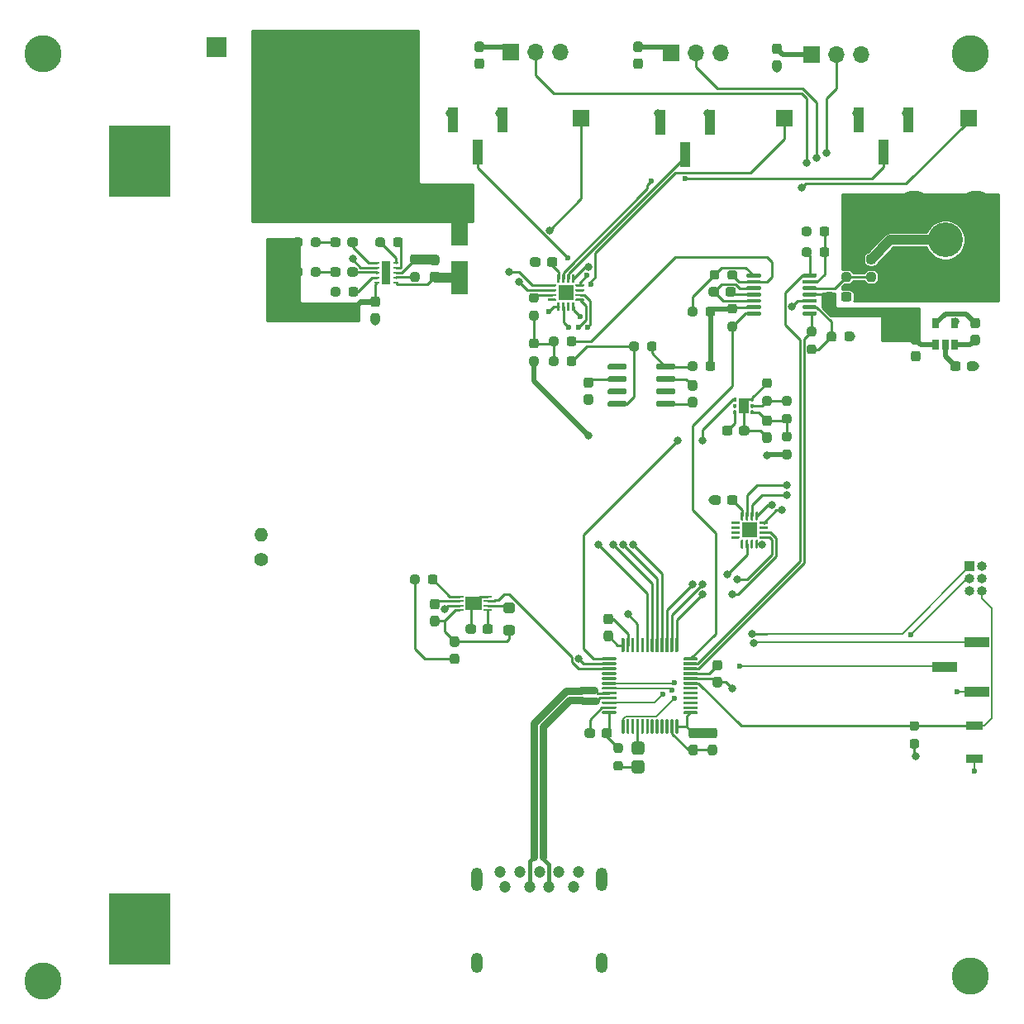
<source format=gbr>
%TF.GenerationSoftware,KiCad,Pcbnew,(5.1.10)-1*%
%TF.CreationDate,2022-01-27T16:49:40-03:30*%
%TF.ProjectId,mallard,6d616c6c-6172-4642-9e6b-696361645f70,rev?*%
%TF.SameCoordinates,Original*%
%TF.FileFunction,Copper,L1,Top*%
%TF.FilePolarity,Positive*%
%FSLAX46Y46*%
G04 Gerber Fmt 4.6, Leading zero omitted, Abs format (unit mm)*
G04 Created by KiCad (PCBNEW (5.1.10)-1) date 2022-01-27 16:49:40*
%MOMM*%
%LPD*%
G01*
G04 APERTURE LIST*
%TA.AperFunction,SMDPad,CuDef*%
%ADD10R,0.650000X1.060000*%
%TD*%
%TA.AperFunction,ComponentPad*%
%ADD11C,3.800000*%
%TD*%
%TA.AperFunction,ComponentPad*%
%ADD12O,1.700000X1.700000*%
%TD*%
%TA.AperFunction,ComponentPad*%
%ADD13R,1.700000X1.700000*%
%TD*%
%TA.AperFunction,SMDPad,CuDef*%
%ADD14R,0.812800X0.279400*%
%TD*%
%TA.AperFunction,SMDPad,CuDef*%
%ADD15R,1.651000X1.346200*%
%TD*%
%TA.AperFunction,ComponentPad*%
%ADD16R,2.006600X2.006600*%
%TD*%
%TA.AperFunction,ComponentPad*%
%ADD17C,2.006600*%
%TD*%
%TA.AperFunction,SMDPad,CuDef*%
%ADD18R,1.000000X2.510000*%
%TD*%
%TA.AperFunction,SMDPad,CuDef*%
%ADD19R,6.350000X7.340000*%
%TD*%
%TA.AperFunction,SMDPad,CuDef*%
%ADD20R,1.000000X1.600000*%
%TD*%
%TA.AperFunction,SMDPad,CuDef*%
%ADD21R,1.600000X1.600000*%
%TD*%
%TA.AperFunction,SMDPad,CuDef*%
%ADD22R,0.840000X2.400000*%
%TD*%
%TA.AperFunction,SMDPad,CuDef*%
%ADD23R,0.500000X0.250000*%
%TD*%
%TA.AperFunction,ComponentPad*%
%ADD24O,1.400000X1.400000*%
%TD*%
%TA.AperFunction,ComponentPad*%
%ADD25C,1.400000*%
%TD*%
%TA.AperFunction,SMDPad,CuDef*%
%ADD26R,1.700000X0.900000*%
%TD*%
%TA.AperFunction,ComponentPad*%
%ADD27C,3.810000*%
%TD*%
%TA.AperFunction,ComponentPad*%
%ADD28C,3.556000*%
%TD*%
%TA.AperFunction,SMDPad,CuDef*%
%ADD29R,2.510000X1.000000*%
%TD*%
%TA.AperFunction,ComponentPad*%
%ADD30O,1.000000X1.000000*%
%TD*%
%TA.AperFunction,ComponentPad*%
%ADD31R,1.000000X1.000000*%
%TD*%
%TA.AperFunction,ComponentPad*%
%ADD32O,1.200000X2.100000*%
%TD*%
%TA.AperFunction,ComponentPad*%
%ADD33O,1.200000X2.400000*%
%TD*%
%TA.AperFunction,ComponentPad*%
%ADD34C,1.200000*%
%TD*%
%TA.AperFunction,SMDPad,CuDef*%
%ADD35R,1.800000X3.500000*%
%TD*%
%TA.AperFunction,ViaPad*%
%ADD36C,0.800000*%
%TD*%
%TA.AperFunction,ViaPad*%
%ADD37C,0.599440*%
%TD*%
%TA.AperFunction,Conductor*%
%ADD38C,0.250000*%
%TD*%
%TA.AperFunction,Conductor*%
%ADD39C,0.200001*%
%TD*%
%TA.AperFunction,Conductor*%
%ADD40C,1.000000*%
%TD*%
%TA.AperFunction,Conductor*%
%ADD41C,0.500000*%
%TD*%
%TA.AperFunction,Conductor*%
%ADD42C,0.600000*%
%TD*%
%TA.AperFunction,Conductor*%
%ADD43C,0.750000*%
%TD*%
%TA.AperFunction,Conductor*%
%ADD44C,0.381000*%
%TD*%
%TA.AperFunction,Conductor*%
%ADD45C,0.254000*%
%TD*%
%TA.AperFunction,Conductor*%
%ADD46C,0.100000*%
%TD*%
G04 APERTURE END LIST*
%TO.P,C3,2*%
%TO.N,GND*%
%TA.AperFunction,SMDPad,CuDef*%
G36*
G01*
X162830500Y-51786500D02*
X163305500Y-51786500D01*
G75*
G02*
X163543000Y-52024000I0J-237500D01*
G01*
X163543000Y-52624000D01*
G75*
G02*
X163305500Y-52861500I-237500J0D01*
G01*
X162830500Y-52861500D01*
G75*
G02*
X162593000Y-52624000I0J237500D01*
G01*
X162593000Y-52024000D01*
G75*
G02*
X162830500Y-51786500I237500J0D01*
G01*
G37*
%TD.AperFunction*%
%TO.P,C3,1*%
%TO.N,+3V3*%
%TA.AperFunction,SMDPad,CuDef*%
G36*
G01*
X162830500Y-50061500D02*
X163305500Y-50061500D01*
G75*
G02*
X163543000Y-50299000I0J-237500D01*
G01*
X163543000Y-50899000D01*
G75*
G02*
X163305500Y-51136500I-237500J0D01*
G01*
X162830500Y-51136500D01*
G75*
G02*
X162593000Y-50899000I0J237500D01*
G01*
X162593000Y-50299000D01*
G75*
G02*
X162830500Y-50061500I237500J0D01*
G01*
G37*
%TD.AperFunction*%
%TD*%
%TO.P,C2,2*%
%TO.N,GND*%
%TA.AperFunction,SMDPad,CuDef*%
G36*
G01*
X177054500Y-51987500D02*
X177529500Y-51987500D01*
G75*
G02*
X177767000Y-52225000I0J-237500D01*
G01*
X177767000Y-52825000D01*
G75*
G02*
X177529500Y-53062500I-237500J0D01*
G01*
X177054500Y-53062500D01*
G75*
G02*
X176817000Y-52825000I0J237500D01*
G01*
X176817000Y-52225000D01*
G75*
G02*
X177054500Y-51987500I237500J0D01*
G01*
G37*
%TD.AperFunction*%
%TO.P,C2,1*%
%TO.N,+3V3*%
%TA.AperFunction,SMDPad,CuDef*%
G36*
G01*
X177054500Y-50262500D02*
X177529500Y-50262500D01*
G75*
G02*
X177767000Y-50500000I0J-237500D01*
G01*
X177767000Y-51100000D01*
G75*
G02*
X177529500Y-51337500I-237500J0D01*
G01*
X177054500Y-51337500D01*
G75*
G02*
X176817000Y-51100000I0J237500D01*
G01*
X176817000Y-50500000D01*
G75*
G02*
X177054500Y-50262500I237500J0D01*
G01*
G37*
%TD.AperFunction*%
%TD*%
%TO.P,C11,2*%
%TO.N,Net-(C11-Pad2)*%
%TA.AperFunction,SMDPad,CuDef*%
G36*
G01*
X197374500Y-80081000D02*
X197849500Y-80081000D01*
G75*
G02*
X198087000Y-80318500I0J-237500D01*
G01*
X198087000Y-80918500D01*
G75*
G02*
X197849500Y-81156000I-237500J0D01*
G01*
X197374500Y-81156000D01*
G75*
G02*
X197137000Y-80918500I0J237500D01*
G01*
X197137000Y-80318500D01*
G75*
G02*
X197374500Y-80081000I237500J0D01*
G01*
G37*
%TD.AperFunction*%
%TO.P,C11,1*%
%TO.N,Net-(C11-Pad1)*%
%TA.AperFunction,SMDPad,CuDef*%
G36*
G01*
X197374500Y-78356000D02*
X197849500Y-78356000D01*
G75*
G02*
X198087000Y-78593500I0J-237500D01*
G01*
X198087000Y-79193500D01*
G75*
G02*
X197849500Y-79431000I-237500J0D01*
G01*
X197374500Y-79431000D01*
G75*
G02*
X197137000Y-79193500I0J237500D01*
G01*
X197137000Y-78593500D01*
G75*
G02*
X197374500Y-78356000I237500J0D01*
G01*
G37*
%TD.AperFunction*%
%TD*%
D10*
%TO.P,U10,5*%
%TO.N,Net-(C11-Pad1)*%
X193590000Y-78914000D03*
%TO.P,U10,4*%
%TO.N,GND*%
X195490000Y-78914000D03*
%TO.P,U10,3*%
%TO.N,Net-(C11-Pad2)*%
X195490000Y-81114000D03*
%TO.P,U10,2*%
%TO.N,+3V3*%
X194540000Y-81114000D03*
%TO.P,U10,1*%
%TO.N,-3V3*%
X193590000Y-81114000D03*
%TD*%
%TO.P,C15,2*%
%TO.N,GND*%
%TA.AperFunction,SMDPad,CuDef*%
G36*
G01*
X191278500Y-81758500D02*
X191753500Y-81758500D01*
G75*
G02*
X191991000Y-81996000I0J-237500D01*
G01*
X191991000Y-82596000D01*
G75*
G02*
X191753500Y-82833500I-237500J0D01*
G01*
X191278500Y-82833500D01*
G75*
G02*
X191041000Y-82596000I0J237500D01*
G01*
X191041000Y-81996000D01*
G75*
G02*
X191278500Y-81758500I237500J0D01*
G01*
G37*
%TD.AperFunction*%
%TO.P,C15,1*%
%TO.N,-3V3*%
%TA.AperFunction,SMDPad,CuDef*%
G36*
G01*
X191278500Y-80033500D02*
X191753500Y-80033500D01*
G75*
G02*
X191991000Y-80271000I0J-237500D01*
G01*
X191991000Y-80871000D01*
G75*
G02*
X191753500Y-81108500I-237500J0D01*
G01*
X191278500Y-81108500D01*
G75*
G02*
X191041000Y-80871000I0J237500D01*
G01*
X191041000Y-80271000D01*
G75*
G02*
X191278500Y-80033500I237500J0D01*
G01*
G37*
%TD.AperFunction*%
%TD*%
%TO.P,C13,2*%
%TO.N,GND*%
%TA.AperFunction,SMDPad,CuDef*%
G36*
G01*
X196767500Y-83549500D02*
X196767500Y-83074500D01*
G75*
G02*
X197005000Y-82837000I237500J0D01*
G01*
X197605000Y-82837000D01*
G75*
G02*
X197842500Y-83074500I0J-237500D01*
G01*
X197842500Y-83549500D01*
G75*
G02*
X197605000Y-83787000I-237500J0D01*
G01*
X197005000Y-83787000D01*
G75*
G02*
X196767500Y-83549500I0J237500D01*
G01*
G37*
%TD.AperFunction*%
%TO.P,C13,1*%
%TO.N,+3V3*%
%TA.AperFunction,SMDPad,CuDef*%
G36*
G01*
X195042500Y-83549500D02*
X195042500Y-83074500D01*
G75*
G02*
X195280000Y-82837000I237500J0D01*
G01*
X195880000Y-82837000D01*
G75*
G02*
X196117500Y-83074500I0J-237500D01*
G01*
X196117500Y-83549500D01*
G75*
G02*
X195880000Y-83787000I-237500J0D01*
G01*
X195280000Y-83787000D01*
G75*
G02*
X195042500Y-83549500I0J237500D01*
G01*
G37*
%TD.AperFunction*%
%TD*%
D11*
%TO.P,REF\u002A\u002A,1*%
%TO.N,N/C*%
X197104000Y-51308000D03*
%TD*%
%TO.P,REF\u002A\u002A,1*%
%TO.N,N/C*%
X197104000Y-145796000D03*
%TD*%
%TO.P,REF\u002A\u002A,1*%
%TO.N,N/C*%
X102108000Y-146304000D03*
%TD*%
%TO.P,REF\u002A\u002A,1*%
%TO.N,N/C*%
X102108000Y-51308000D03*
%TD*%
%TO.P,C20,2*%
%TO.N,GND*%
%TA.AperFunction,SMDPad,CuDef*%
G36*
G01*
X170958500Y-115133000D02*
X171433500Y-115133000D01*
G75*
G02*
X171671000Y-115370500I0J-237500D01*
G01*
X171671000Y-115970500D01*
G75*
G02*
X171433500Y-116208000I-237500J0D01*
G01*
X170958500Y-116208000D01*
G75*
G02*
X170721000Y-115970500I0J237500D01*
G01*
X170721000Y-115370500D01*
G75*
G02*
X170958500Y-115133000I237500J0D01*
G01*
G37*
%TD.AperFunction*%
%TO.P,C20,1*%
%TO.N,+3V3*%
%TA.AperFunction,SMDPad,CuDef*%
G36*
G01*
X170958500Y-113408000D02*
X171433500Y-113408000D01*
G75*
G02*
X171671000Y-113645500I0J-237500D01*
G01*
X171671000Y-114245500D01*
G75*
G02*
X171433500Y-114483000I-237500J0D01*
G01*
X170958500Y-114483000D01*
G75*
G02*
X170721000Y-114245500I0J237500D01*
G01*
X170721000Y-113645500D01*
G75*
G02*
X170958500Y-113408000I237500J0D01*
G01*
G37*
%TD.AperFunction*%
%TD*%
%TO.P,D5,2*%
%TO.N,+3V3*%
%TA.AperFunction,SMDPad,CuDef*%
G36*
G01*
X144509500Y-112059000D02*
X144034500Y-112059000D01*
G75*
G02*
X143797000Y-111821500I0J237500D01*
G01*
X143797000Y-111246500D01*
G75*
G02*
X144034500Y-111009000I237500J0D01*
G01*
X144509500Y-111009000D01*
G75*
G02*
X144747000Y-111246500I0J-237500D01*
G01*
X144747000Y-111821500D01*
G75*
G02*
X144509500Y-112059000I-237500J0D01*
G01*
G37*
%TD.AperFunction*%
%TO.P,D5,1*%
%TO.N,Net-(D5-Pad1)*%
%TA.AperFunction,SMDPad,CuDef*%
G36*
G01*
X144509500Y-113809000D02*
X144034500Y-113809000D01*
G75*
G02*
X143797000Y-113571500I0J237500D01*
G01*
X143797000Y-112996500D01*
G75*
G02*
X144034500Y-112759000I237500J0D01*
G01*
X144509500Y-112759000D01*
G75*
G02*
X144747000Y-112996500I0J-237500D01*
G01*
X144747000Y-113571500D01*
G75*
G02*
X144509500Y-113809000I-237500J0D01*
G01*
G37*
%TD.AperFunction*%
%TD*%
%TO.P,D4,2*%
%TO.N,Net-(D4-Pad2)*%
%TA.AperFunction,SMDPad,CuDef*%
G36*
G01*
X162668000Y-123690500D02*
X163468000Y-123690500D01*
G75*
G02*
X163718000Y-123940500I0J-250000D01*
G01*
X163718000Y-124765500D01*
G75*
G02*
X163468000Y-125015500I-250000J0D01*
G01*
X162668000Y-125015500D01*
G75*
G02*
X162418000Y-124765500I0J250000D01*
G01*
X162418000Y-123940500D01*
G75*
G02*
X162668000Y-123690500I250000J0D01*
G01*
G37*
%TD.AperFunction*%
%TO.P,D4,1*%
%TO.N,Net-(D4-Pad1)*%
%TA.AperFunction,SMDPad,CuDef*%
G36*
G01*
X162668000Y-121765500D02*
X163468000Y-121765500D01*
G75*
G02*
X163718000Y-122015500I0J-250000D01*
G01*
X163718000Y-122840500D01*
G75*
G02*
X163468000Y-123090500I-250000J0D01*
G01*
X162668000Y-123090500D01*
G75*
G02*
X162418000Y-122840500I0J250000D01*
G01*
X162418000Y-122015500D01*
G75*
G02*
X162668000Y-121765500I250000J0D01*
G01*
G37*
%TD.AperFunction*%
%TD*%
%TO.P,R6,2*%
%TO.N,+1V0*%
%TA.AperFunction,SMDPad,CuDef*%
G36*
G01*
X152162500Y-82316500D02*
X152637500Y-82316500D01*
G75*
G02*
X152875000Y-82554000I0J-237500D01*
G01*
X152875000Y-83054000D01*
G75*
G02*
X152637500Y-83291500I-237500J0D01*
G01*
X152162500Y-83291500D01*
G75*
G02*
X151925000Y-83054000I0J237500D01*
G01*
X151925000Y-82554000D01*
G75*
G02*
X152162500Y-82316500I237500J0D01*
G01*
G37*
%TD.AperFunction*%
%TO.P,R6,1*%
%TO.N,Net-(R4-Pad1)*%
%TA.AperFunction,SMDPad,CuDef*%
G36*
G01*
X152162500Y-80491500D02*
X152637500Y-80491500D01*
G75*
G02*
X152875000Y-80729000I0J-237500D01*
G01*
X152875000Y-81229000D01*
G75*
G02*
X152637500Y-81466500I-237500J0D01*
G01*
X152162500Y-81466500D01*
G75*
G02*
X151925000Y-81229000I0J237500D01*
G01*
X151925000Y-80729000D01*
G75*
G02*
X152162500Y-80491500I237500J0D01*
G01*
G37*
%TD.AperFunction*%
%TD*%
%TO.P,R16,2*%
%TO.N,Net-(R10-Pad1)*%
%TA.AperFunction,SMDPad,CuDef*%
G36*
G01*
X169993500Y-77961500D02*
X169993500Y-77486500D01*
G75*
G02*
X170231000Y-77249000I237500J0D01*
G01*
X170731000Y-77249000D01*
G75*
G02*
X170968500Y-77486500I0J-237500D01*
G01*
X170968500Y-77961500D01*
G75*
G02*
X170731000Y-78199000I-237500J0D01*
G01*
X170231000Y-78199000D01*
G75*
G02*
X169993500Y-77961500I0J237500D01*
G01*
G37*
%TD.AperFunction*%
%TO.P,R16,1*%
%TO.N,Net-(R16-Pad1)*%
%TA.AperFunction,SMDPad,CuDef*%
G36*
G01*
X168168500Y-77961500D02*
X168168500Y-77486500D01*
G75*
G02*
X168406000Y-77249000I237500J0D01*
G01*
X168906000Y-77249000D01*
G75*
G02*
X169143500Y-77486500I0J-237500D01*
G01*
X169143500Y-77961500D01*
G75*
G02*
X168906000Y-78199000I-237500J0D01*
G01*
X168406000Y-78199000D01*
G75*
G02*
X168168500Y-77961500I0J237500D01*
G01*
G37*
%TD.AperFunction*%
%TD*%
%TO.P,R19,2*%
%TO.N,Net-(R13-Pad2)*%
%TA.AperFunction,SMDPad,CuDef*%
G36*
G01*
X180610500Y-81093500D02*
X181085500Y-81093500D01*
G75*
G02*
X181323000Y-81331000I0J-237500D01*
G01*
X181323000Y-81831000D01*
G75*
G02*
X181085500Y-82068500I-237500J0D01*
G01*
X180610500Y-82068500D01*
G75*
G02*
X180373000Y-81831000I0J237500D01*
G01*
X180373000Y-81331000D01*
G75*
G02*
X180610500Y-81093500I237500J0D01*
G01*
G37*
%TD.AperFunction*%
%TO.P,R19,1*%
%TO.N,Temp_Sense*%
%TA.AperFunction,SMDPad,CuDef*%
G36*
G01*
X180610500Y-79268500D02*
X181085500Y-79268500D01*
G75*
G02*
X181323000Y-79506000I0J-237500D01*
G01*
X181323000Y-80006000D01*
G75*
G02*
X181085500Y-80243500I-237500J0D01*
G01*
X180610500Y-80243500D01*
G75*
G02*
X180373000Y-80006000I0J237500D01*
G01*
X180373000Y-79506000D01*
G75*
G02*
X180610500Y-79268500I237500J0D01*
G01*
G37*
%TD.AperFunction*%
%TD*%
%TO.P,R24,2*%
%TO.N,+3V3*%
%TA.AperFunction,SMDPad,CuDef*%
G36*
G01*
X191140500Y-121499000D02*
X191615500Y-121499000D01*
G75*
G02*
X191853000Y-121736500I0J-237500D01*
G01*
X191853000Y-122236500D01*
G75*
G02*
X191615500Y-122474000I-237500J0D01*
G01*
X191140500Y-122474000D01*
G75*
G02*
X190903000Y-122236500I0J237500D01*
G01*
X190903000Y-121736500D01*
G75*
G02*
X191140500Y-121499000I237500J0D01*
G01*
G37*
%TD.AperFunction*%
%TO.P,R24,1*%
%TO.N,/RESET_L*%
%TA.AperFunction,SMDPad,CuDef*%
G36*
G01*
X191140500Y-119674000D02*
X191615500Y-119674000D01*
G75*
G02*
X191853000Y-119911500I0J-237500D01*
G01*
X191853000Y-120411500D01*
G75*
G02*
X191615500Y-120649000I-237500J0D01*
G01*
X191140500Y-120649000D01*
G75*
G02*
X190903000Y-120411500I0J237500D01*
G01*
X190903000Y-119911500D01*
G75*
G02*
X191140500Y-119674000I237500J0D01*
G01*
G37*
%TD.AperFunction*%
%TD*%
%TO.P,R23,2*%
%TO.N,Net-(D4-Pad2)*%
%TA.AperFunction,SMDPad,CuDef*%
G36*
G01*
X160798500Y-123765500D02*
X161273500Y-123765500D01*
G75*
G02*
X161511000Y-124003000I0J-237500D01*
G01*
X161511000Y-124503000D01*
G75*
G02*
X161273500Y-124740500I-237500J0D01*
G01*
X160798500Y-124740500D01*
G75*
G02*
X160561000Y-124503000I0J237500D01*
G01*
X160561000Y-124003000D01*
G75*
G02*
X160798500Y-123765500I237500J0D01*
G01*
G37*
%TD.AperFunction*%
%TO.P,R23,1*%
%TO.N,+3V3*%
%TA.AperFunction,SMDPad,CuDef*%
G36*
G01*
X160798500Y-121940500D02*
X161273500Y-121940500D01*
G75*
G02*
X161511000Y-122178000I0J-237500D01*
G01*
X161511000Y-122678000D01*
G75*
G02*
X161273500Y-122915500I-237500J0D01*
G01*
X160798500Y-122915500D01*
G75*
G02*
X160561000Y-122678000I0J237500D01*
G01*
X160561000Y-122178000D01*
G75*
G02*
X160798500Y-121940500I237500J0D01*
G01*
G37*
%TD.AperFunction*%
%TD*%
%TO.P,R18,2*%
%TO.N,Net-(R14-Pad1)*%
%TA.AperFunction,SMDPad,CuDef*%
G36*
G01*
X181677500Y-71865500D02*
X181677500Y-71390500D01*
G75*
G02*
X181915000Y-71153000I237500J0D01*
G01*
X182415000Y-71153000D01*
G75*
G02*
X182652500Y-71390500I0J-237500D01*
G01*
X182652500Y-71865500D01*
G75*
G02*
X182415000Y-72103000I-237500J0D01*
G01*
X181915000Y-72103000D01*
G75*
G02*
X181677500Y-71865500I0J237500D01*
G01*
G37*
%TD.AperFunction*%
%TO.P,R18,1*%
%TO.N,Ref_Out*%
%TA.AperFunction,SMDPad,CuDef*%
G36*
G01*
X179852500Y-71865500D02*
X179852500Y-71390500D01*
G75*
G02*
X180090000Y-71153000I237500J0D01*
G01*
X180590000Y-71153000D01*
G75*
G02*
X180827500Y-71390500I0J-237500D01*
G01*
X180827500Y-71865500D01*
G75*
G02*
X180590000Y-72103000I-237500J0D01*
G01*
X180090000Y-72103000D01*
G75*
G02*
X179852500Y-71865500I0J237500D01*
G01*
G37*
%TD.AperFunction*%
%TD*%
%TO.P,R17,2*%
%TO.N,Net-(R17-Pad2)*%
%TA.AperFunction,SMDPad,CuDef*%
G36*
G01*
X172232500Y-74198500D02*
X172232500Y-73723500D01*
G75*
G02*
X172470000Y-73486000I237500J0D01*
G01*
X172970000Y-73486000D01*
G75*
G02*
X173207500Y-73723500I0J-237500D01*
G01*
X173207500Y-74198500D01*
G75*
G02*
X172970000Y-74436000I-237500J0D01*
G01*
X172470000Y-74436000D01*
G75*
G02*
X172232500Y-74198500I0J237500D01*
G01*
G37*
%TD.AperFunction*%
%TO.P,R17,1*%
%TO.N,Net-(R16-Pad1)*%
%TA.AperFunction,SMDPad,CuDef*%
G36*
G01*
X170407500Y-74198500D02*
X170407500Y-73723500D01*
G75*
G02*
X170645000Y-73486000I237500J0D01*
G01*
X171145000Y-73486000D01*
G75*
G02*
X171382500Y-73723500I0J-237500D01*
G01*
X171382500Y-74198500D01*
G75*
G02*
X171145000Y-74436000I-237500J0D01*
G01*
X170645000Y-74436000D01*
G75*
G02*
X170407500Y-74198500I0J237500D01*
G01*
G37*
%TD.AperFunction*%
%TD*%
%TO.P,R15,2*%
%TO.N,Net-(R10-Pad1)*%
%TA.AperFunction,SMDPad,CuDef*%
G36*
G01*
X172957500Y-77910500D02*
X172482500Y-77910500D01*
G75*
G02*
X172245000Y-77673000I0J237500D01*
G01*
X172245000Y-77173000D01*
G75*
G02*
X172482500Y-76935500I237500J0D01*
G01*
X172957500Y-76935500D01*
G75*
G02*
X173195000Y-77173000I0J-237500D01*
G01*
X173195000Y-77673000D01*
G75*
G02*
X172957500Y-77910500I-237500J0D01*
G01*
G37*
%TD.AperFunction*%
%TO.P,R15,1*%
%TO.N,Eh_Sense*%
%TA.AperFunction,SMDPad,CuDef*%
G36*
G01*
X172957500Y-79735500D02*
X172482500Y-79735500D01*
G75*
G02*
X172245000Y-79498000I0J237500D01*
G01*
X172245000Y-78998000D01*
G75*
G02*
X172482500Y-78760500I237500J0D01*
G01*
X172957500Y-78760500D01*
G75*
G02*
X173195000Y-78998000I0J-237500D01*
G01*
X173195000Y-79498000D01*
G75*
G02*
X172957500Y-79735500I-237500J0D01*
G01*
G37*
%TD.AperFunction*%
%TD*%
%TO.P,R14,2*%
%TO.N,GND*%
%TA.AperFunction,SMDPad,CuDef*%
G36*
G01*
X180827500Y-69269000D02*
X180827500Y-69744000D01*
G75*
G02*
X180590000Y-69981500I-237500J0D01*
G01*
X180090000Y-69981500D01*
G75*
G02*
X179852500Y-69744000I0J237500D01*
G01*
X179852500Y-69269000D01*
G75*
G02*
X180090000Y-69031500I237500J0D01*
G01*
X180590000Y-69031500D01*
G75*
G02*
X180827500Y-69269000I0J-237500D01*
G01*
G37*
%TD.AperFunction*%
%TO.P,R14,1*%
%TO.N,Net-(R14-Pad1)*%
%TA.AperFunction,SMDPad,CuDef*%
G36*
G01*
X182652500Y-69269000D02*
X182652500Y-69744000D01*
G75*
G02*
X182415000Y-69981500I-237500J0D01*
G01*
X181915000Y-69981500D01*
G75*
G02*
X181677500Y-69744000I0J237500D01*
G01*
X181677500Y-69269000D01*
G75*
G02*
X181915000Y-69031500I237500J0D01*
G01*
X182415000Y-69031500D01*
G75*
G02*
X182652500Y-69269000I0J-237500D01*
G01*
G37*
%TD.AperFunction*%
%TD*%
%TO.P,R13,2*%
%TO.N,Net-(R13-Pad2)*%
%TA.AperFunction,SMDPad,CuDef*%
G36*
G01*
X183367500Y-80026500D02*
X183367500Y-80501500D01*
G75*
G02*
X183130000Y-80739000I-237500J0D01*
G01*
X182630000Y-80739000D01*
G75*
G02*
X182392500Y-80501500I0J237500D01*
G01*
X182392500Y-80026500D01*
G75*
G02*
X182630000Y-79789000I237500J0D01*
G01*
X183130000Y-79789000D01*
G75*
G02*
X183367500Y-80026500I0J-237500D01*
G01*
G37*
%TD.AperFunction*%
%TO.P,R13,1*%
%TO.N,GND*%
%TA.AperFunction,SMDPad,CuDef*%
G36*
G01*
X185192500Y-80026500D02*
X185192500Y-80501500D01*
G75*
G02*
X184955000Y-80739000I-237500J0D01*
G01*
X184455000Y-80739000D01*
G75*
G02*
X184217500Y-80501500I0J237500D01*
G01*
X184217500Y-80026500D01*
G75*
G02*
X184455000Y-79789000I237500J0D01*
G01*
X184955000Y-79789000D01*
G75*
G02*
X185192500Y-80026500I0J-237500D01*
G01*
G37*
%TD.AperFunction*%
%TD*%
%TO.P,R10,2*%
%TO.N,Net-(R10-Pad2)*%
%TA.AperFunction,SMDPad,CuDef*%
G36*
G01*
X169143500Y-83074500D02*
X169143500Y-83549500D01*
G75*
G02*
X168906000Y-83787000I-237500J0D01*
G01*
X168406000Y-83787000D01*
G75*
G02*
X168168500Y-83549500I0J237500D01*
G01*
X168168500Y-83074500D01*
G75*
G02*
X168406000Y-82837000I237500J0D01*
G01*
X168906000Y-82837000D01*
G75*
G02*
X169143500Y-83074500I0J-237500D01*
G01*
G37*
%TD.AperFunction*%
%TO.P,R10,1*%
%TO.N,Net-(R10-Pad1)*%
%TA.AperFunction,SMDPad,CuDef*%
G36*
G01*
X170968500Y-83074500D02*
X170968500Y-83549500D01*
G75*
G02*
X170731000Y-83787000I-237500J0D01*
G01*
X170231000Y-83787000D01*
G75*
G02*
X169993500Y-83549500I0J237500D01*
G01*
X169993500Y-83074500D01*
G75*
G02*
X170231000Y-82837000I237500J0D01*
G01*
X170731000Y-82837000D01*
G75*
G02*
X170968500Y-83074500I0J-237500D01*
G01*
G37*
%TD.AperFunction*%
%TD*%
%TO.P,R8,2*%
%TO.N,Net-(R7-Pad1)*%
%TA.AperFunction,SMDPad,CuDef*%
G36*
G01*
X163151000Y-81042500D02*
X163151000Y-81517500D01*
G75*
G02*
X162913500Y-81755000I-237500J0D01*
G01*
X162413500Y-81755000D01*
G75*
G02*
X162176000Y-81517500I0J237500D01*
G01*
X162176000Y-81042500D01*
G75*
G02*
X162413500Y-80805000I237500J0D01*
G01*
X162913500Y-80805000D01*
G75*
G02*
X163151000Y-81042500I0J-237500D01*
G01*
G37*
%TD.AperFunction*%
%TO.P,R8,1*%
%TO.N,Net-(R10-Pad2)*%
%TA.AperFunction,SMDPad,CuDef*%
G36*
G01*
X164976000Y-81042500D02*
X164976000Y-81517500D01*
G75*
G02*
X164738500Y-81755000I-237500J0D01*
G01*
X164238500Y-81755000D01*
G75*
G02*
X164001000Y-81517500I0J237500D01*
G01*
X164001000Y-81042500D01*
G75*
G02*
X164238500Y-80805000I237500J0D01*
G01*
X164738500Y-80805000D01*
G75*
G02*
X164976000Y-81042500I0J-237500D01*
G01*
G37*
%TD.AperFunction*%
%TD*%
%TO.P,R4,2*%
%TO.N,Net-(R4-Pad2)*%
%TA.AperFunction,SMDPad,CuDef*%
G36*
G01*
X152637500Y-76791000D02*
X152162500Y-76791000D01*
G75*
G02*
X151925000Y-76553500I0J237500D01*
G01*
X151925000Y-76053500D01*
G75*
G02*
X152162500Y-75816000I237500J0D01*
G01*
X152637500Y-75816000D01*
G75*
G02*
X152875000Y-76053500I0J-237500D01*
G01*
X152875000Y-76553500D01*
G75*
G02*
X152637500Y-76791000I-237500J0D01*
G01*
G37*
%TD.AperFunction*%
%TO.P,R4,1*%
%TO.N,Net-(R4-Pad1)*%
%TA.AperFunction,SMDPad,CuDef*%
G36*
G01*
X152637500Y-78616000D02*
X152162500Y-78616000D01*
G75*
G02*
X151925000Y-78378500I0J237500D01*
G01*
X151925000Y-77878500D01*
G75*
G02*
X152162500Y-77641000I237500J0D01*
G01*
X152637500Y-77641000D01*
G75*
G02*
X152875000Y-77878500I0J-237500D01*
G01*
X152875000Y-78378500D01*
G75*
G02*
X152637500Y-78616000I-237500J0D01*
G01*
G37*
%TD.AperFunction*%
%TD*%
%TO.P,C9,2*%
%TO.N,GND*%
%TA.AperFunction,SMDPad,CuDef*%
G36*
G01*
X183866500Y-76437500D02*
X183866500Y-75962500D01*
G75*
G02*
X184104000Y-75725000I237500J0D01*
G01*
X184704000Y-75725000D01*
G75*
G02*
X184941500Y-75962500I0J-237500D01*
G01*
X184941500Y-76437500D01*
G75*
G02*
X184704000Y-76675000I-237500J0D01*
G01*
X184104000Y-76675000D01*
G75*
G02*
X183866500Y-76437500I0J237500D01*
G01*
G37*
%TD.AperFunction*%
%TO.P,C9,1*%
%TO.N,-3V3*%
%TA.AperFunction,SMDPad,CuDef*%
G36*
G01*
X182141500Y-76437500D02*
X182141500Y-75962500D01*
G75*
G02*
X182379000Y-75725000I237500J0D01*
G01*
X182979000Y-75725000D01*
G75*
G02*
X183216500Y-75962500I0J-237500D01*
G01*
X183216500Y-76437500D01*
G75*
G02*
X182979000Y-76675000I-237500J0D01*
G01*
X182379000Y-76675000D01*
G75*
G02*
X182141500Y-76437500I0J237500D01*
G01*
G37*
%TD.AperFunction*%
%TD*%
%TO.P,C16,2*%
%TO.N,GND*%
%TA.AperFunction,SMDPad,CuDef*%
G36*
G01*
X160257500Y-109757500D02*
X159782500Y-109757500D01*
G75*
G02*
X159545000Y-109520000I0J237500D01*
G01*
X159545000Y-108920000D01*
G75*
G02*
X159782500Y-108682500I237500J0D01*
G01*
X160257500Y-108682500D01*
G75*
G02*
X160495000Y-108920000I0J-237500D01*
G01*
X160495000Y-109520000D01*
G75*
G02*
X160257500Y-109757500I-237500J0D01*
G01*
G37*
%TD.AperFunction*%
%TO.P,C16,1*%
%TO.N,+3V3*%
%TA.AperFunction,SMDPad,CuDef*%
G36*
G01*
X160257500Y-111482500D02*
X159782500Y-111482500D01*
G75*
G02*
X159545000Y-111245000I0J237500D01*
G01*
X159545000Y-110645000D01*
G75*
G02*
X159782500Y-110407500I237500J0D01*
G01*
X160257500Y-110407500D01*
G75*
G02*
X160495000Y-110645000I0J-237500D01*
G01*
X160495000Y-111245000D01*
G75*
G02*
X160257500Y-111482500I-237500J0D01*
G01*
G37*
%TD.AperFunction*%
%TD*%
D12*
%TO.P,J5,3*%
%TO.N,GND*%
X171508000Y-51224000D03*
%TO.P,J5,2*%
%TO.N,Net-(J5-Pad2)*%
X168968000Y-51224000D03*
D13*
%TO.P,J5,1*%
%TO.N,+3V3*%
X166428000Y-51224000D03*
%TD*%
D14*
%TO.P,U12,1*%
%TO.N,+5V*%
X147663800Y-108293800D03*
%TO.P,U12,2*%
%TO.N,Net-(L1-Pad2)*%
X147663800Y-107836600D03*
%TO.P,U12,3*%
%TO.N,5V_SHDN_L*%
X147663800Y-107379400D03*
%TO.P,U12,4*%
%TO.N,GND*%
X147663800Y-106922200D03*
%TO.P,U12,5*%
%TO.N,Net-(R25-Pad1)*%
X144768200Y-106922200D03*
%TO.P,U12,6*%
%TO.N,GND*%
X144768200Y-107379400D03*
%TO.P,U12,7*%
%TO.N,5V_RST*%
X144768200Y-107836600D03*
%TO.P,U12,8*%
%TO.N,+3V3*%
X144768200Y-108293800D03*
D15*
%TO.P,U12,9*%
%TO.N,GND*%
X146216000Y-107608000D03*
%TD*%
%TO.P,R25,2*%
%TO.N,Net-(D5-Pad1)*%
%TA.AperFunction,SMDPad,CuDef*%
G36*
G01*
X140695500Y-104918500D02*
X140695500Y-105393500D01*
G75*
G02*
X140458000Y-105631000I-237500J0D01*
G01*
X139958000Y-105631000D01*
G75*
G02*
X139720500Y-105393500I0J237500D01*
G01*
X139720500Y-104918500D01*
G75*
G02*
X139958000Y-104681000I237500J0D01*
G01*
X140458000Y-104681000D01*
G75*
G02*
X140695500Y-104918500I0J-237500D01*
G01*
G37*
%TD.AperFunction*%
%TO.P,R25,1*%
%TO.N,Net-(R25-Pad1)*%
%TA.AperFunction,SMDPad,CuDef*%
G36*
G01*
X142520500Y-104918500D02*
X142520500Y-105393500D01*
G75*
G02*
X142283000Y-105631000I-237500J0D01*
G01*
X141783000Y-105631000D01*
G75*
G02*
X141545500Y-105393500I0J237500D01*
G01*
X141545500Y-104918500D01*
G75*
G02*
X141783000Y-104681000I237500J0D01*
G01*
X142283000Y-104681000D01*
G75*
G02*
X142520500Y-104918500I0J-237500D01*
G01*
G37*
%TD.AperFunction*%
%TD*%
%TO.P,L1,2*%
%TO.N,Net-(L1-Pad2)*%
%TA.AperFunction,SMDPad,CuDef*%
G36*
G01*
X150210001Y-108595000D02*
X149509999Y-108595000D01*
G75*
G02*
X149260000Y-108345001I0J249999D01*
G01*
X149260000Y-107794999D01*
G75*
G02*
X149509999Y-107545000I249999J0D01*
G01*
X150210001Y-107545000D01*
G75*
G02*
X150460000Y-107794999I0J-249999D01*
G01*
X150460000Y-108345001D01*
G75*
G02*
X150210001Y-108595000I-249999J0D01*
G01*
G37*
%TD.AperFunction*%
%TO.P,L1,1*%
%TO.N,+3V3*%
%TA.AperFunction,SMDPad,CuDef*%
G36*
G01*
X150210001Y-110895000D02*
X149509999Y-110895000D01*
G75*
G02*
X149260000Y-110645001I0J249999D01*
G01*
X149260000Y-110094999D01*
G75*
G02*
X149509999Y-109845000I249999J0D01*
G01*
X150210001Y-109845000D01*
G75*
G02*
X150460000Y-110094999I0J-249999D01*
G01*
X150460000Y-110645001D01*
G75*
G02*
X150210001Y-110895000I-249999J0D01*
G01*
G37*
%TD.AperFunction*%
%TD*%
D12*
%TO.P,J6,3*%
%TO.N,GND*%
X155108000Y-51124000D03*
%TO.P,J6,2*%
%TO.N,Net-(J6-Pad2)*%
X152568000Y-51124000D03*
D13*
%TO.P,J6,1*%
%TO.N,+3V3*%
X150028000Y-51124000D03*
%TD*%
D12*
%TO.P,J4,3*%
%TO.N,GND*%
X185908000Y-51424000D03*
%TO.P,J4,2*%
%TO.N,Net-(J4-Pad2)*%
X183368000Y-51424000D03*
D13*
%TO.P,J4,1*%
%TO.N,+3V3*%
X180828000Y-51424000D03*
%TD*%
%TO.P,C23,2*%
%TO.N,GND*%
%TA.AperFunction,SMDPad,CuDef*%
G36*
G01*
X146487000Y-109998500D02*
X146487000Y-110473500D01*
G75*
G02*
X146249500Y-110711000I-237500J0D01*
G01*
X145649500Y-110711000D01*
G75*
G02*
X145412000Y-110473500I0J237500D01*
G01*
X145412000Y-109998500D01*
G75*
G02*
X145649500Y-109761000I237500J0D01*
G01*
X146249500Y-109761000D01*
G75*
G02*
X146487000Y-109998500I0J-237500D01*
G01*
G37*
%TD.AperFunction*%
%TO.P,C23,1*%
%TO.N,+5V*%
%TA.AperFunction,SMDPad,CuDef*%
G36*
G01*
X148212000Y-109998500D02*
X148212000Y-110473500D01*
G75*
G02*
X147974500Y-110711000I-237500J0D01*
G01*
X147374500Y-110711000D01*
G75*
G02*
X147137000Y-110473500I0J237500D01*
G01*
X147137000Y-109998500D01*
G75*
G02*
X147374500Y-109761000I237500J0D01*
G01*
X147974500Y-109761000D01*
G75*
G02*
X148212000Y-109998500I0J-237500D01*
G01*
G37*
%TD.AperFunction*%
%TD*%
%TO.P,C22,2*%
%TO.N,GND*%
%TA.AperFunction,SMDPad,CuDef*%
G36*
G01*
X142477500Y-108233500D02*
X142002500Y-108233500D01*
G75*
G02*
X141765000Y-107996000I0J237500D01*
G01*
X141765000Y-107396000D01*
G75*
G02*
X142002500Y-107158500I237500J0D01*
G01*
X142477500Y-107158500D01*
G75*
G02*
X142715000Y-107396000I0J-237500D01*
G01*
X142715000Y-107996000D01*
G75*
G02*
X142477500Y-108233500I-237500J0D01*
G01*
G37*
%TD.AperFunction*%
%TO.P,C22,1*%
%TO.N,+3V3*%
%TA.AperFunction,SMDPad,CuDef*%
G36*
G01*
X142477500Y-109958500D02*
X142002500Y-109958500D01*
G75*
G02*
X141765000Y-109721000I0J237500D01*
G01*
X141765000Y-109121000D01*
G75*
G02*
X142002500Y-108883500I237500J0D01*
G01*
X142477500Y-108883500D01*
G75*
G02*
X142715000Y-109121000I0J-237500D01*
G01*
X142715000Y-109721000D01*
G75*
G02*
X142477500Y-109958500I-237500J0D01*
G01*
G37*
%TD.AperFunction*%
%TD*%
D16*
%TO.P,Ref2,1*%
%TO.N,GND*%
X119927999Y-50624000D03*
D17*
%TO.P,Ref2,2*%
%TO.N,Net-(D1-Pad2)*%
X124928001Y-50624000D03*
%TD*%
%TO.P,C21,2*%
%TO.N,GND*%
%TA.AperFunction,SMDPad,CuDef*%
G36*
G01*
X168418500Y-86471000D02*
X168893500Y-86471000D01*
G75*
G02*
X169131000Y-86708500I0J-237500D01*
G01*
X169131000Y-87308500D01*
G75*
G02*
X168893500Y-87546000I-237500J0D01*
G01*
X168418500Y-87546000D01*
G75*
G02*
X168181000Y-87308500I0J237500D01*
G01*
X168181000Y-86708500D01*
G75*
G02*
X168418500Y-86471000I237500J0D01*
G01*
G37*
%TD.AperFunction*%
%TO.P,C21,1*%
%TO.N,-3V3*%
%TA.AperFunction,SMDPad,CuDef*%
G36*
G01*
X168418500Y-84746000D02*
X168893500Y-84746000D01*
G75*
G02*
X169131000Y-84983500I0J-237500D01*
G01*
X169131000Y-85583500D01*
G75*
G02*
X168893500Y-85821000I-237500J0D01*
G01*
X168418500Y-85821000D01*
G75*
G02*
X168181000Y-85583500I0J237500D01*
G01*
X168181000Y-84983500D01*
G75*
G02*
X168418500Y-84746000I237500J0D01*
G01*
G37*
%TD.AperFunction*%
%TD*%
D18*
%TO.P,SM3,3*%
%TO.N,GND*%
X190793000Y-58069000D03*
%TO.P,SM3,1*%
%TO.N,+3V3*%
X185713000Y-58069000D03*
%TO.P,SM3,2*%
%TO.N,Net-(SM3-Pad2)*%
X188253000Y-61379000D03*
%TD*%
%TO.P,SM2,3*%
%TO.N,GND*%
X170468000Y-58319000D03*
%TO.P,SM2,1*%
%TO.N,+3V3*%
X165388000Y-58319000D03*
%TO.P,SM2,2*%
%TO.N,Net-(SM2-Pad2)*%
X167928000Y-61629000D03*
%TD*%
%TO.P,SM1,3*%
%TO.N,GND*%
X149218000Y-58069000D03*
%TO.P,SM1,1*%
%TO.N,+3V3*%
X144138000Y-58069000D03*
%TO.P,SM1,2*%
%TO.N,Net-(SM1-Pad2)*%
X146678000Y-61379000D03*
%TD*%
D19*
%TO.P,BatteryPack1,2*%
%TO.N,GND*%
X112028000Y-140954000D03*
%TO.P,BatteryPack1,1*%
%TO.N,+3V3*%
X112028000Y-62294000D03*
%TD*%
%TO.P,U11,48*%
%TO.N,+3V3*%
%TA.AperFunction,SMDPad,CuDef*%
G36*
G01*
X167178000Y-119549000D02*
X167178000Y-120874000D01*
G75*
G02*
X167103000Y-120949000I-75000J0D01*
G01*
X166953000Y-120949000D01*
G75*
G02*
X166878000Y-120874000I0J75000D01*
G01*
X166878000Y-119549000D01*
G75*
G02*
X166953000Y-119474000I75000J0D01*
G01*
X167103000Y-119474000D01*
G75*
G02*
X167178000Y-119549000I0J-75000D01*
G01*
G37*
%TD.AperFunction*%
%TO.P,U11,47*%
%TO.N,GND*%
%TA.AperFunction,SMDPad,CuDef*%
G36*
G01*
X166678000Y-119549000D02*
X166678000Y-120874000D01*
G75*
G02*
X166603000Y-120949000I-75000J0D01*
G01*
X166453000Y-120949000D01*
G75*
G02*
X166378000Y-120874000I0J75000D01*
G01*
X166378000Y-119549000D01*
G75*
G02*
X166453000Y-119474000I75000J0D01*
G01*
X166603000Y-119474000D01*
G75*
G02*
X166678000Y-119549000I0J-75000D01*
G01*
G37*
%TD.AperFunction*%
%TO.P,U11,46*%
%TO.N,Net-(U11-Pad46)*%
%TA.AperFunction,SMDPad,CuDef*%
G36*
G01*
X166178000Y-119549000D02*
X166178000Y-120874000D01*
G75*
G02*
X166103000Y-120949000I-75000J0D01*
G01*
X165953000Y-120949000D01*
G75*
G02*
X165878000Y-120874000I0J75000D01*
G01*
X165878000Y-119549000D01*
G75*
G02*
X165953000Y-119474000I75000J0D01*
G01*
X166103000Y-119474000D01*
G75*
G02*
X166178000Y-119549000I0J-75000D01*
G01*
G37*
%TD.AperFunction*%
%TO.P,U11,45*%
%TO.N,Net-(U11-Pad45)*%
%TA.AperFunction,SMDPad,CuDef*%
G36*
G01*
X165678000Y-119549000D02*
X165678000Y-120874000D01*
G75*
G02*
X165603000Y-120949000I-75000J0D01*
G01*
X165453000Y-120949000D01*
G75*
G02*
X165378000Y-120874000I0J75000D01*
G01*
X165378000Y-119549000D01*
G75*
G02*
X165453000Y-119474000I75000J0D01*
G01*
X165603000Y-119474000D01*
G75*
G02*
X165678000Y-119549000I0J-75000D01*
G01*
G37*
%TD.AperFunction*%
%TO.P,U11,44*%
%TO.N,Net-(U11-Pad44)*%
%TA.AperFunction,SMDPad,CuDef*%
G36*
G01*
X165178000Y-119549000D02*
X165178000Y-120874000D01*
G75*
G02*
X165103000Y-120949000I-75000J0D01*
G01*
X164953000Y-120949000D01*
G75*
G02*
X164878000Y-120874000I0J75000D01*
G01*
X164878000Y-119549000D01*
G75*
G02*
X164953000Y-119474000I75000J0D01*
G01*
X165103000Y-119474000D01*
G75*
G02*
X165178000Y-119549000I0J-75000D01*
G01*
G37*
%TD.AperFunction*%
%TO.P,U11,43*%
%TO.N,Net-(U11-Pad43)*%
%TA.AperFunction,SMDPad,CuDef*%
G36*
G01*
X164678000Y-119549000D02*
X164678000Y-120874000D01*
G75*
G02*
X164603000Y-120949000I-75000J0D01*
G01*
X164453000Y-120949000D01*
G75*
G02*
X164378000Y-120874000I0J75000D01*
G01*
X164378000Y-119549000D01*
G75*
G02*
X164453000Y-119474000I75000J0D01*
G01*
X164603000Y-119474000D01*
G75*
G02*
X164678000Y-119549000I0J-75000D01*
G01*
G37*
%TD.AperFunction*%
%TO.P,U11,42*%
%TO.N,Net-(U11-Pad42)*%
%TA.AperFunction,SMDPad,CuDef*%
G36*
G01*
X164178000Y-119549000D02*
X164178000Y-120874000D01*
G75*
G02*
X164103000Y-120949000I-75000J0D01*
G01*
X163953000Y-120949000D01*
G75*
G02*
X163878000Y-120874000I0J75000D01*
G01*
X163878000Y-119549000D01*
G75*
G02*
X163953000Y-119474000I75000J0D01*
G01*
X164103000Y-119474000D01*
G75*
G02*
X164178000Y-119549000I0J-75000D01*
G01*
G37*
%TD.AperFunction*%
%TO.P,U11,41*%
%TO.N,Net-(U11-Pad41)*%
%TA.AperFunction,SMDPad,CuDef*%
G36*
G01*
X163678000Y-119549000D02*
X163678000Y-120874000D01*
G75*
G02*
X163603000Y-120949000I-75000J0D01*
G01*
X163453000Y-120949000D01*
G75*
G02*
X163378000Y-120874000I0J75000D01*
G01*
X163378000Y-119549000D01*
G75*
G02*
X163453000Y-119474000I75000J0D01*
G01*
X163603000Y-119474000D01*
G75*
G02*
X163678000Y-119549000I0J-75000D01*
G01*
G37*
%TD.AperFunction*%
%TO.P,U11,40*%
%TO.N,Net-(D4-Pad1)*%
%TA.AperFunction,SMDPad,CuDef*%
G36*
G01*
X163178000Y-119549000D02*
X163178000Y-120874000D01*
G75*
G02*
X163103000Y-120949000I-75000J0D01*
G01*
X162953000Y-120949000D01*
G75*
G02*
X162878000Y-120874000I0J75000D01*
G01*
X162878000Y-119549000D01*
G75*
G02*
X162953000Y-119474000I75000J0D01*
G01*
X163103000Y-119474000D01*
G75*
G02*
X163178000Y-119549000I0J-75000D01*
G01*
G37*
%TD.AperFunction*%
%TO.P,U11,39*%
%TO.N,Net-(U11-Pad39)*%
%TA.AperFunction,SMDPad,CuDef*%
G36*
G01*
X162678000Y-119549000D02*
X162678000Y-120874000D01*
G75*
G02*
X162603000Y-120949000I-75000J0D01*
G01*
X162453000Y-120949000D01*
G75*
G02*
X162378000Y-120874000I0J75000D01*
G01*
X162378000Y-119549000D01*
G75*
G02*
X162453000Y-119474000I75000J0D01*
G01*
X162603000Y-119474000D01*
G75*
G02*
X162678000Y-119549000I0J-75000D01*
G01*
G37*
%TD.AperFunction*%
%TO.P,U11,38*%
%TO.N,Net-(U11-Pad38)*%
%TA.AperFunction,SMDPad,CuDef*%
G36*
G01*
X162178000Y-119549000D02*
X162178000Y-120874000D01*
G75*
G02*
X162103000Y-120949000I-75000J0D01*
G01*
X161953000Y-120949000D01*
G75*
G02*
X161878000Y-120874000I0J75000D01*
G01*
X161878000Y-119549000D01*
G75*
G02*
X161953000Y-119474000I75000J0D01*
G01*
X162103000Y-119474000D01*
G75*
G02*
X162178000Y-119549000I0J-75000D01*
G01*
G37*
%TD.AperFunction*%
%TO.P,U11,37*%
%TO.N,/SWCLK*%
%TA.AperFunction,SMDPad,CuDef*%
G36*
G01*
X161678000Y-119549000D02*
X161678000Y-120874000D01*
G75*
G02*
X161603000Y-120949000I-75000J0D01*
G01*
X161453000Y-120949000D01*
G75*
G02*
X161378000Y-120874000I0J75000D01*
G01*
X161378000Y-119549000D01*
G75*
G02*
X161453000Y-119474000I75000J0D01*
G01*
X161603000Y-119474000D01*
G75*
G02*
X161678000Y-119549000I0J-75000D01*
G01*
G37*
%TD.AperFunction*%
%TO.P,U11,36*%
%TO.N,+3V3*%
%TA.AperFunction,SMDPad,CuDef*%
G36*
G01*
X160853000Y-118724000D02*
X160853000Y-118874000D01*
G75*
G02*
X160778000Y-118949000I-75000J0D01*
G01*
X159453000Y-118949000D01*
G75*
G02*
X159378000Y-118874000I0J75000D01*
G01*
X159378000Y-118724000D01*
G75*
G02*
X159453000Y-118649000I75000J0D01*
G01*
X160778000Y-118649000D01*
G75*
G02*
X160853000Y-118724000I0J-75000D01*
G01*
G37*
%TD.AperFunction*%
%TO.P,U11,35*%
%TO.N,GND*%
%TA.AperFunction,SMDPad,CuDef*%
G36*
G01*
X160853000Y-118224000D02*
X160853000Y-118374000D01*
G75*
G02*
X160778000Y-118449000I-75000J0D01*
G01*
X159453000Y-118449000D01*
G75*
G02*
X159378000Y-118374000I0J75000D01*
G01*
X159378000Y-118224000D01*
G75*
G02*
X159453000Y-118149000I75000J0D01*
G01*
X160778000Y-118149000D01*
G75*
G02*
X160853000Y-118224000I0J-75000D01*
G01*
G37*
%TD.AperFunction*%
%TO.P,U11,34*%
%TO.N,/SWDIO*%
%TA.AperFunction,SMDPad,CuDef*%
G36*
G01*
X160853000Y-117724000D02*
X160853000Y-117874000D01*
G75*
G02*
X160778000Y-117949000I-75000J0D01*
G01*
X159453000Y-117949000D01*
G75*
G02*
X159378000Y-117874000I0J75000D01*
G01*
X159378000Y-117724000D01*
G75*
G02*
X159453000Y-117649000I75000J0D01*
G01*
X160778000Y-117649000D01*
G75*
G02*
X160853000Y-117724000I0J-75000D01*
G01*
G37*
%TD.AperFunction*%
%TO.P,U11,33*%
%TO.N,/USB-*%
%TA.AperFunction,SMDPad,CuDef*%
G36*
G01*
X160853000Y-117224000D02*
X160853000Y-117374000D01*
G75*
G02*
X160778000Y-117449000I-75000J0D01*
G01*
X159453000Y-117449000D01*
G75*
G02*
X159378000Y-117374000I0J75000D01*
G01*
X159378000Y-117224000D01*
G75*
G02*
X159453000Y-117149000I75000J0D01*
G01*
X160778000Y-117149000D01*
G75*
G02*
X160853000Y-117224000I0J-75000D01*
G01*
G37*
%TD.AperFunction*%
%TO.P,U11,32*%
%TO.N,/USB+*%
%TA.AperFunction,SMDPad,CuDef*%
G36*
G01*
X160853000Y-116724000D02*
X160853000Y-116874000D01*
G75*
G02*
X160778000Y-116949000I-75000J0D01*
G01*
X159453000Y-116949000D01*
G75*
G02*
X159378000Y-116874000I0J75000D01*
G01*
X159378000Y-116724000D01*
G75*
G02*
X159453000Y-116649000I75000J0D01*
G01*
X160778000Y-116649000D01*
G75*
G02*
X160853000Y-116724000I0J-75000D01*
G01*
G37*
%TD.AperFunction*%
%TO.P,U11,31*%
%TO.N,USART1_RX*%
%TA.AperFunction,SMDPad,CuDef*%
G36*
G01*
X160853000Y-116224000D02*
X160853000Y-116374000D01*
G75*
G02*
X160778000Y-116449000I-75000J0D01*
G01*
X159453000Y-116449000D01*
G75*
G02*
X159378000Y-116374000I0J75000D01*
G01*
X159378000Y-116224000D01*
G75*
G02*
X159453000Y-116149000I75000J0D01*
G01*
X160778000Y-116149000D01*
G75*
G02*
X160853000Y-116224000I0J-75000D01*
G01*
G37*
%TD.AperFunction*%
%TO.P,U11,30*%
%TO.N,USART1_TX*%
%TA.AperFunction,SMDPad,CuDef*%
G36*
G01*
X160853000Y-115724000D02*
X160853000Y-115874000D01*
G75*
G02*
X160778000Y-115949000I-75000J0D01*
G01*
X159453000Y-115949000D01*
G75*
G02*
X159378000Y-115874000I0J75000D01*
G01*
X159378000Y-115724000D01*
G75*
G02*
X159453000Y-115649000I75000J0D01*
G01*
X160778000Y-115649000D01*
G75*
G02*
X160853000Y-115724000I0J-75000D01*
G01*
G37*
%TD.AperFunction*%
%TO.P,U11,29*%
%TO.N,Net-(U11-Pad29)*%
%TA.AperFunction,SMDPad,CuDef*%
G36*
G01*
X160853000Y-115224000D02*
X160853000Y-115374000D01*
G75*
G02*
X160778000Y-115449000I-75000J0D01*
G01*
X159453000Y-115449000D01*
G75*
G02*
X159378000Y-115374000I0J75000D01*
G01*
X159378000Y-115224000D01*
G75*
G02*
X159453000Y-115149000I75000J0D01*
G01*
X160778000Y-115149000D01*
G75*
G02*
X160853000Y-115224000I0J-75000D01*
G01*
G37*
%TD.AperFunction*%
%TO.P,U11,28*%
%TO.N,Net-(U11-Pad28)*%
%TA.AperFunction,SMDPad,CuDef*%
G36*
G01*
X160853000Y-114724000D02*
X160853000Y-114874000D01*
G75*
G02*
X160778000Y-114949000I-75000J0D01*
G01*
X159453000Y-114949000D01*
G75*
G02*
X159378000Y-114874000I0J75000D01*
G01*
X159378000Y-114724000D01*
G75*
G02*
X159453000Y-114649000I75000J0D01*
G01*
X160778000Y-114649000D01*
G75*
G02*
X160853000Y-114724000I0J-75000D01*
G01*
G37*
%TD.AperFunction*%
%TO.P,U11,27*%
%TO.N,5V_SHDN_L*%
%TA.AperFunction,SMDPad,CuDef*%
G36*
G01*
X160853000Y-114224000D02*
X160853000Y-114374000D01*
G75*
G02*
X160778000Y-114449000I-75000J0D01*
G01*
X159453000Y-114449000D01*
G75*
G02*
X159378000Y-114374000I0J75000D01*
G01*
X159378000Y-114224000D01*
G75*
G02*
X159453000Y-114149000I75000J0D01*
G01*
X160778000Y-114149000D01*
G75*
G02*
X160853000Y-114224000I0J-75000D01*
G01*
G37*
%TD.AperFunction*%
%TO.P,U11,26*%
%TO.N,5V_RST*%
%TA.AperFunction,SMDPad,CuDef*%
G36*
G01*
X160853000Y-113724000D02*
X160853000Y-113874000D01*
G75*
G02*
X160778000Y-113949000I-75000J0D01*
G01*
X159453000Y-113949000D01*
G75*
G02*
X159378000Y-113874000I0J75000D01*
G01*
X159378000Y-113724000D01*
G75*
G02*
X159453000Y-113649000I75000J0D01*
G01*
X160778000Y-113649000D01*
G75*
G02*
X160853000Y-113724000I0J-75000D01*
G01*
G37*
%TD.AperFunction*%
%TO.P,U11,25*%
%TO.N,+1V0_EN*%
%TA.AperFunction,SMDPad,CuDef*%
G36*
G01*
X160853000Y-113224000D02*
X160853000Y-113374000D01*
G75*
G02*
X160778000Y-113449000I-75000J0D01*
G01*
X159453000Y-113449000D01*
G75*
G02*
X159378000Y-113374000I0J75000D01*
G01*
X159378000Y-113224000D01*
G75*
G02*
X159453000Y-113149000I75000J0D01*
G01*
X160778000Y-113149000D01*
G75*
G02*
X160853000Y-113224000I0J-75000D01*
G01*
G37*
%TD.AperFunction*%
%TO.P,U11,24*%
%TO.N,+3V3*%
%TA.AperFunction,SMDPad,CuDef*%
G36*
G01*
X161678000Y-111224000D02*
X161678000Y-112549000D01*
G75*
G02*
X161603000Y-112624000I-75000J0D01*
G01*
X161453000Y-112624000D01*
G75*
G02*
X161378000Y-112549000I0J75000D01*
G01*
X161378000Y-111224000D01*
G75*
G02*
X161453000Y-111149000I75000J0D01*
G01*
X161603000Y-111149000D01*
G75*
G02*
X161678000Y-111224000I0J-75000D01*
G01*
G37*
%TD.AperFunction*%
%TO.P,U11,23*%
%TO.N,GND*%
%TA.AperFunction,SMDPad,CuDef*%
G36*
G01*
X162178000Y-111224000D02*
X162178000Y-112549000D01*
G75*
G02*
X162103000Y-112624000I-75000J0D01*
G01*
X161953000Y-112624000D01*
G75*
G02*
X161878000Y-112549000I0J75000D01*
G01*
X161878000Y-111224000D01*
G75*
G02*
X161953000Y-111149000I75000J0D01*
G01*
X162103000Y-111149000D01*
G75*
G02*
X162178000Y-111224000I0J-75000D01*
G01*
G37*
%TD.AperFunction*%
%TO.P,U11,22*%
%TO.N,CP_SHDN_L*%
%TA.AperFunction,SMDPad,CuDef*%
G36*
G01*
X162678000Y-111224000D02*
X162678000Y-112549000D01*
G75*
G02*
X162603000Y-112624000I-75000J0D01*
G01*
X162453000Y-112624000D01*
G75*
G02*
X162378000Y-112549000I0J75000D01*
G01*
X162378000Y-111224000D01*
G75*
G02*
X162453000Y-111149000I75000J0D01*
G01*
X162603000Y-111149000D01*
G75*
G02*
X162678000Y-111224000I0J-75000D01*
G01*
G37*
%TD.AperFunction*%
%TO.P,U11,21*%
%TO.N,Charge_EN*%
%TA.AperFunction,SMDPad,CuDef*%
G36*
G01*
X163178000Y-111224000D02*
X163178000Y-112549000D01*
G75*
G02*
X163103000Y-112624000I-75000J0D01*
G01*
X162953000Y-112624000D01*
G75*
G02*
X162878000Y-112549000I0J75000D01*
G01*
X162878000Y-111224000D01*
G75*
G02*
X162953000Y-111149000I75000J0D01*
G01*
X163103000Y-111149000D01*
G75*
G02*
X163178000Y-111224000I0J-75000D01*
G01*
G37*
%TD.AperFunction*%
%TO.P,U11,20*%
%TO.N,Net-(U11-Pad20)*%
%TA.AperFunction,SMDPad,CuDef*%
G36*
G01*
X163678000Y-111224000D02*
X163678000Y-112549000D01*
G75*
G02*
X163603000Y-112624000I-75000J0D01*
G01*
X163453000Y-112624000D01*
G75*
G02*
X163378000Y-112549000I0J75000D01*
G01*
X163378000Y-111224000D01*
G75*
G02*
X163453000Y-111149000I75000J0D01*
G01*
X163603000Y-111149000D01*
G75*
G02*
X163678000Y-111224000I0J-75000D01*
G01*
G37*
%TD.AperFunction*%
%TO.P,U11,19*%
%TO.N,Moisture_Sense*%
%TA.AperFunction,SMDPad,CuDef*%
G36*
G01*
X164178000Y-111224000D02*
X164178000Y-112549000D01*
G75*
G02*
X164103000Y-112624000I-75000J0D01*
G01*
X163953000Y-112624000D01*
G75*
G02*
X163878000Y-112549000I0J75000D01*
G01*
X163878000Y-111224000D01*
G75*
G02*
X163953000Y-111149000I75000J0D01*
G01*
X164103000Y-111149000D01*
G75*
G02*
X164178000Y-111224000I0J-75000D01*
G01*
G37*
%TD.AperFunction*%
%TO.P,U11,18*%
%TO.N,MUX1_EN*%
%TA.AperFunction,SMDPad,CuDef*%
G36*
G01*
X164678000Y-111224000D02*
X164678000Y-112549000D01*
G75*
G02*
X164603000Y-112624000I-75000J0D01*
G01*
X164453000Y-112624000D01*
G75*
G02*
X164378000Y-112549000I0J75000D01*
G01*
X164378000Y-111224000D01*
G75*
G02*
X164453000Y-111149000I75000J0D01*
G01*
X164603000Y-111149000D01*
G75*
G02*
X164678000Y-111224000I0J-75000D01*
G01*
G37*
%TD.AperFunction*%
%TO.P,U11,17*%
%TO.N,MUX1_A0*%
%TA.AperFunction,SMDPad,CuDef*%
G36*
G01*
X165178000Y-111224000D02*
X165178000Y-112549000D01*
G75*
G02*
X165103000Y-112624000I-75000J0D01*
G01*
X164953000Y-112624000D01*
G75*
G02*
X164878000Y-112549000I0J75000D01*
G01*
X164878000Y-111224000D01*
G75*
G02*
X164953000Y-111149000I75000J0D01*
G01*
X165103000Y-111149000D01*
G75*
G02*
X165178000Y-111224000I0J-75000D01*
G01*
G37*
%TD.AperFunction*%
%TO.P,U11,16*%
%TO.N,MUX1_A1*%
%TA.AperFunction,SMDPad,CuDef*%
G36*
G01*
X165678000Y-111224000D02*
X165678000Y-112549000D01*
G75*
G02*
X165603000Y-112624000I-75000J0D01*
G01*
X165453000Y-112624000D01*
G75*
G02*
X165378000Y-112549000I0J75000D01*
G01*
X165378000Y-111224000D01*
G75*
G02*
X165453000Y-111149000I75000J0D01*
G01*
X165603000Y-111149000D01*
G75*
G02*
X165678000Y-111224000I0J-75000D01*
G01*
G37*
%TD.AperFunction*%
%TO.P,U11,15*%
%TO.N,MUX2_EN*%
%TA.AperFunction,SMDPad,CuDef*%
G36*
G01*
X166178000Y-111224000D02*
X166178000Y-112549000D01*
G75*
G02*
X166103000Y-112624000I-75000J0D01*
G01*
X165953000Y-112624000D01*
G75*
G02*
X165878000Y-112549000I0J75000D01*
G01*
X165878000Y-111224000D01*
G75*
G02*
X165953000Y-111149000I75000J0D01*
G01*
X166103000Y-111149000D01*
G75*
G02*
X166178000Y-111224000I0J-75000D01*
G01*
G37*
%TD.AperFunction*%
%TO.P,U11,14*%
%TO.N,MUX2_A0*%
%TA.AperFunction,SMDPad,CuDef*%
G36*
G01*
X166678000Y-111224000D02*
X166678000Y-112549000D01*
G75*
G02*
X166603000Y-112624000I-75000J0D01*
G01*
X166453000Y-112624000D01*
G75*
G02*
X166378000Y-112549000I0J75000D01*
G01*
X166378000Y-111224000D01*
G75*
G02*
X166453000Y-111149000I75000J0D01*
G01*
X166603000Y-111149000D01*
G75*
G02*
X166678000Y-111224000I0J-75000D01*
G01*
G37*
%TD.AperFunction*%
%TO.P,U11,13*%
%TO.N,MUX2_A1*%
%TA.AperFunction,SMDPad,CuDef*%
G36*
G01*
X167178000Y-111224000D02*
X167178000Y-112549000D01*
G75*
G02*
X167103000Y-112624000I-75000J0D01*
G01*
X166953000Y-112624000D01*
G75*
G02*
X166878000Y-112549000I0J75000D01*
G01*
X166878000Y-111224000D01*
G75*
G02*
X166953000Y-111149000I75000J0D01*
G01*
X167103000Y-111149000D01*
G75*
G02*
X167178000Y-111224000I0J-75000D01*
G01*
G37*
%TD.AperFunction*%
%TO.P,U11,12*%
%TO.N,Eh_Sense*%
%TA.AperFunction,SMDPad,CuDef*%
G36*
G01*
X169178000Y-113224000D02*
X169178000Y-113374000D01*
G75*
G02*
X169103000Y-113449000I-75000J0D01*
G01*
X167778000Y-113449000D01*
G75*
G02*
X167703000Y-113374000I0J75000D01*
G01*
X167703000Y-113224000D01*
G75*
G02*
X167778000Y-113149000I75000J0D01*
G01*
X169103000Y-113149000D01*
G75*
G02*
X169178000Y-113224000I0J-75000D01*
G01*
G37*
%TD.AperFunction*%
%TO.P,U11,11*%
%TO.N,Ref_Out*%
%TA.AperFunction,SMDPad,CuDef*%
G36*
G01*
X169178000Y-113724000D02*
X169178000Y-113874000D01*
G75*
G02*
X169103000Y-113949000I-75000J0D01*
G01*
X167778000Y-113949000D01*
G75*
G02*
X167703000Y-113874000I0J75000D01*
G01*
X167703000Y-113724000D01*
G75*
G02*
X167778000Y-113649000I75000J0D01*
G01*
X169103000Y-113649000D01*
G75*
G02*
X169178000Y-113724000I0J-75000D01*
G01*
G37*
%TD.AperFunction*%
%TO.P,U11,10*%
%TO.N,Temp_Sense*%
%TA.AperFunction,SMDPad,CuDef*%
G36*
G01*
X169178000Y-114224000D02*
X169178000Y-114374000D01*
G75*
G02*
X169103000Y-114449000I-75000J0D01*
G01*
X167778000Y-114449000D01*
G75*
G02*
X167703000Y-114374000I0J75000D01*
G01*
X167703000Y-114224000D01*
G75*
G02*
X167778000Y-114149000I75000J0D01*
G01*
X169103000Y-114149000D01*
G75*
G02*
X169178000Y-114224000I0J-75000D01*
G01*
G37*
%TD.AperFunction*%
%TO.P,U11,9*%
%TO.N,+3V3*%
%TA.AperFunction,SMDPad,CuDef*%
G36*
G01*
X169178000Y-114724000D02*
X169178000Y-114874000D01*
G75*
G02*
X169103000Y-114949000I-75000J0D01*
G01*
X167778000Y-114949000D01*
G75*
G02*
X167703000Y-114874000I0J75000D01*
G01*
X167703000Y-114724000D01*
G75*
G02*
X167778000Y-114649000I75000J0D01*
G01*
X169103000Y-114649000D01*
G75*
G02*
X169178000Y-114724000I0J-75000D01*
G01*
G37*
%TD.AperFunction*%
%TO.P,U11,8*%
%TO.N,GND*%
%TA.AperFunction,SMDPad,CuDef*%
G36*
G01*
X169178000Y-115224000D02*
X169178000Y-115374000D01*
G75*
G02*
X169103000Y-115449000I-75000J0D01*
G01*
X167778000Y-115449000D01*
G75*
G02*
X167703000Y-115374000I0J75000D01*
G01*
X167703000Y-115224000D01*
G75*
G02*
X167778000Y-115149000I75000J0D01*
G01*
X169103000Y-115149000D01*
G75*
G02*
X169178000Y-115224000I0J-75000D01*
G01*
G37*
%TD.AperFunction*%
%TO.P,U11,7*%
%TO.N,/RESET_L*%
%TA.AperFunction,SMDPad,CuDef*%
G36*
G01*
X169178000Y-115724000D02*
X169178000Y-115874000D01*
G75*
G02*
X169103000Y-115949000I-75000J0D01*
G01*
X167778000Y-115949000D01*
G75*
G02*
X167703000Y-115874000I0J75000D01*
G01*
X167703000Y-115724000D01*
G75*
G02*
X167778000Y-115649000I75000J0D01*
G01*
X169103000Y-115649000D01*
G75*
G02*
X169178000Y-115724000I0J-75000D01*
G01*
G37*
%TD.AperFunction*%
%TO.P,U11,6*%
%TO.N,Net-(U11-Pad6)*%
%TA.AperFunction,SMDPad,CuDef*%
G36*
G01*
X169178000Y-116224000D02*
X169178000Y-116374000D01*
G75*
G02*
X169103000Y-116449000I-75000J0D01*
G01*
X167778000Y-116449000D01*
G75*
G02*
X167703000Y-116374000I0J75000D01*
G01*
X167703000Y-116224000D01*
G75*
G02*
X167778000Y-116149000I75000J0D01*
G01*
X169103000Y-116149000D01*
G75*
G02*
X169178000Y-116224000I0J-75000D01*
G01*
G37*
%TD.AperFunction*%
%TO.P,U11,5*%
%TO.N,Net-(U11-Pad5)*%
%TA.AperFunction,SMDPad,CuDef*%
G36*
G01*
X169178000Y-116724000D02*
X169178000Y-116874000D01*
G75*
G02*
X169103000Y-116949000I-75000J0D01*
G01*
X167778000Y-116949000D01*
G75*
G02*
X167703000Y-116874000I0J75000D01*
G01*
X167703000Y-116724000D01*
G75*
G02*
X167778000Y-116649000I75000J0D01*
G01*
X169103000Y-116649000D01*
G75*
G02*
X169178000Y-116724000I0J-75000D01*
G01*
G37*
%TD.AperFunction*%
%TO.P,U11,4*%
%TO.N,Net-(U11-Pad4)*%
%TA.AperFunction,SMDPad,CuDef*%
G36*
G01*
X169178000Y-117224000D02*
X169178000Y-117374000D01*
G75*
G02*
X169103000Y-117449000I-75000J0D01*
G01*
X167778000Y-117449000D01*
G75*
G02*
X167703000Y-117374000I0J75000D01*
G01*
X167703000Y-117224000D01*
G75*
G02*
X167778000Y-117149000I75000J0D01*
G01*
X169103000Y-117149000D01*
G75*
G02*
X169178000Y-117224000I0J-75000D01*
G01*
G37*
%TD.AperFunction*%
%TO.P,U11,3*%
%TO.N,Net-(U11-Pad3)*%
%TA.AperFunction,SMDPad,CuDef*%
G36*
G01*
X169178000Y-117724000D02*
X169178000Y-117874000D01*
G75*
G02*
X169103000Y-117949000I-75000J0D01*
G01*
X167778000Y-117949000D01*
G75*
G02*
X167703000Y-117874000I0J75000D01*
G01*
X167703000Y-117724000D01*
G75*
G02*
X167778000Y-117649000I75000J0D01*
G01*
X169103000Y-117649000D01*
G75*
G02*
X169178000Y-117724000I0J-75000D01*
G01*
G37*
%TD.AperFunction*%
%TO.P,U11,2*%
%TO.N,Net-(U11-Pad2)*%
%TA.AperFunction,SMDPad,CuDef*%
G36*
G01*
X169178000Y-118224000D02*
X169178000Y-118374000D01*
G75*
G02*
X169103000Y-118449000I-75000J0D01*
G01*
X167778000Y-118449000D01*
G75*
G02*
X167703000Y-118374000I0J75000D01*
G01*
X167703000Y-118224000D01*
G75*
G02*
X167778000Y-118149000I75000J0D01*
G01*
X169103000Y-118149000D01*
G75*
G02*
X169178000Y-118224000I0J-75000D01*
G01*
G37*
%TD.AperFunction*%
%TO.P,U11,1*%
%TO.N,+3V3*%
%TA.AperFunction,SMDPad,CuDef*%
G36*
G01*
X169178000Y-118724000D02*
X169178000Y-118874000D01*
G75*
G02*
X169103000Y-118949000I-75000J0D01*
G01*
X167778000Y-118949000D01*
G75*
G02*
X167703000Y-118874000I0J75000D01*
G01*
X167703000Y-118724000D01*
G75*
G02*
X167778000Y-118649000I75000J0D01*
G01*
X169103000Y-118649000D01*
G75*
G02*
X169178000Y-118724000I0J-75000D01*
G01*
G37*
%TD.AperFunction*%
%TD*%
%TO.P,U9,14*%
%TO.N,Ref_Out*%
%TA.AperFunction,SMDPad,CuDef*%
G36*
G01*
X179915000Y-74123000D02*
X179915000Y-73923000D01*
G75*
G02*
X180015000Y-73823000I100000J0D01*
G01*
X181290000Y-73823000D01*
G75*
G02*
X181390000Y-73923000I0J-100000D01*
G01*
X181390000Y-74123000D01*
G75*
G02*
X181290000Y-74223000I-100000J0D01*
G01*
X180015000Y-74223000D01*
G75*
G02*
X179915000Y-74123000I0J100000D01*
G01*
G37*
%TD.AperFunction*%
%TO.P,U9,13*%
%TO.N,Net-(R14-Pad1)*%
%TA.AperFunction,SMDPad,CuDef*%
G36*
G01*
X179915000Y-74773000D02*
X179915000Y-74573000D01*
G75*
G02*
X180015000Y-74473000I100000J0D01*
G01*
X181290000Y-74473000D01*
G75*
G02*
X181390000Y-74573000I0J-100000D01*
G01*
X181390000Y-74773000D01*
G75*
G02*
X181290000Y-74873000I-100000J0D01*
G01*
X180015000Y-74873000D01*
G75*
G02*
X179915000Y-74773000I0J100000D01*
G01*
G37*
%TD.AperFunction*%
%TO.P,U9,12*%
%TO.N,Net-(R11-Pad1)*%
%TA.AperFunction,SMDPad,CuDef*%
G36*
G01*
X179915000Y-75423000D02*
X179915000Y-75223000D01*
G75*
G02*
X180015000Y-75123000I100000J0D01*
G01*
X181290000Y-75123000D01*
G75*
G02*
X181390000Y-75223000I0J-100000D01*
G01*
X181390000Y-75423000D01*
G75*
G02*
X181290000Y-75523000I-100000J0D01*
G01*
X180015000Y-75523000D01*
G75*
G02*
X179915000Y-75423000I0J100000D01*
G01*
G37*
%TD.AperFunction*%
%TO.P,U9,11*%
%TO.N,-3V3*%
%TA.AperFunction,SMDPad,CuDef*%
G36*
G01*
X179915000Y-76073000D02*
X179915000Y-75873000D01*
G75*
G02*
X180015000Y-75773000I100000J0D01*
G01*
X181290000Y-75773000D01*
G75*
G02*
X181390000Y-75873000I0J-100000D01*
G01*
X181390000Y-76073000D01*
G75*
G02*
X181290000Y-76173000I-100000J0D01*
G01*
X180015000Y-76173000D01*
G75*
G02*
X179915000Y-76073000I0J100000D01*
G01*
G37*
%TD.AperFunction*%
%TO.P,U9,10*%
%TO.N,Net-(U6-Pad13)*%
%TA.AperFunction,SMDPad,CuDef*%
G36*
G01*
X179915000Y-76723000D02*
X179915000Y-76523000D01*
G75*
G02*
X180015000Y-76423000I100000J0D01*
G01*
X181290000Y-76423000D01*
G75*
G02*
X181390000Y-76523000I0J-100000D01*
G01*
X181390000Y-76723000D01*
G75*
G02*
X181290000Y-76823000I-100000J0D01*
G01*
X180015000Y-76823000D01*
G75*
G02*
X179915000Y-76723000I0J100000D01*
G01*
G37*
%TD.AperFunction*%
%TO.P,U9,9*%
%TO.N,Net-(R13-Pad2)*%
%TA.AperFunction,SMDPad,CuDef*%
G36*
G01*
X179915000Y-77373000D02*
X179915000Y-77173000D01*
G75*
G02*
X180015000Y-77073000I100000J0D01*
G01*
X181290000Y-77073000D01*
G75*
G02*
X181390000Y-77173000I0J-100000D01*
G01*
X181390000Y-77373000D01*
G75*
G02*
X181290000Y-77473000I-100000J0D01*
G01*
X180015000Y-77473000D01*
G75*
G02*
X179915000Y-77373000I0J100000D01*
G01*
G37*
%TD.AperFunction*%
%TO.P,U9,8*%
%TO.N,Temp_Sense*%
%TA.AperFunction,SMDPad,CuDef*%
G36*
G01*
X179915000Y-78023000D02*
X179915000Y-77823000D01*
G75*
G02*
X180015000Y-77723000I100000J0D01*
G01*
X181290000Y-77723000D01*
G75*
G02*
X181390000Y-77823000I0J-100000D01*
G01*
X181390000Y-78023000D01*
G75*
G02*
X181290000Y-78123000I-100000J0D01*
G01*
X180015000Y-78123000D01*
G75*
G02*
X179915000Y-78023000I0J100000D01*
G01*
G37*
%TD.AperFunction*%
%TO.P,U9,7*%
%TO.N,Eh_Sense*%
%TA.AperFunction,SMDPad,CuDef*%
G36*
G01*
X174190000Y-78023000D02*
X174190000Y-77823000D01*
G75*
G02*
X174290000Y-77723000I100000J0D01*
G01*
X175565000Y-77723000D01*
G75*
G02*
X175665000Y-77823000I0J-100000D01*
G01*
X175665000Y-78023000D01*
G75*
G02*
X175565000Y-78123000I-100000J0D01*
G01*
X174290000Y-78123000D01*
G75*
G02*
X174190000Y-78023000I0J100000D01*
G01*
G37*
%TD.AperFunction*%
%TO.P,U9,6*%
%TO.N,Net-(R10-Pad1)*%
%TA.AperFunction,SMDPad,CuDef*%
G36*
G01*
X174190000Y-77373000D02*
X174190000Y-77173000D01*
G75*
G02*
X174290000Y-77073000I100000J0D01*
G01*
X175565000Y-77073000D01*
G75*
G02*
X175665000Y-77173000I0J-100000D01*
G01*
X175665000Y-77373000D01*
G75*
G02*
X175565000Y-77473000I-100000J0D01*
G01*
X174290000Y-77473000D01*
G75*
G02*
X174190000Y-77373000I0J100000D01*
G01*
G37*
%TD.AperFunction*%
%TO.P,U9,5*%
%TO.N,GND*%
%TA.AperFunction,SMDPad,CuDef*%
G36*
G01*
X174190000Y-76723000D02*
X174190000Y-76523000D01*
G75*
G02*
X174290000Y-76423000I100000J0D01*
G01*
X175565000Y-76423000D01*
G75*
G02*
X175665000Y-76523000I0J-100000D01*
G01*
X175665000Y-76723000D01*
G75*
G02*
X175565000Y-76823000I-100000J0D01*
G01*
X174290000Y-76823000D01*
G75*
G02*
X174190000Y-76723000I0J100000D01*
G01*
G37*
%TD.AperFunction*%
%TO.P,U9,4*%
%TO.N,+3V3*%
%TA.AperFunction,SMDPad,CuDef*%
G36*
G01*
X174190000Y-76073000D02*
X174190000Y-75873000D01*
G75*
G02*
X174290000Y-75773000I100000J0D01*
G01*
X175565000Y-75773000D01*
G75*
G02*
X175665000Y-75873000I0J-100000D01*
G01*
X175665000Y-76073000D01*
G75*
G02*
X175565000Y-76173000I-100000J0D01*
G01*
X174290000Y-76173000D01*
G75*
G02*
X174190000Y-76073000I0J100000D01*
G01*
G37*
%TD.AperFunction*%
%TO.P,U9,3*%
%TO.N,GND*%
%TA.AperFunction,SMDPad,CuDef*%
G36*
G01*
X174190000Y-75423000D02*
X174190000Y-75223000D01*
G75*
G02*
X174290000Y-75123000I100000J0D01*
G01*
X175565000Y-75123000D01*
G75*
G02*
X175665000Y-75223000I0J-100000D01*
G01*
X175665000Y-75423000D01*
G75*
G02*
X175565000Y-75523000I-100000J0D01*
G01*
X174290000Y-75523000D01*
G75*
G02*
X174190000Y-75423000I0J100000D01*
G01*
G37*
%TD.AperFunction*%
%TO.P,U9,2*%
%TO.N,Net-(R17-Pad2)*%
%TA.AperFunction,SMDPad,CuDef*%
G36*
G01*
X174190000Y-74773000D02*
X174190000Y-74573000D01*
G75*
G02*
X174290000Y-74473000I100000J0D01*
G01*
X175565000Y-74473000D01*
G75*
G02*
X175665000Y-74573000I0J-100000D01*
G01*
X175665000Y-74773000D01*
G75*
G02*
X175565000Y-74873000I-100000J0D01*
G01*
X174290000Y-74873000D01*
G75*
G02*
X174190000Y-74773000I0J100000D01*
G01*
G37*
%TD.AperFunction*%
%TO.P,U9,1*%
%TO.N,Net-(R16-Pad1)*%
%TA.AperFunction,SMDPad,CuDef*%
G36*
G01*
X174190000Y-74123000D02*
X174190000Y-73923000D01*
G75*
G02*
X174290000Y-73823000I100000J0D01*
G01*
X175565000Y-73823000D01*
G75*
G02*
X175665000Y-73923000I0J-100000D01*
G01*
X175665000Y-74123000D01*
G75*
G02*
X175565000Y-74223000I-100000J0D01*
G01*
X174290000Y-74223000D01*
G75*
G02*
X174190000Y-74123000I0J100000D01*
G01*
G37*
%TD.AperFunction*%
%TD*%
D20*
%TO.P,U8,7*%
%TO.N,GND*%
X173872000Y-87383000D03*
%TO.P,U8,6*%
%TO.N,+3V3*%
%TA.AperFunction,SMDPad,CuDef*%
G36*
G01*
X173172000Y-87926750D02*
X173172000Y-88139250D01*
G75*
G02*
X173078250Y-88233000I-93750J0D01*
G01*
X172890750Y-88233000D01*
G75*
G02*
X172797000Y-88139250I0J93750D01*
G01*
X172797000Y-87926750D01*
G75*
G02*
X172890750Y-87833000I93750J0D01*
G01*
X173078250Y-87833000D01*
G75*
G02*
X173172000Y-87926750I0J-93750D01*
G01*
G37*
%TD.AperFunction*%
%TO.P,U8,5*%
%TO.N,Net-(U8-Pad5)*%
%TA.AperFunction,SMDPad,CuDef*%
G36*
G01*
X173172000Y-87276750D02*
X173172000Y-87489250D01*
G75*
G02*
X173078250Y-87583000I-93750J0D01*
G01*
X172890750Y-87583000D01*
G75*
G02*
X172797000Y-87489250I0J93750D01*
G01*
X172797000Y-87276750D01*
G75*
G02*
X172890750Y-87183000I93750J0D01*
G01*
X173078250Y-87183000D01*
G75*
G02*
X173172000Y-87276750I0J-93750D01*
G01*
G37*
%TD.AperFunction*%
%TO.P,U8,4*%
%TO.N,+1V0_EN*%
%TA.AperFunction,SMDPad,CuDef*%
G36*
G01*
X173172000Y-86626750D02*
X173172000Y-86839250D01*
G75*
G02*
X173078250Y-86933000I-93750J0D01*
G01*
X172890750Y-86933000D01*
G75*
G02*
X172797000Y-86839250I0J93750D01*
G01*
X172797000Y-86626750D01*
G75*
G02*
X172890750Y-86533000I93750J0D01*
G01*
X173078250Y-86533000D01*
G75*
G02*
X173172000Y-86626750I0J-93750D01*
G01*
G37*
%TD.AperFunction*%
%TO.P,U8,3*%
%TO.N,GND*%
%TA.AperFunction,SMDPad,CuDef*%
G36*
G01*
X174947000Y-86626750D02*
X174947000Y-86839250D01*
G75*
G02*
X174853250Y-86933000I-93750J0D01*
G01*
X174665750Y-86933000D01*
G75*
G02*
X174572000Y-86839250I0J93750D01*
G01*
X174572000Y-86626750D01*
G75*
G02*
X174665750Y-86533000I93750J0D01*
G01*
X174853250Y-86533000D01*
G75*
G02*
X174947000Y-86626750I0J-93750D01*
G01*
G37*
%TD.AperFunction*%
%TO.P,U8,2*%
%TO.N,Net-(R20-Pad2)*%
%TA.AperFunction,SMDPad,CuDef*%
G36*
G01*
X174947000Y-87276750D02*
X174947000Y-87489250D01*
G75*
G02*
X174853250Y-87583000I-93750J0D01*
G01*
X174665750Y-87583000D01*
G75*
G02*
X174572000Y-87489250I0J93750D01*
G01*
X174572000Y-87276750D01*
G75*
G02*
X174665750Y-87183000I93750J0D01*
G01*
X174853250Y-87183000D01*
G75*
G02*
X174947000Y-87276750I0J-93750D01*
G01*
G37*
%TD.AperFunction*%
%TO.P,U8,1*%
%TO.N,Net-(C14-Pad1)*%
%TA.AperFunction,SMDPad,CuDef*%
G36*
G01*
X174947000Y-87926750D02*
X174947000Y-88139250D01*
G75*
G02*
X174853250Y-88233000I-93750J0D01*
G01*
X174665750Y-88233000D01*
G75*
G02*
X174572000Y-88139250I0J93750D01*
G01*
X174572000Y-87926750D01*
G75*
G02*
X174665750Y-87833000I93750J0D01*
G01*
X174853250Y-87833000D01*
G75*
G02*
X174947000Y-87926750I0J-93750D01*
G01*
G37*
%TD.AperFunction*%
%TD*%
%TO.P,U7,8*%
%TO.N,Net-(R7-Pad1)*%
%TA.AperFunction,SMDPad,CuDef*%
G36*
G01*
X161912000Y-87011000D02*
X161912000Y-87311000D01*
G75*
G02*
X161762000Y-87461000I-150000J0D01*
G01*
X160112000Y-87461000D01*
G75*
G02*
X159962000Y-87311000I0J150000D01*
G01*
X159962000Y-87011000D01*
G75*
G02*
X160112000Y-86861000I150000J0D01*
G01*
X161762000Y-86861000D01*
G75*
G02*
X161912000Y-87011000I0J-150000D01*
G01*
G37*
%TD.AperFunction*%
%TO.P,U7,7*%
%TO.N,N/C*%
%TA.AperFunction,SMDPad,CuDef*%
G36*
G01*
X161912000Y-85741000D02*
X161912000Y-86041000D01*
G75*
G02*
X161762000Y-86191000I-150000J0D01*
G01*
X160112000Y-86191000D01*
G75*
G02*
X159962000Y-86041000I0J150000D01*
G01*
X159962000Y-85741000D01*
G75*
G02*
X160112000Y-85591000I150000J0D01*
G01*
X161762000Y-85591000D01*
G75*
G02*
X161912000Y-85741000I0J-150000D01*
G01*
G37*
%TD.AperFunction*%
%TO.P,U7,6*%
%TO.N,+3V3*%
%TA.AperFunction,SMDPad,CuDef*%
G36*
G01*
X161912000Y-84471000D02*
X161912000Y-84771000D01*
G75*
G02*
X161762000Y-84921000I-150000J0D01*
G01*
X160112000Y-84921000D01*
G75*
G02*
X159962000Y-84771000I0J150000D01*
G01*
X159962000Y-84471000D01*
G75*
G02*
X160112000Y-84321000I150000J0D01*
G01*
X161762000Y-84321000D01*
G75*
G02*
X161912000Y-84471000I0J-150000D01*
G01*
G37*
%TD.AperFunction*%
%TO.P,U7,5*%
%TO.N,N/C*%
%TA.AperFunction,SMDPad,CuDef*%
G36*
G01*
X161912000Y-83201000D02*
X161912000Y-83501000D01*
G75*
G02*
X161762000Y-83651000I-150000J0D01*
G01*
X160112000Y-83651000D01*
G75*
G02*
X159962000Y-83501000I0J150000D01*
G01*
X159962000Y-83201000D01*
G75*
G02*
X160112000Y-83051000I150000J0D01*
G01*
X161762000Y-83051000D01*
G75*
G02*
X161912000Y-83201000I0J-150000D01*
G01*
G37*
%TD.AperFunction*%
%TO.P,U7,4*%
%TO.N,Net-(R10-Pad2)*%
%TA.AperFunction,SMDPad,CuDef*%
G36*
G01*
X166862000Y-83201000D02*
X166862000Y-83501000D01*
G75*
G02*
X166712000Y-83651000I-150000J0D01*
G01*
X165062000Y-83651000D01*
G75*
G02*
X164912000Y-83501000I0J150000D01*
G01*
X164912000Y-83201000D01*
G75*
G02*
X165062000Y-83051000I150000J0D01*
G01*
X166712000Y-83051000D01*
G75*
G02*
X166862000Y-83201000I0J-150000D01*
G01*
G37*
%TD.AperFunction*%
%TO.P,U7,3*%
%TO.N,-3V3*%
%TA.AperFunction,SMDPad,CuDef*%
G36*
G01*
X166862000Y-84471000D02*
X166862000Y-84771000D01*
G75*
G02*
X166712000Y-84921000I-150000J0D01*
G01*
X165062000Y-84921000D01*
G75*
G02*
X164912000Y-84771000I0J150000D01*
G01*
X164912000Y-84471000D01*
G75*
G02*
X165062000Y-84321000I150000J0D01*
G01*
X166712000Y-84321000D01*
G75*
G02*
X166862000Y-84471000I0J-150000D01*
G01*
G37*
%TD.AperFunction*%
%TO.P,U7,2*%
%TO.N,N/C*%
%TA.AperFunction,SMDPad,CuDef*%
G36*
G01*
X166862000Y-85741000D02*
X166862000Y-86041000D01*
G75*
G02*
X166712000Y-86191000I-150000J0D01*
G01*
X165062000Y-86191000D01*
G75*
G02*
X164912000Y-86041000I0J150000D01*
G01*
X164912000Y-85741000D01*
G75*
G02*
X165062000Y-85591000I150000J0D01*
G01*
X166712000Y-85591000D01*
G75*
G02*
X166862000Y-85741000I0J-150000D01*
G01*
G37*
%TD.AperFunction*%
%TO.P,U7,1*%
%TO.N,GND*%
%TA.AperFunction,SMDPad,CuDef*%
G36*
G01*
X166862000Y-87011000D02*
X166862000Y-87311000D01*
G75*
G02*
X166712000Y-87461000I-150000J0D01*
G01*
X165062000Y-87461000D01*
G75*
G02*
X164912000Y-87311000I0J150000D01*
G01*
X164912000Y-87011000D01*
G75*
G02*
X165062000Y-86861000I150000J0D01*
G01*
X166712000Y-86861000D01*
G75*
G02*
X166862000Y-87011000I0J-150000D01*
G01*
G37*
%TD.AperFunction*%
%TD*%
D21*
%TO.P,U6,17*%
%TO.N,N/C*%
X174478000Y-100108000D03*
%TO.P,U6,16*%
%TO.N,+3V3*%
%TA.AperFunction,SMDPad,CuDef*%
G36*
G01*
X173603000Y-99045500D02*
X173603000Y-98295500D01*
G75*
G02*
X173665500Y-98233000I62500J0D01*
G01*
X173790500Y-98233000D01*
G75*
G02*
X173853000Y-98295500I0J-62500D01*
G01*
X173853000Y-99045500D01*
G75*
G02*
X173790500Y-99108000I-62500J0D01*
G01*
X173665500Y-99108000D01*
G75*
G02*
X173603000Y-99045500I0J62500D01*
G01*
G37*
%TD.AperFunction*%
%TO.P,U6,15*%
%TO.N,Net-(J6-Pad2)*%
%TA.AperFunction,SMDPad,CuDef*%
G36*
G01*
X174103000Y-99045500D02*
X174103000Y-98295500D01*
G75*
G02*
X174165500Y-98233000I62500J0D01*
G01*
X174290500Y-98233000D01*
G75*
G02*
X174353000Y-98295500I0J-62500D01*
G01*
X174353000Y-99045500D01*
G75*
G02*
X174290500Y-99108000I-62500J0D01*
G01*
X174165500Y-99108000D01*
G75*
G02*
X174103000Y-99045500I0J62500D01*
G01*
G37*
%TD.AperFunction*%
%TO.P,U6,14*%
%TO.N,Net-(J5-Pad2)*%
%TA.AperFunction,SMDPad,CuDef*%
G36*
G01*
X174603000Y-99045500D02*
X174603000Y-98295500D01*
G75*
G02*
X174665500Y-98233000I62500J0D01*
G01*
X174790500Y-98233000D01*
G75*
G02*
X174853000Y-98295500I0J-62500D01*
G01*
X174853000Y-99045500D01*
G75*
G02*
X174790500Y-99108000I-62500J0D01*
G01*
X174665500Y-99108000D01*
G75*
G02*
X174603000Y-99045500I0J62500D01*
G01*
G37*
%TD.AperFunction*%
%TO.P,U6,13*%
%TO.N,Net-(U6-Pad13)*%
%TA.AperFunction,SMDPad,CuDef*%
G36*
G01*
X175103000Y-99045500D02*
X175103000Y-98295500D01*
G75*
G02*
X175165500Y-98233000I62500J0D01*
G01*
X175290500Y-98233000D01*
G75*
G02*
X175353000Y-98295500I0J-62500D01*
G01*
X175353000Y-99045500D01*
G75*
G02*
X175290500Y-99108000I-62500J0D01*
G01*
X175165500Y-99108000D01*
G75*
G02*
X175103000Y-99045500I0J62500D01*
G01*
G37*
%TD.AperFunction*%
%TO.P,U6,12*%
%TO.N,Net-(J4-Pad2)*%
%TA.AperFunction,SMDPad,CuDef*%
G36*
G01*
X175478000Y-99420500D02*
X175478000Y-99295500D01*
G75*
G02*
X175540500Y-99233000I62500J0D01*
G01*
X176290500Y-99233000D01*
G75*
G02*
X176353000Y-99295500I0J-62500D01*
G01*
X176353000Y-99420500D01*
G75*
G02*
X176290500Y-99483000I-62500J0D01*
G01*
X175540500Y-99483000D01*
G75*
G02*
X175478000Y-99420500I0J62500D01*
G01*
G37*
%TD.AperFunction*%
%TO.P,U6,11*%
%TO.N,Net-(U6-Pad11)*%
%TA.AperFunction,SMDPad,CuDef*%
G36*
G01*
X175478000Y-99920500D02*
X175478000Y-99795500D01*
G75*
G02*
X175540500Y-99733000I62500J0D01*
G01*
X176290500Y-99733000D01*
G75*
G02*
X176353000Y-99795500I0J-62500D01*
G01*
X176353000Y-99920500D01*
G75*
G02*
X176290500Y-99983000I-62500J0D01*
G01*
X175540500Y-99983000D01*
G75*
G02*
X175478000Y-99920500I0J62500D01*
G01*
G37*
%TD.AperFunction*%
%TO.P,U6,10*%
%TO.N,MUX2_A1*%
%TA.AperFunction,SMDPad,CuDef*%
G36*
G01*
X175478000Y-100420500D02*
X175478000Y-100295500D01*
G75*
G02*
X175540500Y-100233000I62500J0D01*
G01*
X176290500Y-100233000D01*
G75*
G02*
X176353000Y-100295500I0J-62500D01*
G01*
X176353000Y-100420500D01*
G75*
G02*
X176290500Y-100483000I-62500J0D01*
G01*
X175540500Y-100483000D01*
G75*
G02*
X175478000Y-100420500I0J62500D01*
G01*
G37*
%TD.AperFunction*%
%TO.P,U6,9*%
%TO.N,MUX2_A0*%
%TA.AperFunction,SMDPad,CuDef*%
G36*
G01*
X175478000Y-100920500D02*
X175478000Y-100795500D01*
G75*
G02*
X175540500Y-100733000I62500J0D01*
G01*
X176290500Y-100733000D01*
G75*
G02*
X176353000Y-100795500I0J-62500D01*
G01*
X176353000Y-100920500D01*
G75*
G02*
X176290500Y-100983000I-62500J0D01*
G01*
X175540500Y-100983000D01*
G75*
G02*
X175478000Y-100920500I0J62500D01*
G01*
G37*
%TD.AperFunction*%
%TO.P,U6,8*%
%TO.N,GND*%
%TA.AperFunction,SMDPad,CuDef*%
G36*
G01*
X175103000Y-101920500D02*
X175103000Y-101170500D01*
G75*
G02*
X175165500Y-101108000I62500J0D01*
G01*
X175290500Y-101108000D01*
G75*
G02*
X175353000Y-101170500I0J-62500D01*
G01*
X175353000Y-101920500D01*
G75*
G02*
X175290500Y-101983000I-62500J0D01*
G01*
X175165500Y-101983000D01*
G75*
G02*
X175103000Y-101920500I0J62500D01*
G01*
G37*
%TD.AperFunction*%
%TO.P,U6,7*%
%TO.N,Net-(U6-Pad7)*%
%TA.AperFunction,SMDPad,CuDef*%
G36*
G01*
X174603000Y-101920500D02*
X174603000Y-101170500D01*
G75*
G02*
X174665500Y-101108000I62500J0D01*
G01*
X174790500Y-101108000D01*
G75*
G02*
X174853000Y-101170500I0J-62500D01*
G01*
X174853000Y-101920500D01*
G75*
G02*
X174790500Y-101983000I-62500J0D01*
G01*
X174665500Y-101983000D01*
G75*
G02*
X174603000Y-101920500I0J62500D01*
G01*
G37*
%TD.AperFunction*%
%TO.P,U6,6*%
%TO.N,MUX2_EN*%
%TA.AperFunction,SMDPad,CuDef*%
G36*
G01*
X174103000Y-101920500D02*
X174103000Y-101170500D01*
G75*
G02*
X174165500Y-101108000I62500J0D01*
G01*
X174290500Y-101108000D01*
G75*
G02*
X174353000Y-101170500I0J-62500D01*
G01*
X174353000Y-101920500D01*
G75*
G02*
X174290500Y-101983000I-62500J0D01*
G01*
X174165500Y-101983000D01*
G75*
G02*
X174103000Y-101920500I0J62500D01*
G01*
G37*
%TD.AperFunction*%
%TO.P,U6,5*%
%TO.N,Net-(U6-Pad5)*%
%TA.AperFunction,SMDPad,CuDef*%
G36*
G01*
X173603000Y-101920500D02*
X173603000Y-101170500D01*
G75*
G02*
X173665500Y-101108000I62500J0D01*
G01*
X173790500Y-101108000D01*
G75*
G02*
X173853000Y-101170500I0J-62500D01*
G01*
X173853000Y-101920500D01*
G75*
G02*
X173790500Y-101983000I-62500J0D01*
G01*
X173665500Y-101983000D01*
G75*
G02*
X173603000Y-101920500I0J62500D01*
G01*
G37*
%TD.AperFunction*%
%TO.P,U6,4*%
%TO.N,Net-(U6-Pad4)*%
%TA.AperFunction,SMDPad,CuDef*%
G36*
G01*
X172603000Y-100920500D02*
X172603000Y-100795500D01*
G75*
G02*
X172665500Y-100733000I62500J0D01*
G01*
X173415500Y-100733000D01*
G75*
G02*
X173478000Y-100795500I0J-62500D01*
G01*
X173478000Y-100920500D01*
G75*
G02*
X173415500Y-100983000I-62500J0D01*
G01*
X172665500Y-100983000D01*
G75*
G02*
X172603000Y-100920500I0J62500D01*
G01*
G37*
%TD.AperFunction*%
%TO.P,U6,3*%
%TO.N,Net-(U6-Pad3)*%
%TA.AperFunction,SMDPad,CuDef*%
G36*
G01*
X172603000Y-100420500D02*
X172603000Y-100295500D01*
G75*
G02*
X172665500Y-100233000I62500J0D01*
G01*
X173415500Y-100233000D01*
G75*
G02*
X173478000Y-100295500I0J-62500D01*
G01*
X173478000Y-100420500D01*
G75*
G02*
X173415500Y-100483000I-62500J0D01*
G01*
X172665500Y-100483000D01*
G75*
G02*
X172603000Y-100420500I0J62500D01*
G01*
G37*
%TD.AperFunction*%
%TO.P,U6,2*%
%TO.N,Net-(U6-Pad2)*%
%TA.AperFunction,SMDPad,CuDef*%
G36*
G01*
X172603000Y-99920500D02*
X172603000Y-99795500D01*
G75*
G02*
X172665500Y-99733000I62500J0D01*
G01*
X173415500Y-99733000D01*
G75*
G02*
X173478000Y-99795500I0J-62500D01*
G01*
X173478000Y-99920500D01*
G75*
G02*
X173415500Y-99983000I-62500J0D01*
G01*
X172665500Y-99983000D01*
G75*
G02*
X172603000Y-99920500I0J62500D01*
G01*
G37*
%TD.AperFunction*%
%TO.P,U6,1*%
%TO.N,Net-(U6-Pad1)*%
%TA.AperFunction,SMDPad,CuDef*%
G36*
G01*
X172603000Y-99420500D02*
X172603000Y-99295500D01*
G75*
G02*
X172665500Y-99233000I62500J0D01*
G01*
X173415500Y-99233000D01*
G75*
G02*
X173478000Y-99295500I0J-62500D01*
G01*
X173478000Y-99420500D01*
G75*
G02*
X173415500Y-99483000I-62500J0D01*
G01*
X172665500Y-99483000D01*
G75*
G02*
X172603000Y-99420500I0J62500D01*
G01*
G37*
%TD.AperFunction*%
%TD*%
%TO.P,U5,17*%
%TO.N,N/C*%
X155678000Y-75774000D03*
%TO.P,U5,16*%
%TO.N,+3V3*%
%TA.AperFunction,SMDPad,CuDef*%
G36*
G01*
X154803000Y-74711500D02*
X154803000Y-73961500D01*
G75*
G02*
X154865500Y-73899000I62500J0D01*
G01*
X154990500Y-73899000D01*
G75*
G02*
X155053000Y-73961500I0J-62500D01*
G01*
X155053000Y-74711500D01*
G75*
G02*
X154990500Y-74774000I-62500J0D01*
G01*
X154865500Y-74774000D01*
G75*
G02*
X154803000Y-74711500I0J62500D01*
G01*
G37*
%TD.AperFunction*%
%TO.P,U5,15*%
%TO.N,Net-(SM3-Pad2)*%
%TA.AperFunction,SMDPad,CuDef*%
G36*
G01*
X155303000Y-74711500D02*
X155303000Y-73961500D01*
G75*
G02*
X155365500Y-73899000I62500J0D01*
G01*
X155490500Y-73899000D01*
G75*
G02*
X155553000Y-73961500I0J-62500D01*
G01*
X155553000Y-74711500D01*
G75*
G02*
X155490500Y-74774000I-62500J0D01*
G01*
X155365500Y-74774000D01*
G75*
G02*
X155303000Y-74711500I0J62500D01*
G01*
G37*
%TD.AperFunction*%
%TO.P,U5,14*%
%TO.N,Net-(SM2-Pad2)*%
%TA.AperFunction,SMDPad,CuDef*%
G36*
G01*
X155803000Y-74711500D02*
X155803000Y-73961500D01*
G75*
G02*
X155865500Y-73899000I62500J0D01*
G01*
X155990500Y-73899000D01*
G75*
G02*
X156053000Y-73961500I0J-62500D01*
G01*
X156053000Y-74711500D01*
G75*
G02*
X155990500Y-74774000I-62500J0D01*
G01*
X155865500Y-74774000D01*
G75*
G02*
X155803000Y-74711500I0J62500D01*
G01*
G37*
%TD.AperFunction*%
%TO.P,U5,13*%
%TO.N,Moisture_Sense*%
%TA.AperFunction,SMDPad,CuDef*%
G36*
G01*
X156303000Y-74711500D02*
X156303000Y-73961500D01*
G75*
G02*
X156365500Y-73899000I62500J0D01*
G01*
X156490500Y-73899000D01*
G75*
G02*
X156553000Y-73961500I0J-62500D01*
G01*
X156553000Y-74711500D01*
G75*
G02*
X156490500Y-74774000I-62500J0D01*
G01*
X156365500Y-74774000D01*
G75*
G02*
X156303000Y-74711500I0J62500D01*
G01*
G37*
%TD.AperFunction*%
%TO.P,U5,12*%
%TO.N,Net-(SM1-Pad2)*%
%TA.AperFunction,SMDPad,CuDef*%
G36*
G01*
X156678000Y-75086500D02*
X156678000Y-74961500D01*
G75*
G02*
X156740500Y-74899000I62500J0D01*
G01*
X157490500Y-74899000D01*
G75*
G02*
X157553000Y-74961500I0J-62500D01*
G01*
X157553000Y-75086500D01*
G75*
G02*
X157490500Y-75149000I-62500J0D01*
G01*
X156740500Y-75149000D01*
G75*
G02*
X156678000Y-75086500I0J62500D01*
G01*
G37*
%TD.AperFunction*%
%TO.P,U5,11*%
%TO.N,Net-(U5-Pad11)*%
%TA.AperFunction,SMDPad,CuDef*%
G36*
G01*
X156678000Y-75586500D02*
X156678000Y-75461500D01*
G75*
G02*
X156740500Y-75399000I62500J0D01*
G01*
X157490500Y-75399000D01*
G75*
G02*
X157553000Y-75461500I0J-62500D01*
G01*
X157553000Y-75586500D01*
G75*
G02*
X157490500Y-75649000I-62500J0D01*
G01*
X156740500Y-75649000D01*
G75*
G02*
X156678000Y-75586500I0J62500D01*
G01*
G37*
%TD.AperFunction*%
%TO.P,U5,10*%
%TO.N,MUX1_A1*%
%TA.AperFunction,SMDPad,CuDef*%
G36*
G01*
X156678000Y-76086500D02*
X156678000Y-75961500D01*
G75*
G02*
X156740500Y-75899000I62500J0D01*
G01*
X157490500Y-75899000D01*
G75*
G02*
X157553000Y-75961500I0J-62500D01*
G01*
X157553000Y-76086500D01*
G75*
G02*
X157490500Y-76149000I-62500J0D01*
G01*
X156740500Y-76149000D01*
G75*
G02*
X156678000Y-76086500I0J62500D01*
G01*
G37*
%TD.AperFunction*%
%TO.P,U5,9*%
%TO.N,MUX1_A0*%
%TA.AperFunction,SMDPad,CuDef*%
G36*
G01*
X156678000Y-76586500D02*
X156678000Y-76461500D01*
G75*
G02*
X156740500Y-76399000I62500J0D01*
G01*
X157490500Y-76399000D01*
G75*
G02*
X157553000Y-76461500I0J-62500D01*
G01*
X157553000Y-76586500D01*
G75*
G02*
X157490500Y-76649000I-62500J0D01*
G01*
X156740500Y-76649000D01*
G75*
G02*
X156678000Y-76586500I0J62500D01*
G01*
G37*
%TD.AperFunction*%
%TO.P,U5,8*%
%TO.N,GND*%
%TA.AperFunction,SMDPad,CuDef*%
G36*
G01*
X156303000Y-77586500D02*
X156303000Y-76836500D01*
G75*
G02*
X156365500Y-76774000I62500J0D01*
G01*
X156490500Y-76774000D01*
G75*
G02*
X156553000Y-76836500I0J-62500D01*
G01*
X156553000Y-77586500D01*
G75*
G02*
X156490500Y-77649000I-62500J0D01*
G01*
X156365500Y-77649000D01*
G75*
G02*
X156303000Y-77586500I0J62500D01*
G01*
G37*
%TD.AperFunction*%
%TO.P,U5,7*%
%TO.N,Net-(U5-Pad7)*%
%TA.AperFunction,SMDPad,CuDef*%
G36*
G01*
X155803000Y-77586500D02*
X155803000Y-76836500D01*
G75*
G02*
X155865500Y-76774000I62500J0D01*
G01*
X155990500Y-76774000D01*
G75*
G02*
X156053000Y-76836500I0J-62500D01*
G01*
X156053000Y-77586500D01*
G75*
G02*
X155990500Y-77649000I-62500J0D01*
G01*
X155865500Y-77649000D01*
G75*
G02*
X155803000Y-77586500I0J62500D01*
G01*
G37*
%TD.AperFunction*%
%TO.P,U5,6*%
%TO.N,MUX1_EN*%
%TA.AperFunction,SMDPad,CuDef*%
G36*
G01*
X155303000Y-77586500D02*
X155303000Y-76836500D01*
G75*
G02*
X155365500Y-76774000I62500J0D01*
G01*
X155490500Y-76774000D01*
G75*
G02*
X155553000Y-76836500I0J-62500D01*
G01*
X155553000Y-77586500D01*
G75*
G02*
X155490500Y-77649000I-62500J0D01*
G01*
X155365500Y-77649000D01*
G75*
G02*
X155303000Y-77586500I0J62500D01*
G01*
G37*
%TD.AperFunction*%
%TO.P,U5,5*%
%TO.N,Net-(Eh2-Pad1)*%
%TA.AperFunction,SMDPad,CuDef*%
G36*
G01*
X154803000Y-77586500D02*
X154803000Y-76836500D01*
G75*
G02*
X154865500Y-76774000I62500J0D01*
G01*
X154990500Y-76774000D01*
G75*
G02*
X155053000Y-76836500I0J-62500D01*
G01*
X155053000Y-77586500D01*
G75*
G02*
X154990500Y-77649000I-62500J0D01*
G01*
X154865500Y-77649000D01*
G75*
G02*
X154803000Y-77586500I0J62500D01*
G01*
G37*
%TD.AperFunction*%
%TO.P,U5,4*%
%TO.N,Net-(U5-Pad4)*%
%TA.AperFunction,SMDPad,CuDef*%
G36*
G01*
X153803000Y-76586500D02*
X153803000Y-76461500D01*
G75*
G02*
X153865500Y-76399000I62500J0D01*
G01*
X154615500Y-76399000D01*
G75*
G02*
X154678000Y-76461500I0J-62500D01*
G01*
X154678000Y-76586500D01*
G75*
G02*
X154615500Y-76649000I-62500J0D01*
G01*
X153865500Y-76649000D01*
G75*
G02*
X153803000Y-76586500I0J62500D01*
G01*
G37*
%TD.AperFunction*%
%TO.P,U5,3*%
%TO.N,Net-(R4-Pad2)*%
%TA.AperFunction,SMDPad,CuDef*%
G36*
G01*
X153803000Y-76086500D02*
X153803000Y-75961500D01*
G75*
G02*
X153865500Y-75899000I62500J0D01*
G01*
X154615500Y-75899000D01*
G75*
G02*
X154678000Y-75961500I0J-62500D01*
G01*
X154678000Y-76086500D01*
G75*
G02*
X154615500Y-76149000I-62500J0D01*
G01*
X153865500Y-76149000D01*
G75*
G02*
X153803000Y-76086500I0J62500D01*
G01*
G37*
%TD.AperFunction*%
%TO.P,U5,2*%
%TO.N,Net-(Eh3-Pad1)*%
%TA.AperFunction,SMDPad,CuDef*%
G36*
G01*
X153803000Y-75586500D02*
X153803000Y-75461500D01*
G75*
G02*
X153865500Y-75399000I62500J0D01*
G01*
X154615500Y-75399000D01*
G75*
G02*
X154678000Y-75461500I0J-62500D01*
G01*
X154678000Y-75586500D01*
G75*
G02*
X154615500Y-75649000I-62500J0D01*
G01*
X153865500Y-75649000D01*
G75*
G02*
X153803000Y-75586500I0J62500D01*
G01*
G37*
%TD.AperFunction*%
%TO.P,U5,1*%
%TO.N,Net-(Eh1-Pad1)*%
%TA.AperFunction,SMDPad,CuDef*%
G36*
G01*
X153803000Y-75086500D02*
X153803000Y-74961500D01*
G75*
G02*
X153865500Y-74899000I62500J0D01*
G01*
X154615500Y-74899000D01*
G75*
G02*
X154678000Y-74961500I0J-62500D01*
G01*
X154678000Y-75086500D01*
G75*
G02*
X154615500Y-75149000I-62500J0D01*
G01*
X153865500Y-75149000D01*
G75*
G02*
X153803000Y-75086500I0J62500D01*
G01*
G37*
%TD.AperFunction*%
%TD*%
D22*
%TO.P,U4,11*%
%TO.N,N/C*%
X137278000Y-73724000D03*
D23*
%TO.P,U4,10*%
%TO.N,+3V3*%
X136328000Y-74724000D03*
%TO.P,U4,9*%
%TO.N,Net-(R10x1-Pad1)*%
X136328000Y-74224000D03*
%TO.P,U4,8*%
%TO.N,Net-(D2-Pad1)*%
X136328000Y-73724000D03*
%TO.P,U4,7*%
%TO.N,Charge_EN*%
X136328000Y-73224000D03*
%TO.P,U4,6*%
%TO.N,Net-(D3-Pad1)*%
X136328000Y-72724000D03*
%TO.P,U4,5*%
%TO.N,Net-(R2-Pad2)*%
X138228000Y-72724000D03*
%TO.P,U4,4*%
%TO.N,Net-(R2-Pad1)*%
X138228000Y-73224000D03*
%TO.P,U4,3*%
%TO.N,GND*%
X138228000Y-73724000D03*
%TO.P,U4,2*%
%TO.N,Net-(R1-Pad1)*%
X138228000Y-74224000D03*
%TO.P,U4,1*%
%TO.N,Net-(C4-Pad1)*%
X138228000Y-74724000D03*
%TD*%
D24*
%TO.P,TH1,2*%
%TO.N,Net-(R2-Pad2)*%
X124460000Y-100584000D03*
D25*
%TO.P,TH1,1*%
%TO.N,GND*%
X124460000Y-103124000D03*
%TD*%
D26*
%TO.P,SW1,2*%
%TO.N,/RESET_L*%
X197528000Y-120124000D03*
%TO.P,SW1,1*%
%TO.N,GND*%
X197528000Y-123524000D03*
%TD*%
D27*
%TO.P,Ref1,2*%
%TO.N,Net-(R12-Pad2)*%
X197728000Y-73549000D03*
X191378000Y-73549000D03*
X197728000Y-67199000D03*
D28*
%TO.P,Ref1,1*%
%TO.N,Net-(R11-Pad2)*%
X194553000Y-70374000D03*
D27*
%TO.P,Ref1,2*%
%TO.N,Net-(R12-Pad2)*%
X191378000Y-67199000D03*
%TD*%
%TO.P,R10x1,2*%
%TO.N,GND*%
%TA.AperFunction,SMDPad,CuDef*%
G36*
G01*
X132567500Y-75454500D02*
X132567500Y-75929500D01*
G75*
G02*
X132330000Y-76167000I-237500J0D01*
G01*
X131830000Y-76167000D01*
G75*
G02*
X131592500Y-75929500I0J237500D01*
G01*
X131592500Y-75454500D01*
G75*
G02*
X131830000Y-75217000I237500J0D01*
G01*
X132330000Y-75217000D01*
G75*
G02*
X132567500Y-75454500I0J-237500D01*
G01*
G37*
%TD.AperFunction*%
%TO.P,R10x1,1*%
%TO.N,Net-(R10x1-Pad1)*%
%TA.AperFunction,SMDPad,CuDef*%
G36*
G01*
X134392500Y-75454500D02*
X134392500Y-75929500D01*
G75*
G02*
X134155000Y-76167000I-237500J0D01*
G01*
X133655000Y-76167000D01*
G75*
G02*
X133417500Y-75929500I0J237500D01*
G01*
X133417500Y-75454500D01*
G75*
G02*
X133655000Y-75217000I237500J0D01*
G01*
X134155000Y-75217000D01*
G75*
G02*
X134392500Y-75454500I0J-237500D01*
G01*
G37*
%TD.AperFunction*%
%TD*%
%TO.P,R22,2*%
%TO.N,Net-(C14-Pad1)*%
%TA.AperFunction,SMDPad,CuDef*%
G36*
G01*
X178545500Y-91015000D02*
X178070500Y-91015000D01*
G75*
G02*
X177833000Y-90777500I0J237500D01*
G01*
X177833000Y-90277500D01*
G75*
G02*
X178070500Y-90040000I237500J0D01*
G01*
X178545500Y-90040000D01*
G75*
G02*
X178783000Y-90277500I0J-237500D01*
G01*
X178783000Y-90777500D01*
G75*
G02*
X178545500Y-91015000I-237500J0D01*
G01*
G37*
%TD.AperFunction*%
%TO.P,R22,1*%
%TO.N,+1V0*%
%TA.AperFunction,SMDPad,CuDef*%
G36*
G01*
X178545500Y-92840000D02*
X178070500Y-92840000D01*
G75*
G02*
X177833000Y-92602500I0J237500D01*
G01*
X177833000Y-92102500D01*
G75*
G02*
X178070500Y-91865000I237500J0D01*
G01*
X178545500Y-91865000D01*
G75*
G02*
X178783000Y-92102500I0J-237500D01*
G01*
X178783000Y-92602500D01*
G75*
G02*
X178545500Y-92840000I-237500J0D01*
G01*
G37*
%TD.AperFunction*%
%TD*%
%TO.P,R21,2*%
%TO.N,GND*%
%TA.AperFunction,SMDPad,CuDef*%
G36*
G01*
X176513500Y-85530500D02*
X176038500Y-85530500D01*
G75*
G02*
X175801000Y-85293000I0J237500D01*
G01*
X175801000Y-84793000D01*
G75*
G02*
X176038500Y-84555500I237500J0D01*
G01*
X176513500Y-84555500D01*
G75*
G02*
X176751000Y-84793000I0J-237500D01*
G01*
X176751000Y-85293000D01*
G75*
G02*
X176513500Y-85530500I-237500J0D01*
G01*
G37*
%TD.AperFunction*%
%TO.P,R21,1*%
%TO.N,Net-(R20-Pad2)*%
%TA.AperFunction,SMDPad,CuDef*%
G36*
G01*
X176513500Y-87355500D02*
X176038500Y-87355500D01*
G75*
G02*
X175801000Y-87118000I0J237500D01*
G01*
X175801000Y-86618000D01*
G75*
G02*
X176038500Y-86380500I237500J0D01*
G01*
X176513500Y-86380500D01*
G75*
G02*
X176751000Y-86618000I0J-237500D01*
G01*
X176751000Y-87118000D01*
G75*
G02*
X176513500Y-87355500I-237500J0D01*
G01*
G37*
%TD.AperFunction*%
%TD*%
%TO.P,R20,2*%
%TO.N,Net-(R20-Pad2)*%
%TA.AperFunction,SMDPad,CuDef*%
G36*
G01*
X178545500Y-87355500D02*
X178070500Y-87355500D01*
G75*
G02*
X177833000Y-87118000I0J237500D01*
G01*
X177833000Y-86618000D01*
G75*
G02*
X178070500Y-86380500I237500J0D01*
G01*
X178545500Y-86380500D01*
G75*
G02*
X178783000Y-86618000I0J-237500D01*
G01*
X178783000Y-87118000D01*
G75*
G02*
X178545500Y-87355500I-237500J0D01*
G01*
G37*
%TD.AperFunction*%
%TO.P,R20,1*%
%TO.N,Net-(C14-Pad1)*%
%TA.AperFunction,SMDPad,CuDef*%
G36*
G01*
X178545500Y-89180500D02*
X178070500Y-89180500D01*
G75*
G02*
X177833000Y-88943000I0J237500D01*
G01*
X177833000Y-88443000D01*
G75*
G02*
X178070500Y-88205500I237500J0D01*
G01*
X178545500Y-88205500D01*
G75*
G02*
X178783000Y-88443000I0J-237500D01*
G01*
X178783000Y-88943000D01*
G75*
G02*
X178545500Y-89180500I-237500J0D01*
G01*
G37*
%TD.AperFunction*%
%TD*%
%TO.P,R12,2*%
%TO.N,Net-(R12-Pad2)*%
%TA.AperFunction,SMDPad,CuDef*%
G36*
G01*
X184641500Y-72830500D02*
X184166500Y-72830500D01*
G75*
G02*
X183929000Y-72593000I0J237500D01*
G01*
X183929000Y-72093000D01*
G75*
G02*
X184166500Y-71855500I237500J0D01*
G01*
X184641500Y-71855500D01*
G75*
G02*
X184879000Y-72093000I0J-237500D01*
G01*
X184879000Y-72593000D01*
G75*
G02*
X184641500Y-72830500I-237500J0D01*
G01*
G37*
%TD.AperFunction*%
%TO.P,R12,1*%
%TO.N,Net-(R11-Pad1)*%
%TA.AperFunction,SMDPad,CuDef*%
G36*
G01*
X184641500Y-74655500D02*
X184166500Y-74655500D01*
G75*
G02*
X183929000Y-74418000I0J237500D01*
G01*
X183929000Y-73918000D01*
G75*
G02*
X184166500Y-73680500I237500J0D01*
G01*
X184641500Y-73680500D01*
G75*
G02*
X184879000Y-73918000I0J-237500D01*
G01*
X184879000Y-74418000D01*
G75*
G02*
X184641500Y-74655500I-237500J0D01*
G01*
G37*
%TD.AperFunction*%
%TD*%
%TO.P,R11,2*%
%TO.N,Net-(R11-Pad2)*%
%TA.AperFunction,SMDPad,CuDef*%
G36*
G01*
X187181500Y-72830500D02*
X186706500Y-72830500D01*
G75*
G02*
X186469000Y-72593000I0J237500D01*
G01*
X186469000Y-72093000D01*
G75*
G02*
X186706500Y-71855500I237500J0D01*
G01*
X187181500Y-71855500D01*
G75*
G02*
X187419000Y-72093000I0J-237500D01*
G01*
X187419000Y-72593000D01*
G75*
G02*
X187181500Y-72830500I-237500J0D01*
G01*
G37*
%TD.AperFunction*%
%TO.P,R11,1*%
%TO.N,Net-(R11-Pad1)*%
%TA.AperFunction,SMDPad,CuDef*%
G36*
G01*
X187181500Y-74655500D02*
X186706500Y-74655500D01*
G75*
G02*
X186469000Y-74418000I0J237500D01*
G01*
X186469000Y-73918000D01*
G75*
G02*
X186706500Y-73680500I237500J0D01*
G01*
X187181500Y-73680500D01*
G75*
G02*
X187419000Y-73918000I0J-237500D01*
G01*
X187419000Y-74418000D01*
G75*
G02*
X187181500Y-74655500I-237500J0D01*
G01*
G37*
%TD.AperFunction*%
%TD*%
%TO.P,R9,2*%
%TO.N,Net-(R4-Pad1)*%
%TA.AperFunction,SMDPad,CuDef*%
G36*
G01*
X154919500Y-80534500D02*
X154919500Y-81009500D01*
G75*
G02*
X154682000Y-81247000I-237500J0D01*
G01*
X154182000Y-81247000D01*
G75*
G02*
X153944500Y-81009500I0J237500D01*
G01*
X153944500Y-80534500D01*
G75*
G02*
X154182000Y-80297000I237500J0D01*
G01*
X154682000Y-80297000D01*
G75*
G02*
X154919500Y-80534500I0J-237500D01*
G01*
G37*
%TD.AperFunction*%
%TO.P,R9,1*%
%TO.N,Net-(R17-Pad2)*%
%TA.AperFunction,SMDPad,CuDef*%
G36*
G01*
X156744500Y-80534500D02*
X156744500Y-81009500D01*
G75*
G02*
X156507000Y-81247000I-237500J0D01*
G01*
X156007000Y-81247000D01*
G75*
G02*
X155769500Y-81009500I0J237500D01*
G01*
X155769500Y-80534500D01*
G75*
G02*
X156007000Y-80297000I237500J0D01*
G01*
X156507000Y-80297000D01*
G75*
G02*
X156744500Y-80534500I0J-237500D01*
G01*
G37*
%TD.AperFunction*%
%TD*%
%TO.P,R7,2*%
%TO.N,Net-(R4-Pad1)*%
%TA.AperFunction,SMDPad,CuDef*%
G36*
G01*
X154919500Y-82566500D02*
X154919500Y-83041500D01*
G75*
G02*
X154682000Y-83279000I-237500J0D01*
G01*
X154182000Y-83279000D01*
G75*
G02*
X153944500Y-83041500I0J237500D01*
G01*
X153944500Y-82566500D01*
G75*
G02*
X154182000Y-82329000I237500J0D01*
G01*
X154682000Y-82329000D01*
G75*
G02*
X154919500Y-82566500I0J-237500D01*
G01*
G37*
%TD.AperFunction*%
%TO.P,R7,1*%
%TO.N,Net-(R7-Pad1)*%
%TA.AperFunction,SMDPad,CuDef*%
G36*
G01*
X156744500Y-82566500D02*
X156744500Y-83041500D01*
G75*
G02*
X156507000Y-83279000I-237500J0D01*
G01*
X156007000Y-83279000D01*
G75*
G02*
X155769500Y-83041500I0J237500D01*
G01*
X155769500Y-82566500D01*
G75*
G02*
X156007000Y-82329000I237500J0D01*
G01*
X156507000Y-82329000D01*
G75*
G02*
X156744500Y-82566500I0J-237500D01*
G01*
G37*
%TD.AperFunction*%
%TD*%
%TO.P,R5,2*%
%TO.N,Net-(D3-Pad2)*%
%TA.AperFunction,SMDPad,CuDef*%
G36*
G01*
X129560500Y-70849500D02*
X129560500Y-70374500D01*
G75*
G02*
X129798000Y-70137000I237500J0D01*
G01*
X130298000Y-70137000D01*
G75*
G02*
X130535500Y-70374500I0J-237500D01*
G01*
X130535500Y-70849500D01*
G75*
G02*
X130298000Y-71087000I-237500J0D01*
G01*
X129798000Y-71087000D01*
G75*
G02*
X129560500Y-70849500I0J237500D01*
G01*
G37*
%TD.AperFunction*%
%TO.P,R5,1*%
%TO.N,+3V3*%
%TA.AperFunction,SMDPad,CuDef*%
G36*
G01*
X127735500Y-70849500D02*
X127735500Y-70374500D01*
G75*
G02*
X127973000Y-70137000I237500J0D01*
G01*
X128473000Y-70137000D01*
G75*
G02*
X128710500Y-70374500I0J-237500D01*
G01*
X128710500Y-70849500D01*
G75*
G02*
X128473000Y-71087000I-237500J0D01*
G01*
X127973000Y-71087000D01*
G75*
G02*
X127735500Y-70849500I0J237500D01*
G01*
G37*
%TD.AperFunction*%
%TD*%
%TO.P,R3,2*%
%TO.N,Net-(D2-Pad2)*%
%TA.AperFunction,SMDPad,CuDef*%
G36*
G01*
X129560500Y-73897500D02*
X129560500Y-73422500D01*
G75*
G02*
X129798000Y-73185000I237500J0D01*
G01*
X130298000Y-73185000D01*
G75*
G02*
X130535500Y-73422500I0J-237500D01*
G01*
X130535500Y-73897500D01*
G75*
G02*
X130298000Y-74135000I-237500J0D01*
G01*
X129798000Y-74135000D01*
G75*
G02*
X129560500Y-73897500I0J237500D01*
G01*
G37*
%TD.AperFunction*%
%TO.P,R3,1*%
%TO.N,+3V3*%
%TA.AperFunction,SMDPad,CuDef*%
G36*
G01*
X127735500Y-73897500D02*
X127735500Y-73422500D01*
G75*
G02*
X127973000Y-73185000I237500J0D01*
G01*
X128473000Y-73185000D01*
G75*
G02*
X128710500Y-73422500I0J-237500D01*
G01*
X128710500Y-73897500D01*
G75*
G02*
X128473000Y-74135000I-237500J0D01*
G01*
X127973000Y-74135000D01*
G75*
G02*
X127735500Y-73897500I0J237500D01*
G01*
G37*
%TD.AperFunction*%
%TD*%
%TO.P,R2,2*%
%TO.N,Net-(R2-Pad2)*%
%TA.AperFunction,SMDPad,CuDef*%
G36*
G01*
X137139500Y-70374500D02*
X137139500Y-70849500D01*
G75*
G02*
X136902000Y-71087000I-237500J0D01*
G01*
X136402000Y-71087000D01*
G75*
G02*
X136164500Y-70849500I0J237500D01*
G01*
X136164500Y-70374500D01*
G75*
G02*
X136402000Y-70137000I237500J0D01*
G01*
X136902000Y-70137000D01*
G75*
G02*
X137139500Y-70374500I0J-237500D01*
G01*
G37*
%TD.AperFunction*%
%TO.P,R2,1*%
%TO.N,Net-(R2-Pad1)*%
%TA.AperFunction,SMDPad,CuDef*%
G36*
G01*
X138964500Y-70374500D02*
X138964500Y-70849500D01*
G75*
G02*
X138727000Y-71087000I-237500J0D01*
G01*
X138227000Y-71087000D01*
G75*
G02*
X137989500Y-70849500I0J237500D01*
G01*
X137989500Y-70374500D01*
G75*
G02*
X138227000Y-70137000I237500J0D01*
G01*
X138727000Y-70137000D01*
G75*
G02*
X138964500Y-70374500I0J-237500D01*
G01*
G37*
%TD.AperFunction*%
%TD*%
%TO.P,R1,2*%
%TO.N,GND*%
%TA.AperFunction,SMDPad,CuDef*%
G36*
G01*
X140445500Y-72830500D02*
X139970500Y-72830500D01*
G75*
G02*
X139733000Y-72593000I0J237500D01*
G01*
X139733000Y-72093000D01*
G75*
G02*
X139970500Y-71855500I237500J0D01*
G01*
X140445500Y-71855500D01*
G75*
G02*
X140683000Y-72093000I0J-237500D01*
G01*
X140683000Y-72593000D01*
G75*
G02*
X140445500Y-72830500I-237500J0D01*
G01*
G37*
%TD.AperFunction*%
%TO.P,R1,1*%
%TO.N,Net-(R1-Pad1)*%
%TA.AperFunction,SMDPad,CuDef*%
G36*
G01*
X140445500Y-74655500D02*
X139970500Y-74655500D01*
G75*
G02*
X139733000Y-74418000I0J237500D01*
G01*
X139733000Y-73918000D01*
G75*
G02*
X139970500Y-73680500I237500J0D01*
G01*
X140445500Y-73680500D01*
G75*
G02*
X140683000Y-73918000I0J-237500D01*
G01*
X140683000Y-74418000D01*
G75*
G02*
X140445500Y-74655500I-237500J0D01*
G01*
G37*
%TD.AperFunction*%
%TD*%
D29*
%TO.P,J3,3*%
%TO.N,GND*%
X197783000Y-116664000D03*
%TO.P,J3,1*%
%TO.N,USART1_TX*%
X197783000Y-111584000D03*
%TO.P,J3,2*%
%TO.N,USART1_RX*%
X194473000Y-114124000D03*
%TD*%
D30*
%TO.P,J2,6*%
%TO.N,/RESET_L*%
X198298000Y-106364000D03*
%TO.P,J2,5*%
%TO.N,+3V3*%
X197028000Y-106364000D03*
%TO.P,J2,4*%
%TO.N,Net-(J2-Pad4)*%
X198298000Y-105094000D03*
%TO.P,J2,3*%
%TO.N,/SWCLK*%
X197028000Y-105094000D03*
%TO.P,J2,2*%
%TO.N,GND*%
X198298000Y-103824000D03*
D31*
%TO.P,J2,1*%
%TO.N,/SWDIO*%
X197028000Y-103824000D03*
%TD*%
D32*
%TO.P,J1,10*%
%TO.N,N/C*%
X159364000Y-144402000D03*
X146564000Y-144402000D03*
D33*
X159364000Y-135902000D03*
X146564000Y-135902000D03*
D34*
%TO.P,J1,9*%
X156964000Y-135152000D03*
%TO.P,J1,8*%
X154964000Y-135152000D03*
%TO.P,J1,7*%
X152964000Y-135152000D03*
%TO.P,J1,6*%
X150964000Y-135152000D03*
%TO.P,J1,5*%
%TO.N,GND*%
X148964000Y-135152000D03*
%TO.P,J1,4*%
X149464000Y-136652000D03*
%TO.P,J1,3*%
%TO.N,/USB+*%
X151964000Y-136652000D03*
%TO.P,J1,2*%
%TO.N,/USB-*%
X153964000Y-136652000D03*
%TO.P,J1,1*%
%TO.N,+5V*%
X156464000Y-136652000D03*
%TD*%
D13*
%TO.P,Eh3,1*%
%TO.N,Net-(Eh3-Pad1)*%
X196928000Y-57912000D03*
%TD*%
%TO.P,Eh2,1*%
%TO.N,Net-(Eh2-Pad1)*%
X178028000Y-57912000D03*
%TD*%
%TO.P,Eh1,1*%
%TO.N,Net-(Eh1-Pad1)*%
X157253000Y-57912000D03*
%TD*%
%TO.P,D3,2*%
%TO.N,Net-(D3-Pad2)*%
%TA.AperFunction,SMDPad,CuDef*%
G36*
G01*
X132605000Y-70374500D02*
X132605000Y-70849500D01*
G75*
G02*
X132367500Y-71087000I-237500J0D01*
G01*
X131792500Y-71087000D01*
G75*
G02*
X131555000Y-70849500I0J237500D01*
G01*
X131555000Y-70374500D01*
G75*
G02*
X131792500Y-70137000I237500J0D01*
G01*
X132367500Y-70137000D01*
G75*
G02*
X132605000Y-70374500I0J-237500D01*
G01*
G37*
%TD.AperFunction*%
%TO.P,D3,1*%
%TO.N,Net-(D3-Pad1)*%
%TA.AperFunction,SMDPad,CuDef*%
G36*
G01*
X134355000Y-70374500D02*
X134355000Y-70849500D01*
G75*
G02*
X134117500Y-71087000I-237500J0D01*
G01*
X133542500Y-71087000D01*
G75*
G02*
X133305000Y-70849500I0J237500D01*
G01*
X133305000Y-70374500D01*
G75*
G02*
X133542500Y-70137000I237500J0D01*
G01*
X134117500Y-70137000D01*
G75*
G02*
X134355000Y-70374500I0J-237500D01*
G01*
G37*
%TD.AperFunction*%
%TD*%
%TO.P,D2,2*%
%TO.N,Net-(D2-Pad2)*%
%TA.AperFunction,SMDPad,CuDef*%
G36*
G01*
X132605000Y-73422500D02*
X132605000Y-73897500D01*
G75*
G02*
X132367500Y-74135000I-237500J0D01*
G01*
X131792500Y-74135000D01*
G75*
G02*
X131555000Y-73897500I0J237500D01*
G01*
X131555000Y-73422500D01*
G75*
G02*
X131792500Y-73185000I237500J0D01*
G01*
X132367500Y-73185000D01*
G75*
G02*
X132605000Y-73422500I0J-237500D01*
G01*
G37*
%TD.AperFunction*%
%TO.P,D2,1*%
%TO.N,Net-(D2-Pad1)*%
%TA.AperFunction,SMDPad,CuDef*%
G36*
G01*
X134355000Y-73422500D02*
X134355000Y-73897500D01*
G75*
G02*
X134117500Y-74135000I-237500J0D01*
G01*
X133542500Y-74135000D01*
G75*
G02*
X133305000Y-73897500I0J237500D01*
G01*
X133305000Y-73422500D01*
G75*
G02*
X133542500Y-73185000I237500J0D01*
G01*
X134117500Y-73185000D01*
G75*
G02*
X134355000Y-73422500I0J-237500D01*
G01*
G37*
%TD.AperFunction*%
%TD*%
D35*
%TO.P,D1,2*%
%TO.N,Net-(D1-Pad2)*%
X144780000Y-69249000D03*
%TO.P,D1,1*%
%TO.N,Net-(C4-Pad1)*%
X144780000Y-74249000D03*
%TD*%
%TO.P,C19,2*%
%TO.N,GND*%
%TA.AperFunction,SMDPad,CuDef*%
G36*
G01*
X170450500Y-122091500D02*
X170925500Y-122091500D01*
G75*
G02*
X171163000Y-122329000I0J-237500D01*
G01*
X171163000Y-122929000D01*
G75*
G02*
X170925500Y-123166500I-237500J0D01*
G01*
X170450500Y-123166500D01*
G75*
G02*
X170213000Y-122929000I0J237500D01*
G01*
X170213000Y-122329000D01*
G75*
G02*
X170450500Y-122091500I237500J0D01*
G01*
G37*
%TD.AperFunction*%
%TO.P,C19,1*%
%TO.N,+3V3*%
%TA.AperFunction,SMDPad,CuDef*%
G36*
G01*
X170450500Y-120366500D02*
X170925500Y-120366500D01*
G75*
G02*
X171163000Y-120604000I0J-237500D01*
G01*
X171163000Y-121204000D01*
G75*
G02*
X170925500Y-121441500I-237500J0D01*
G01*
X170450500Y-121441500D01*
G75*
G02*
X170213000Y-121204000I0J237500D01*
G01*
X170213000Y-120604000D01*
G75*
G02*
X170450500Y-120366500I237500J0D01*
G01*
G37*
%TD.AperFunction*%
%TD*%
%TO.P,C18,2*%
%TO.N,GND*%
%TA.AperFunction,SMDPad,CuDef*%
G36*
G01*
X168490500Y-122091500D02*
X168965500Y-122091500D01*
G75*
G02*
X169203000Y-122329000I0J-237500D01*
G01*
X169203000Y-122929000D01*
G75*
G02*
X168965500Y-123166500I-237500J0D01*
G01*
X168490500Y-123166500D01*
G75*
G02*
X168253000Y-122929000I0J237500D01*
G01*
X168253000Y-122329000D01*
G75*
G02*
X168490500Y-122091500I237500J0D01*
G01*
G37*
%TD.AperFunction*%
%TO.P,C18,1*%
%TO.N,+3V3*%
%TA.AperFunction,SMDPad,CuDef*%
G36*
G01*
X168490500Y-120366500D02*
X168965500Y-120366500D01*
G75*
G02*
X169203000Y-120604000I0J-237500D01*
G01*
X169203000Y-121204000D01*
G75*
G02*
X168965500Y-121441500I-237500J0D01*
G01*
X168490500Y-121441500D01*
G75*
G02*
X168253000Y-121204000I0J237500D01*
G01*
X168253000Y-120604000D01*
G75*
G02*
X168490500Y-120366500I237500J0D01*
G01*
G37*
%TD.AperFunction*%
%TD*%
%TO.P,C17,2*%
%TO.N,GND*%
%TA.AperFunction,SMDPad,CuDef*%
G36*
G01*
X158679000Y-120666500D02*
X158679000Y-121141500D01*
G75*
G02*
X158441500Y-121379000I-237500J0D01*
G01*
X157841500Y-121379000D01*
G75*
G02*
X157604000Y-121141500I0J237500D01*
G01*
X157604000Y-120666500D01*
G75*
G02*
X157841500Y-120429000I237500J0D01*
G01*
X158441500Y-120429000D01*
G75*
G02*
X158679000Y-120666500I0J-237500D01*
G01*
G37*
%TD.AperFunction*%
%TO.P,C17,1*%
%TO.N,+3V3*%
%TA.AperFunction,SMDPad,CuDef*%
G36*
G01*
X160404000Y-120666500D02*
X160404000Y-121141500D01*
G75*
G02*
X160166500Y-121379000I-237500J0D01*
G01*
X159566500Y-121379000D01*
G75*
G02*
X159329000Y-121141500I0J237500D01*
G01*
X159329000Y-120666500D01*
G75*
G02*
X159566500Y-120429000I237500J0D01*
G01*
X160166500Y-120429000D01*
G75*
G02*
X160404000Y-120666500I0J-237500D01*
G01*
G37*
%TD.AperFunction*%
%TD*%
%TO.P,C14,2*%
%TO.N,GND*%
%TA.AperFunction,SMDPad,CuDef*%
G36*
G01*
X176038500Y-90087500D02*
X176513500Y-90087500D01*
G75*
G02*
X176751000Y-90325000I0J-237500D01*
G01*
X176751000Y-90925000D01*
G75*
G02*
X176513500Y-91162500I-237500J0D01*
G01*
X176038500Y-91162500D01*
G75*
G02*
X175801000Y-90925000I0J237500D01*
G01*
X175801000Y-90325000D01*
G75*
G02*
X176038500Y-90087500I237500J0D01*
G01*
G37*
%TD.AperFunction*%
%TO.P,C14,1*%
%TO.N,Net-(C14-Pad1)*%
%TA.AperFunction,SMDPad,CuDef*%
G36*
G01*
X176038500Y-88362500D02*
X176513500Y-88362500D01*
G75*
G02*
X176751000Y-88600000I0J-237500D01*
G01*
X176751000Y-89200000D01*
G75*
G02*
X176513500Y-89437500I-237500J0D01*
G01*
X176038500Y-89437500D01*
G75*
G02*
X175801000Y-89200000I0J237500D01*
G01*
X175801000Y-88600000D01*
G75*
G02*
X176038500Y-88362500I237500J0D01*
G01*
G37*
%TD.AperFunction*%
%TD*%
%TO.P,C12,2*%
%TO.N,GND*%
%TA.AperFunction,SMDPad,CuDef*%
G36*
G01*
X173399500Y-90153500D02*
X173399500Y-89678500D01*
G75*
G02*
X173637000Y-89441000I237500J0D01*
G01*
X174237000Y-89441000D01*
G75*
G02*
X174474500Y-89678500I0J-237500D01*
G01*
X174474500Y-90153500D01*
G75*
G02*
X174237000Y-90391000I-237500J0D01*
G01*
X173637000Y-90391000D01*
G75*
G02*
X173399500Y-90153500I0J237500D01*
G01*
G37*
%TD.AperFunction*%
%TO.P,C12,1*%
%TO.N,+3V3*%
%TA.AperFunction,SMDPad,CuDef*%
G36*
G01*
X171674500Y-90153500D02*
X171674500Y-89678500D01*
G75*
G02*
X171912000Y-89441000I237500J0D01*
G01*
X172512000Y-89441000D01*
G75*
G02*
X172749500Y-89678500I0J-237500D01*
G01*
X172749500Y-90153500D01*
G75*
G02*
X172512000Y-90391000I-237500J0D01*
G01*
X171912000Y-90391000D01*
G75*
G02*
X171674500Y-90153500I0J237500D01*
G01*
G37*
%TD.AperFunction*%
%TD*%
%TO.P,C10,2*%
%TO.N,GND*%
%TA.AperFunction,SMDPad,CuDef*%
G36*
G01*
X171379000Y-75454500D02*
X171379000Y-75929500D01*
G75*
G02*
X171141500Y-76167000I-237500J0D01*
G01*
X170541500Y-76167000D01*
G75*
G02*
X170304000Y-75929500I0J237500D01*
G01*
X170304000Y-75454500D01*
G75*
G02*
X170541500Y-75217000I237500J0D01*
G01*
X171141500Y-75217000D01*
G75*
G02*
X171379000Y-75454500I0J-237500D01*
G01*
G37*
%TD.AperFunction*%
%TO.P,C10,1*%
%TO.N,+3V3*%
%TA.AperFunction,SMDPad,CuDef*%
G36*
G01*
X173104000Y-75454500D02*
X173104000Y-75929500D01*
G75*
G02*
X172866500Y-76167000I-237500J0D01*
G01*
X172266500Y-76167000D01*
G75*
G02*
X172029000Y-75929500I0J237500D01*
G01*
X172029000Y-75454500D01*
G75*
G02*
X172266500Y-75217000I237500J0D01*
G01*
X172866500Y-75217000D01*
G75*
G02*
X173104000Y-75454500I0J-237500D01*
G01*
G37*
%TD.AperFunction*%
%TD*%
%TO.P,C8,2*%
%TO.N,GND*%
%TA.AperFunction,SMDPad,CuDef*%
G36*
G01*
X135906500Y-77895500D02*
X136381500Y-77895500D01*
G75*
G02*
X136619000Y-78133000I0J-237500D01*
G01*
X136619000Y-78733000D01*
G75*
G02*
X136381500Y-78970500I-237500J0D01*
G01*
X135906500Y-78970500D01*
G75*
G02*
X135669000Y-78733000I0J237500D01*
G01*
X135669000Y-78133000D01*
G75*
G02*
X135906500Y-77895500I237500J0D01*
G01*
G37*
%TD.AperFunction*%
%TO.P,C8,1*%
%TO.N,+3V3*%
%TA.AperFunction,SMDPad,CuDef*%
G36*
G01*
X135906500Y-76170500D02*
X136381500Y-76170500D01*
G75*
G02*
X136619000Y-76408000I0J-237500D01*
G01*
X136619000Y-77008000D01*
G75*
G02*
X136381500Y-77245500I-237500J0D01*
G01*
X135906500Y-77245500D01*
G75*
G02*
X135669000Y-77008000I0J237500D01*
G01*
X135669000Y-76408000D01*
G75*
G02*
X135906500Y-76170500I237500J0D01*
G01*
G37*
%TD.AperFunction*%
%TD*%
%TO.P,C7,2*%
%TO.N,GND*%
%TA.AperFunction,SMDPad,CuDef*%
G36*
G01*
X157750500Y-86177000D02*
X158225500Y-86177000D01*
G75*
G02*
X158463000Y-86414500I0J-237500D01*
G01*
X158463000Y-87014500D01*
G75*
G02*
X158225500Y-87252000I-237500J0D01*
G01*
X157750500Y-87252000D01*
G75*
G02*
X157513000Y-87014500I0J237500D01*
G01*
X157513000Y-86414500D01*
G75*
G02*
X157750500Y-86177000I237500J0D01*
G01*
G37*
%TD.AperFunction*%
%TO.P,C7,1*%
%TO.N,+3V3*%
%TA.AperFunction,SMDPad,CuDef*%
G36*
G01*
X157750500Y-84452000D02*
X158225500Y-84452000D01*
G75*
G02*
X158463000Y-84689500I0J-237500D01*
G01*
X158463000Y-85289500D01*
G75*
G02*
X158225500Y-85527000I-237500J0D01*
G01*
X157750500Y-85527000D01*
G75*
G02*
X157513000Y-85289500I0J237500D01*
G01*
X157513000Y-84689500D01*
G75*
G02*
X157750500Y-84452000I237500J0D01*
G01*
G37*
%TD.AperFunction*%
%TD*%
%TO.P,C6,2*%
%TO.N,GND*%
%TA.AperFunction,SMDPad,CuDef*%
G36*
G01*
X171532500Y-96790500D02*
X171532500Y-97265500D01*
G75*
G02*
X171295000Y-97503000I-237500J0D01*
G01*
X170695000Y-97503000D01*
G75*
G02*
X170457500Y-97265500I0J237500D01*
G01*
X170457500Y-96790500D01*
G75*
G02*
X170695000Y-96553000I237500J0D01*
G01*
X171295000Y-96553000D01*
G75*
G02*
X171532500Y-96790500I0J-237500D01*
G01*
G37*
%TD.AperFunction*%
%TO.P,C6,1*%
%TO.N,+3V3*%
%TA.AperFunction,SMDPad,CuDef*%
G36*
G01*
X173257500Y-96790500D02*
X173257500Y-97265500D01*
G75*
G02*
X173020000Y-97503000I-237500J0D01*
G01*
X172420000Y-97503000D01*
G75*
G02*
X172182500Y-97265500I0J237500D01*
G01*
X172182500Y-96790500D01*
G75*
G02*
X172420000Y-96553000I237500J0D01*
G01*
X173020000Y-96553000D01*
G75*
G02*
X173257500Y-96790500I0J-237500D01*
G01*
G37*
%TD.AperFunction*%
%TD*%
%TO.P,C5,2*%
%TO.N,GND*%
%TA.AperFunction,SMDPad,CuDef*%
G36*
G01*
X153091000Y-72406500D02*
X153091000Y-72881500D01*
G75*
G02*
X152853500Y-73119000I-237500J0D01*
G01*
X152253500Y-73119000D01*
G75*
G02*
X152016000Y-72881500I0J237500D01*
G01*
X152016000Y-72406500D01*
G75*
G02*
X152253500Y-72169000I237500J0D01*
G01*
X152853500Y-72169000D01*
G75*
G02*
X153091000Y-72406500I0J-237500D01*
G01*
G37*
%TD.AperFunction*%
%TO.P,C5,1*%
%TO.N,+3V3*%
%TA.AperFunction,SMDPad,CuDef*%
G36*
G01*
X154816000Y-72406500D02*
X154816000Y-72881500D01*
G75*
G02*
X154578500Y-73119000I-237500J0D01*
G01*
X153978500Y-73119000D01*
G75*
G02*
X153741000Y-72881500I0J237500D01*
G01*
X153741000Y-72406500D01*
G75*
G02*
X153978500Y-72169000I237500J0D01*
G01*
X154578500Y-72169000D01*
G75*
G02*
X154816000Y-72406500I0J-237500D01*
G01*
G37*
%TD.AperFunction*%
%TD*%
%TO.P,C4,2*%
%TO.N,GND*%
%TA.AperFunction,SMDPad,CuDef*%
G36*
G01*
X142477500Y-72980500D02*
X142002500Y-72980500D01*
G75*
G02*
X141765000Y-72743000I0J237500D01*
G01*
X141765000Y-72143000D01*
G75*
G02*
X142002500Y-71905500I237500J0D01*
G01*
X142477500Y-71905500D01*
G75*
G02*
X142715000Y-72143000I0J-237500D01*
G01*
X142715000Y-72743000D01*
G75*
G02*
X142477500Y-72980500I-237500J0D01*
G01*
G37*
%TD.AperFunction*%
%TO.P,C4,1*%
%TO.N,Net-(C4-Pad1)*%
%TA.AperFunction,SMDPad,CuDef*%
G36*
G01*
X142477500Y-74705500D02*
X142002500Y-74705500D01*
G75*
G02*
X141765000Y-74468000I0J237500D01*
G01*
X141765000Y-73868000D01*
G75*
G02*
X142002500Y-73630500I237500J0D01*
G01*
X142477500Y-73630500D01*
G75*
G02*
X142715000Y-73868000I0J-237500D01*
G01*
X142715000Y-74468000D01*
G75*
G02*
X142477500Y-74705500I-237500J0D01*
G01*
G37*
%TD.AperFunction*%
%TD*%
%TO.P,C1,2*%
%TO.N,GND*%
%TA.AperFunction,SMDPad,CuDef*%
G36*
G01*
X146574500Y-51786500D02*
X147049500Y-51786500D01*
G75*
G02*
X147287000Y-52024000I0J-237500D01*
G01*
X147287000Y-52624000D01*
G75*
G02*
X147049500Y-52861500I-237500J0D01*
G01*
X146574500Y-52861500D01*
G75*
G02*
X146337000Y-52624000I0J237500D01*
G01*
X146337000Y-52024000D01*
G75*
G02*
X146574500Y-51786500I237500J0D01*
G01*
G37*
%TD.AperFunction*%
%TO.P,C1,1*%
%TO.N,+3V3*%
%TA.AperFunction,SMDPad,CuDef*%
G36*
G01*
X146574500Y-50061500D02*
X147049500Y-50061500D01*
G75*
G02*
X147287000Y-50299000I0J-237500D01*
G01*
X147287000Y-50899000D01*
G75*
G02*
X147049500Y-51136500I-237500J0D01*
G01*
X146574500Y-51136500D01*
G75*
G02*
X146337000Y-50899000I0J237500D01*
G01*
X146337000Y-50299000D01*
G75*
G02*
X146574500Y-50061500I237500J0D01*
G01*
G37*
%TD.AperFunction*%
%TD*%
D36*
%TO.N,GND*%
X191516000Y-82296000D03*
X197612000Y-83312000D03*
X152400000Y-72644000D03*
X136144000Y-78740000D03*
X132080000Y-75692000D03*
X177292000Y-52832000D03*
X163068000Y-52324000D03*
X146812000Y-52324000D03*
X190500000Y-57404000D03*
X170180000Y-57404000D03*
X157988000Y-86868000D03*
X184912000Y-80264000D03*
X184404000Y-76200000D03*
X170688000Y-97028000D03*
X180340000Y-69596000D03*
D37*
X173872000Y-87808000D03*
X173872000Y-86908000D03*
X112428000Y-137724000D03*
X110828000Y-137724000D03*
X112428000Y-141024000D03*
X110728000Y-144124000D03*
X110028000Y-137724000D03*
X109928000Y-144124000D03*
X109228000Y-141024000D03*
X112328000Y-144124000D03*
X109228000Y-137724000D03*
X114728000Y-141024000D03*
X111628000Y-141024000D03*
X113128000Y-144124000D03*
X114628000Y-144124000D03*
X113228000Y-137724000D03*
X114028000Y-137724000D03*
X114728000Y-137724000D03*
X113228000Y-141024000D03*
X113928000Y-144124000D03*
X111528000Y-144124000D03*
X112428000Y-139324000D03*
X110828000Y-139324000D03*
X110028000Y-141024000D03*
X109128000Y-144124000D03*
X111628000Y-137724000D03*
X110028000Y-139324000D03*
X114028000Y-141024000D03*
X110828000Y-141024000D03*
X110828000Y-142824000D03*
X111628000Y-139324000D03*
X114728000Y-142824000D03*
X113228000Y-142824000D03*
X111628000Y-142824000D03*
X109228000Y-139324000D03*
X113228000Y-139324000D03*
X114028000Y-139324000D03*
X114728000Y-139324000D03*
X110028000Y-142824000D03*
X112428000Y-142824000D03*
X114028000Y-142824000D03*
X109228000Y-142824000D03*
D36*
X148844000Y-57404000D03*
D37*
X157128000Y-78254000D03*
X197528000Y-124824000D03*
X195728000Y-116674000D03*
D36*
X170841500Y-75692000D03*
X168656000Y-87008500D03*
X175768000Y-101600000D03*
X160020000Y-109220000D03*
X158141500Y-120904000D03*
X142240000Y-107696000D03*
X146216000Y-107608000D03*
X140208000Y-72343000D03*
X142240000Y-72443000D03*
X168728000Y-122629000D03*
X170688000Y-122629000D03*
X172720000Y-116332000D03*
X195580000Y-78740000D03*
%TO.N,+3V3*%
X185420000Y-57404000D03*
D37*
X112528000Y-64124000D03*
X110928000Y-64124000D03*
X110128000Y-64124000D03*
X109328000Y-64124000D03*
X113328000Y-64124000D03*
X114128000Y-64124000D03*
X114828000Y-64124000D03*
X111728000Y-64124000D03*
X112528000Y-60624000D03*
X110928000Y-60624000D03*
X110128000Y-60624000D03*
X109328000Y-60624000D03*
X113328000Y-60624000D03*
X114128000Y-60624000D03*
X114828000Y-60624000D03*
X111728000Y-60624000D03*
X112428000Y-65424000D03*
X110828000Y-65424000D03*
X110028000Y-65424000D03*
X109228000Y-65424000D03*
X113228000Y-65424000D03*
X114028000Y-65424000D03*
X114728000Y-65424000D03*
X111628000Y-65424000D03*
X112528000Y-62324000D03*
X110928000Y-62324000D03*
X110128000Y-62324000D03*
X109328000Y-62324000D03*
X113328000Y-62324000D03*
X114128000Y-62324000D03*
X114828000Y-62324000D03*
X111728000Y-62324000D03*
X114828000Y-59024000D03*
X114128000Y-59024000D03*
X113328000Y-59024000D03*
X112528000Y-59024000D03*
X111728000Y-59024000D03*
X110928000Y-59024000D03*
X110128000Y-59024000D03*
X109328000Y-59024000D03*
D36*
X143764000Y-57404000D03*
X191528000Y-123249000D03*
X165100000Y-57404000D03*
X160020000Y-110945000D03*
X172212000Y-89916000D03*
X172720000Y-97028000D03*
X158064750Y-84912750D03*
X161036000Y-122428000D03*
X159943250Y-120827250D03*
X144272000Y-111534000D03*
X142240000Y-109421000D03*
X172643250Y-75768750D03*
X154278500Y-72644000D03*
X125984000Y-71628000D03*
X125984000Y-72644000D03*
X125984000Y-73660000D03*
X125984000Y-74676000D03*
X125984000Y-75692000D03*
X125984000Y-76708000D03*
X125984000Y-77724000D03*
X171196000Y-113945500D03*
X195580000Y-83312000D03*
X168692000Y-120868000D03*
X170688000Y-120904000D03*
%TO.N,-3V3*%
X189992000Y-80264000D03*
X189992000Y-79248000D03*
X189992000Y-78232000D03*
X188976000Y-78232000D03*
X188976000Y-79248000D03*
X188976000Y-80264000D03*
X168656000Y-85283500D03*
%TO.N,Net-(Eh1-Pad1)*%
X149860000Y-73660000D03*
X154003000Y-69391010D03*
D37*
%TO.N,Net-(Eh2-Pad1)*%
X153953000Y-77724000D03*
X158222097Y-74918097D03*
D36*
%TO.N,Net-(Eh3-Pad1)*%
X150876000Y-74676000D03*
X179832000Y-65024000D03*
%TO.N,+5V*%
X147674500Y-110236000D03*
X147674500Y-110236000D03*
D37*
%TO.N,/SWCLK*%
X166778000Y-117324000D03*
X191028000Y-110824000D03*
%TO.N,/SWDIO*%
X165628000Y-116898720D03*
D36*
X174752000Y-110744000D03*
D37*
%TO.N,USART1_TX*%
X166778000Y-115774000D03*
D36*
X174961977Y-111672967D03*
D37*
%TO.N,USART1_RX*%
X166542896Y-116538090D03*
X173481840Y-114073552D03*
D36*
%TO.N,Net-(R2-Pad2)*%
X136652000Y-70612000D03*
%TO.N,+1V0*%
X176276000Y-92456000D03*
X157988000Y-90424000D03*
%TO.N,Charge_EN*%
X162052000Y-108712000D03*
X133840238Y-72338631D03*
D37*
%TO.N,Net-(SM3-Pad2)*%
X164428836Y-64324836D03*
X167878000Y-64124000D03*
D36*
%TO.N,Moisture_Sense*%
X159004000Y-101600000D03*
X157989985Y-73140159D03*
D37*
%TO.N,Net-(SM1-Pad2)*%
X155885631Y-72231631D03*
X157849046Y-73980544D03*
%TO.N,MUX1_A1*%
X157878000Y-79349270D03*
D36*
X162560000Y-101600000D03*
D37*
%TO.N,MUX1_A0*%
X156978000Y-79324000D03*
D36*
X161560308Y-101609703D03*
D37*
%TO.N,MUX1_EN*%
X155928000Y-79349270D03*
D36*
X160528000Y-101600000D03*
%TO.N,Net-(U6-Pad13)*%
X178816000Y-77216000D03*
X176782861Y-97534701D03*
%TO.N,MUX2_A1*%
X169672000Y-106680000D03*
X172720000Y-106680000D03*
%TO.N,MUX2_A0*%
X169672000Y-105664000D03*
X173228000Y-105156000D03*
%TO.N,MUX2_EN*%
X168656000Y-105664000D03*
X172212000Y-104648000D03*
%TO.N,+1V0_EN*%
X167132000Y-90932000D03*
X169672000Y-90932000D03*
%TO.N,Net-(J4-Pad2)*%
X182372000Y-61468000D03*
X177800000Y-98044000D03*
%TO.N,Net-(J5-Pad2)*%
X181356000Y-61976000D03*
X178308000Y-96520000D03*
%TO.N,Net-(J6-Pad2)*%
X180340000Y-62484000D03*
X178308000Y-95504000D03*
%TO.N,5V_RST*%
X143256000Y-108204000D03*
X156972000Y-113284000D03*
%TD*%
D38*
%TO.N,GND*%
X156428000Y-77211500D02*
X156428000Y-77554000D01*
X156428000Y-77554000D02*
X157128000Y-78254000D01*
D39*
X197528000Y-123524000D02*
X197528000Y-124824000D01*
X197783000Y-116664000D02*
X195738000Y-116664000D01*
X195738000Y-116664000D02*
X195728000Y-116674000D01*
D38*
X173872000Y-89851000D02*
X173937000Y-89916000D01*
X173872000Y-87808000D02*
X173872000Y-89851000D01*
X175567000Y-89916000D02*
X176276000Y-90625000D01*
X173937000Y-89916000D02*
X175567000Y-89916000D01*
X174759500Y-86559500D02*
X176276000Y-85043000D01*
X174759500Y-86733000D02*
X174759500Y-86559500D01*
X174047000Y-86733000D02*
X173872000Y-86908000D01*
X174759500Y-86733000D02*
X174047000Y-86733000D01*
X171772500Y-76623000D02*
X170841500Y-75692000D01*
X174927500Y-76623000D02*
X171772500Y-76623000D01*
X171593910Y-74939590D02*
X170841500Y-75692000D01*
X173079784Y-74939590D02*
X171593910Y-74939590D01*
X173463194Y-75323000D02*
X173079784Y-74939590D01*
X174927500Y-75323000D02*
X173463194Y-75323000D01*
X170841500Y-75692000D02*
X170841500Y-75692000D01*
X168503500Y-87161000D02*
X168656000Y-87008500D01*
X165887000Y-87161000D02*
X168503500Y-87161000D01*
X168656000Y-87008500D02*
X168656000Y-87008500D01*
X175713500Y-101545500D02*
X175768000Y-101600000D01*
X175228000Y-101545500D02*
X175713500Y-101545500D01*
X162028000Y-110753000D02*
X162028000Y-111886500D01*
X160495000Y-109220000D02*
X162028000Y-110753000D01*
X160020000Y-109220000D02*
X160020000Y-109220000D01*
X160020000Y-109220000D02*
X160495000Y-109220000D01*
X159379616Y-118299000D02*
X160115500Y-118299000D01*
X158141500Y-119537116D02*
X159379616Y-118299000D01*
X158141500Y-120904000D02*
X158141500Y-120904000D01*
X158141500Y-120904000D02*
X158141500Y-119537116D01*
X146901800Y-106922200D02*
X146216000Y-107608000D01*
X147663800Y-106922200D02*
X146901800Y-106922200D01*
X142556600Y-107379400D02*
X142240000Y-107696000D01*
X144768200Y-107379400D02*
X142556600Y-107379400D01*
X145949500Y-107874500D02*
X146216000Y-107608000D01*
X145949500Y-110236000D02*
X145949500Y-107874500D01*
X142240000Y-107696000D02*
X142240000Y-107696000D01*
X146216000Y-107608000D02*
X146216000Y-107608000D01*
X138827000Y-73724000D02*
X140208000Y-72343000D01*
X138228000Y-73724000D02*
X138827000Y-73724000D01*
D40*
X142140000Y-72343000D02*
X142240000Y-72443000D01*
X140208000Y-72343000D02*
X142140000Y-72343000D01*
D38*
X140208000Y-72343000D02*
X140208000Y-72343000D01*
D40*
X142240000Y-72443000D02*
X142240000Y-72443000D01*
D38*
X168209616Y-122629000D02*
X168728000Y-122629000D01*
X166528000Y-120947384D02*
X168209616Y-122629000D01*
X166528000Y-120211500D02*
X166528000Y-120947384D01*
X168728000Y-122629000D02*
X170688000Y-122629000D01*
X168728000Y-122629000D02*
X168728000Y-122629000D01*
X170688000Y-122629000D02*
X170688000Y-122629000D01*
X170824500Y-115299000D02*
X168440500Y-115299000D01*
X171196000Y-115670500D02*
X170824500Y-115299000D01*
X172058500Y-115670500D02*
X172720000Y-116332000D01*
X171196000Y-115670500D02*
X172058500Y-115670500D01*
D41*
X197305000Y-83312000D02*
X197612000Y-83312000D01*
X195490000Y-78830000D02*
X195580000Y-78740000D01*
X195490000Y-78914000D02*
X195490000Y-78830000D01*
D38*
%TO.N,+3V3*%
X169178000Y-114799000D02*
X168440500Y-114799000D01*
X160874500Y-84683500D02*
X160937000Y-84621000D01*
X173728000Y-98670500D02*
X173728000Y-98608000D01*
X149865500Y-50961500D02*
X150028000Y-51124000D01*
X166365500Y-51161500D02*
X166428000Y-51224000D01*
X180740500Y-51511500D02*
X180828000Y-51424000D01*
X191378000Y-121986500D02*
X191378000Y-123099000D01*
X191378000Y-123099000D02*
X191528000Y-123249000D01*
X172984500Y-89143500D02*
X172212000Y-89916000D01*
X172984500Y-88033000D02*
X172984500Y-89143500D01*
X172212000Y-89916000D02*
X172212000Y-89916000D01*
X172847500Y-75973000D02*
X172643250Y-75768750D01*
X174927500Y-75973000D02*
X172847500Y-75973000D01*
X173728000Y-98036000D02*
X172720000Y-97028000D01*
X173728000Y-98670500D02*
X173728000Y-98036000D01*
X158356500Y-84621000D02*
X158064750Y-84912750D01*
X160937000Y-84621000D02*
X158356500Y-84621000D01*
X165388000Y-57692000D02*
X165100000Y-57404000D01*
X165388000Y-58319000D02*
X165388000Y-57692000D01*
D41*
X165803000Y-50599000D02*
X166428000Y-51224000D01*
X163068000Y-50599000D02*
X165803000Y-50599000D01*
X180511000Y-51107000D02*
X180828000Y-51424000D01*
X149503000Y-50599000D02*
X150028000Y-51124000D01*
X146812000Y-50599000D02*
X149503000Y-50599000D01*
D38*
X160961500Y-111886500D02*
X160020000Y-110945000D01*
X161528000Y-111886500D02*
X160961500Y-111886500D01*
X160020000Y-110945000D02*
X160020000Y-110945000D01*
X172212000Y-89916000D02*
X172212000Y-89916000D01*
X172720000Y-97028000D02*
X172720000Y-97028000D01*
X158064750Y-84912750D02*
X157988000Y-84989500D01*
X160115500Y-120655000D02*
X159943250Y-120827250D01*
X160115500Y-118799000D02*
X160115500Y-120655000D01*
X159866500Y-121258500D02*
X161036000Y-122428000D01*
X159866500Y-120904000D02*
X159866500Y-121258500D01*
X161036000Y-122428000D02*
X161036000Y-122428000D01*
X159943250Y-120827250D02*
X159866500Y-120904000D01*
X143234600Y-109421000D02*
X142240000Y-109421000D01*
X144361800Y-108293800D02*
X143234600Y-109421000D01*
X144768200Y-108293800D02*
X144361800Y-108293800D01*
X143234600Y-110496600D02*
X144272000Y-111534000D01*
X143234600Y-109421000D02*
X143234600Y-110496600D01*
X149860000Y-110370000D02*
X149860000Y-111252000D01*
X149578000Y-111534000D02*
X144272000Y-111534000D01*
X149860000Y-111252000D02*
X149578000Y-111534000D01*
X144272000Y-111534000D02*
X144272000Y-111534000D01*
X142240000Y-109421000D02*
X142240000Y-109421000D01*
X172643250Y-75768750D02*
X172566500Y-75692000D01*
X136144000Y-74908000D02*
X136328000Y-74724000D01*
X136144000Y-76708000D02*
X136144000Y-74908000D01*
D42*
X136144000Y-76708000D02*
X134620000Y-76708000D01*
X134620000Y-76708000D02*
X134112000Y-77216000D01*
D38*
X154278500Y-72644000D02*
X154278500Y-72644000D01*
X154928000Y-73648000D02*
X154928000Y-74336500D01*
X154278500Y-72998500D02*
X154928000Y-73648000D01*
X154278500Y-72644000D02*
X154278500Y-72998500D01*
D40*
X168728000Y-120904000D02*
X170688000Y-120904000D01*
D38*
X168035500Y-120211500D02*
X168692000Y-120868000D01*
X167028000Y-120211500D02*
X168035500Y-120211500D01*
X168035500Y-119204000D02*
X168440500Y-118799000D01*
X168035500Y-120211500D02*
X168035500Y-119204000D01*
X171196000Y-113945500D02*
X171196000Y-113945500D01*
X169716436Y-114799000D02*
X168440500Y-114799000D01*
X169725436Y-114808000D02*
X169716436Y-114799000D01*
X170333500Y-114808000D02*
X169725436Y-114808000D01*
X171196000Y-113945500D02*
X170333500Y-114808000D01*
D41*
X194540000Y-82272000D02*
X194540000Y-81114000D01*
X195580000Y-83312000D02*
X195580000Y-83312000D01*
X195580000Y-83312000D02*
X194540000Y-82272000D01*
D38*
X168692000Y-120868000D02*
X168728000Y-120904000D01*
D40*
X170688000Y-120904000D02*
X170688000Y-120904000D01*
D41*
X177916000Y-51424000D02*
X177292000Y-50800000D01*
X180828000Y-51424000D02*
X177916000Y-51424000D01*
D40*
%TO.N,Net-(C4-Pad1)*%
X142321000Y-74249000D02*
X142240000Y-74168000D01*
X144780000Y-74249000D02*
X142321000Y-74249000D01*
D38*
X141475090Y-74932910D02*
X142240000Y-74168000D01*
X138436910Y-74932910D02*
X141475090Y-74932910D01*
X138228000Y-74724000D02*
X138436910Y-74932910D01*
D41*
%TO.N,-3V3*%
X191362500Y-80264000D02*
X191362500Y-80264000D01*
D38*
X182452000Y-75973000D02*
X182679000Y-76200000D01*
X180652500Y-75973000D02*
X182452000Y-75973000D01*
X167993500Y-84621000D02*
X168656000Y-85283500D01*
X165887000Y-84621000D02*
X167993500Y-84621000D01*
D41*
X191362500Y-80264000D02*
X191376000Y-80277500D01*
D38*
X168656000Y-85283500D02*
X168656000Y-85283500D01*
D41*
X192059000Y-81114000D02*
X191516000Y-80571000D01*
X193590000Y-81114000D02*
X192059000Y-81114000D01*
D38*
%TO.N,Net-(C14-Pad1)*%
X178101000Y-88900000D02*
X178308000Y-88693000D01*
X176276000Y-88900000D02*
X178101000Y-88900000D01*
X175409000Y-88033000D02*
X176276000Y-88900000D01*
X174759500Y-88033000D02*
X175409000Y-88033000D01*
X178308000Y-88693000D02*
X178308000Y-90527500D01*
D40*
%TO.N,Net-(D1-Pad2)*%
X144780000Y-69249000D02*
X144780000Y-66548000D01*
D38*
%TO.N,Net-(D2-Pad2)*%
X130048000Y-73660000D02*
X132080000Y-73660000D01*
%TO.N,Net-(D2-Pad1)*%
X136264000Y-73660000D02*
X136328000Y-73724000D01*
X133830000Y-73660000D02*
X136264000Y-73660000D01*
%TO.N,Net-(D3-Pad2)*%
X132080000Y-70612000D02*
X130048000Y-70612000D01*
%TO.N,Net-(D3-Pad1)*%
X135467000Y-72724000D02*
X136328000Y-72724000D01*
X133830000Y-71087000D02*
X135467000Y-72724000D01*
X133830000Y-70612000D02*
X133830000Y-71087000D01*
%TO.N,Net-(D4-Pad1)*%
X163028000Y-122388000D02*
X163068000Y-122428000D01*
X163028000Y-120211500D02*
X163028000Y-122388000D01*
%TO.N,Net-(Eh1-Pad1)*%
X157253000Y-66141010D02*
X154003000Y-69391010D01*
X152226554Y-75024000D02*
X154240500Y-75024000D01*
X150862554Y-73660000D02*
X152226554Y-75024000D01*
X149860000Y-73660000D02*
X150862554Y-73660000D01*
X157253000Y-57912000D02*
X157253000Y-62203000D01*
X157253000Y-62203000D02*
X157253000Y-66141010D01*
X157253000Y-61976000D02*
X157253000Y-62203000D01*
%TO.N,Net-(Eh2-Pad1)*%
X154465500Y-77211500D02*
X153953000Y-77724000D01*
X154928000Y-77211500D02*
X154465500Y-77211500D01*
X166916388Y-63499000D02*
X174553000Y-63499000D01*
X158197047Y-74705545D02*
X158691643Y-74210949D01*
X158238677Y-74901516D02*
X158197047Y-74859886D01*
X158691643Y-74210949D02*
X158691643Y-71723745D01*
X158197047Y-74859886D02*
X158197047Y-74705545D01*
X158691643Y-71723745D02*
X159547194Y-70868194D01*
X159208416Y-71206972D02*
X159547194Y-70868194D01*
X159547194Y-70868194D02*
X166916388Y-63499000D01*
X153953000Y-77724000D02*
X153953000Y-77724000D01*
X178028000Y-60024000D02*
X178028000Y-58024000D01*
X174553000Y-63499000D02*
X178028000Y-60024000D01*
%TO.N,Net-(Eh3-Pad1)*%
X153754978Y-75524000D02*
X154240500Y-75524000D01*
X151724000Y-75524000D02*
X154240500Y-75524000D01*
X150876000Y-74676000D02*
X151724000Y-75524000D01*
X190527999Y-64624001D02*
X196928000Y-58224000D01*
X180231999Y-64624001D02*
X190527999Y-64624001D01*
X179832000Y-65024000D02*
X180231999Y-64624001D01*
%TO.N,/USB+*%
X160115500Y-116799000D02*
X158963000Y-116799000D01*
X158963000Y-116799000D02*
X158750000Y-116586000D01*
X158750000Y-116586000D02*
X158623000Y-116459000D01*
D43*
X158623000Y-116459000D02*
X157279000Y-116459000D01*
X157279000Y-116459000D02*
X157162500Y-116575500D01*
X157162500Y-116575500D02*
X155704032Y-116575500D01*
X155704032Y-116575500D02*
X152433154Y-119846378D01*
X152433154Y-119846378D02*
X152433154Y-133571416D01*
D44*
X152021099Y-136594901D02*
X151964000Y-136652000D01*
X152021099Y-133983471D02*
X152021099Y-136594901D01*
X152433154Y-133571416D02*
X152021099Y-133983471D01*
D38*
%TO.N,/USB-*%
X160115500Y-117299000D02*
X159180000Y-117299000D01*
X159180000Y-117299000D02*
X158877000Y-117602000D01*
X158877000Y-117602000D02*
X158750000Y-117602000D01*
D43*
X158750000Y-117602000D02*
X157406000Y-117602000D01*
X157406000Y-117602000D02*
X157289500Y-117485500D01*
X157289500Y-117485500D02*
X156080968Y-117485500D01*
X156080968Y-117485500D02*
X153343154Y-120223314D01*
X153343154Y-120223314D02*
X153343154Y-133571416D01*
D44*
X153343154Y-133571416D02*
X153343154Y-133785154D01*
X153906901Y-136594901D02*
X153964000Y-136652000D01*
X153906901Y-134348901D02*
X153906901Y-136594901D01*
X153343154Y-133785154D02*
X153906901Y-134348901D01*
D38*
%TO.N,+5V*%
X147674500Y-108304500D02*
X147663800Y-108293800D01*
X147674500Y-110236000D02*
X147674500Y-108304500D01*
D39*
%TO.N,/RESET_L*%
X199338002Y-119363999D02*
X198578001Y-120124000D01*
X198578001Y-120124000D02*
X197528000Y-120124000D01*
X199338002Y-108111108D02*
X199338002Y-119363999D01*
X198298000Y-107071106D02*
X199338002Y-108111108D01*
X198298000Y-106364000D02*
X198298000Y-107071106D01*
D38*
X191415500Y-120124000D02*
X191378000Y-120161500D01*
X197528000Y-120124000D02*
X191415500Y-120124000D01*
X169178000Y-115799000D02*
X168440500Y-115799000D01*
X169293682Y-115799000D02*
X169178000Y-115799000D01*
X173656182Y-120161500D02*
X169293682Y-115799000D01*
X191378000Y-120161500D02*
X173656182Y-120161500D01*
D39*
%TO.N,/SWCLK*%
X161528000Y-120211500D02*
X161528000Y-119443652D01*
X164928011Y-119173989D02*
X166778000Y-117324000D01*
X161797663Y-119173989D02*
X164928011Y-119173989D01*
X161528000Y-119443652D02*
X161797663Y-119173989D01*
X196758000Y-105094000D02*
X197028000Y-105094000D01*
X191028000Y-110824000D02*
X196758000Y-105094000D01*
%TO.N,/SWDIO*%
X160115500Y-117799000D02*
X164727720Y-117799000D01*
X164727720Y-117799000D02*
X165628000Y-116898720D01*
X190128000Y-110724000D02*
X197028000Y-103824000D01*
X176028000Y-110724000D02*
X190128000Y-110724000D01*
D38*
X174752000Y-110744000D02*
X176276000Y-110744000D01*
D39*
%TO.N,USART1_TX*%
X160115500Y-115799000D02*
X166753000Y-115799000D01*
X166753000Y-115799000D02*
X166778000Y-115774000D01*
X196327999Y-111584000D02*
X197783000Y-111584000D01*
X174941868Y-111584000D02*
X196327999Y-111584000D01*
%TO.N,USART1_RX*%
X160115500Y-116299000D02*
X166303806Y-116299000D01*
X166303806Y-116299000D02*
X166542896Y-116538090D01*
X194422552Y-114073552D02*
X194473000Y-114124000D01*
X173481840Y-114073552D02*
X194422552Y-114073552D01*
D38*
%TO.N,Net-(R1-Pad1)*%
X138284000Y-74168000D02*
X138228000Y-74224000D01*
X140208000Y-74168000D02*
X138284000Y-74168000D01*
%TO.N,Net-(R2-Pad2)*%
X138228000Y-72188000D02*
X138228000Y-72724000D01*
X136652000Y-70612000D02*
X138228000Y-72188000D01*
%TO.N,Net-(R2-Pad1)*%
X138728000Y-73224000D02*
X138228000Y-73224000D01*
X138755401Y-73196599D02*
X138728000Y-73224000D01*
X138755401Y-70890401D02*
X138755401Y-73196599D01*
X138477000Y-70612000D02*
X138755401Y-70890401D01*
%TO.N,Net-(R4-Pad2)*%
X153803000Y-76024000D02*
X154240500Y-76024000D01*
X152679500Y-76024000D02*
X152400000Y-76303500D01*
X154240500Y-76024000D02*
X152679500Y-76024000D01*
%TO.N,Net-(R4-Pad1)*%
X152400000Y-78128500D02*
X152400000Y-80979000D01*
X154225000Y-80979000D02*
X154432000Y-80772000D01*
X152400000Y-80979000D02*
X154225000Y-80979000D01*
X154432000Y-80772000D02*
X154432000Y-82804000D01*
D41*
%TO.N,+1V0*%
X176379500Y-92352500D02*
X176276000Y-92456000D01*
X178308000Y-92352500D02*
X176379500Y-92352500D01*
X152400000Y-84836000D02*
X152400000Y-82804000D01*
X157988000Y-90424000D02*
X152400000Y-84836000D01*
D38*
%TO.N,Net-(R7-Pad1)*%
X161912000Y-87161000D02*
X160937000Y-87161000D01*
X162663500Y-86409500D02*
X161912000Y-87161000D01*
X162663500Y-81280000D02*
X162663500Y-86409500D01*
X157781000Y-81280000D02*
X162663500Y-81280000D01*
X156257000Y-82804000D02*
X157781000Y-81280000D01*
%TO.N,Net-(R10-Pad2)*%
X164488500Y-81952500D02*
X165887000Y-83351000D01*
X164488500Y-81280000D02*
X164488500Y-81952500D01*
X168617000Y-83351000D02*
X168656000Y-83312000D01*
X165887000Y-83351000D02*
X168617000Y-83351000D01*
%TO.N,Net-(R17-Pad2)*%
X173432000Y-74673000D02*
X172720000Y-73961000D01*
X174927500Y-74673000D02*
X173432000Y-74673000D01*
X176276000Y-74676000D02*
X175260000Y-74676000D01*
X176784000Y-74168000D02*
X176276000Y-74676000D01*
X176784000Y-72644000D02*
X176784000Y-74168000D01*
X166870140Y-72136000D02*
X176276000Y-72136000D01*
X176276000Y-72136000D02*
X176784000Y-72644000D01*
X158234140Y-80772000D02*
X166870140Y-72136000D01*
X156257000Y-80772000D02*
X158234140Y-80772000D01*
%TO.N,Net-(R10-Pad1)*%
X172870000Y-77273000D02*
X172720000Y-77423000D01*
X174927500Y-77273000D02*
X172870000Y-77273000D01*
D41*
X170782000Y-77423000D02*
X170481000Y-77724000D01*
X172720000Y-77423000D02*
X170782000Y-77423000D01*
X170481000Y-77724000D02*
X170481000Y-83312000D01*
D40*
%TO.N,Net-(R11-Pad2)*%
X188913000Y-70374000D02*
X186944000Y-72343000D01*
X194553000Y-70374000D02*
X188913000Y-70374000D01*
D38*
%TO.N,Net-(R11-Pad1)*%
X186944000Y-74168000D02*
X184404000Y-74168000D01*
X183249000Y-75323000D02*
X180652500Y-75323000D01*
X184404000Y-74168000D02*
X183249000Y-75323000D01*
%TO.N,Net-(R12-Pad2)*%
X190703000Y-67199000D02*
X191378000Y-67199000D01*
X185078000Y-73311500D02*
X185078000Y-72824000D01*
%TO.N,Net-(R13-Pad2)*%
X182880000Y-78763000D02*
X182880000Y-80264000D01*
X181390000Y-77273000D02*
X182880000Y-78763000D01*
X180652500Y-77273000D02*
X181390000Y-77273000D01*
X183181000Y-80565000D02*
X182880000Y-80264000D01*
X181563000Y-81581000D02*
X180848000Y-81581000D01*
X182880000Y-80264000D02*
X181563000Y-81581000D01*
%TO.N,Net-(R14-Pad1)*%
X182165000Y-73898000D02*
X182165000Y-71628000D01*
X181390000Y-74673000D02*
X182165000Y-73898000D01*
X180652500Y-74673000D02*
X181390000Y-74673000D01*
X182165000Y-71628000D02*
X182165000Y-69506500D01*
%TO.N,Eh_Sense*%
X174045000Y-77923000D02*
X172720000Y-79248000D01*
X174927500Y-77923000D02*
X174045000Y-77923000D01*
X171026599Y-100414599D02*
X168656000Y-98044000D01*
X168656000Y-98044000D02*
X168656000Y-89408000D01*
X172720000Y-85344000D02*
X172720000Y-79248000D01*
X168656000Y-89408000D02*
X172720000Y-85344000D01*
X171026599Y-110712901D02*
X168440500Y-113299000D01*
X171026599Y-100414599D02*
X171026599Y-110712901D01*
%TO.N,Net-(R16-Pad1)*%
X171647410Y-73208590D02*
X170895000Y-73961000D01*
X174113090Y-73208590D02*
X171647410Y-73208590D01*
X174927500Y-74023000D02*
X174113090Y-73208590D01*
X168656000Y-76200000D02*
X168656000Y-77724000D01*
X170895000Y-73961000D02*
X168656000Y-76200000D01*
%TO.N,Ref_Out*%
X168447500Y-113792000D02*
X168440500Y-113799000D01*
X180652500Y-71940500D02*
X180340000Y-71628000D01*
X180652500Y-74023000D02*
X180652500Y-71940500D01*
X169176384Y-113799000D02*
X168440500Y-113799000D01*
X171704000Y-111271384D02*
X169176384Y-113799000D01*
X171704000Y-111252000D02*
X171704000Y-111271384D01*
X178138599Y-79078599D02*
X179693180Y-80633180D01*
X179693180Y-80633180D02*
X179693180Y-103262820D01*
X178138599Y-75799401D02*
X178138599Y-79078599D01*
X179693180Y-103262820D02*
X171704000Y-111252000D01*
X179915000Y-74023000D02*
X178138599Y-75799401D01*
X180652500Y-74023000D02*
X179915000Y-74023000D01*
%TO.N,Temp_Sense*%
X180727500Y-77848000D02*
X180652500Y-77923000D01*
X180848000Y-78118500D02*
X180652500Y-77923000D01*
X180848000Y-79756000D02*
X180848000Y-78118500D01*
X180848000Y-79756000D02*
X180095590Y-80508410D01*
X180095590Y-103448886D02*
X180095590Y-102860410D01*
X169245476Y-114299000D02*
X180095590Y-103448886D01*
X168440500Y-114299000D02*
X169245476Y-114299000D01*
X180095590Y-102860410D02*
X180095590Y-102879794D01*
X180095590Y-80508410D02*
X180095590Y-102860410D01*
%TO.N,Net-(R20-Pad2)*%
X178308000Y-86868000D02*
X176276000Y-86868000D01*
X175761000Y-87383000D02*
X174759500Y-87383000D01*
X176276000Y-86868000D02*
X175761000Y-87383000D01*
%TO.N,Net-(R10x1-Pad1)*%
X134360000Y-75692000D02*
X133905000Y-75692000D01*
X135828000Y-74224000D02*
X134360000Y-75692000D01*
X136328000Y-74224000D02*
X135828000Y-74224000D01*
%TO.N,Charge_EN*%
X163028000Y-109688000D02*
X163028000Y-111886500D01*
X162052000Y-108712000D02*
X163028000Y-109688000D01*
X133840238Y-72417044D02*
X133840238Y-72338631D01*
X134647194Y-73224000D02*
X133840238Y-72417044D01*
X136328000Y-73224000D02*
X134647194Y-73224000D01*
%TO.N,Net-(SM3-Pad2)*%
X164428836Y-64324836D02*
X164428836Y-64324836D01*
X155428000Y-73714568D02*
X155428000Y-73899000D01*
X164028837Y-65113731D02*
X155428000Y-73714568D01*
X155428000Y-73899000D02*
X155428000Y-74336500D01*
X164028837Y-64724835D02*
X164028837Y-65113731D01*
X164428836Y-64324836D02*
X164028837Y-64724835D01*
X188253000Y-62884000D02*
X188253000Y-61379000D01*
X187013000Y-64124000D02*
X188253000Y-62884000D01*
X167878000Y-64124000D02*
X187013000Y-64124000D01*
%TO.N,Net-(SM2-Pad2)*%
X155928000Y-73850978D02*
X155928000Y-74336500D01*
X167928000Y-61629000D02*
X167928000Y-61850978D01*
X167928000Y-61850978D02*
X155928000Y-73850978D01*
%TO.N,Moisture_Sense*%
X164028000Y-106624000D02*
X159004000Y-101600000D01*
X164028000Y-111886500D02*
X164028000Y-106624000D01*
X157624341Y-73140159D02*
X157989985Y-73140159D01*
X156428000Y-74336500D02*
X157624341Y-73140159D01*
%TO.N,Net-(SM1-Pad2)*%
X157115500Y-75024000D02*
X157115500Y-74714090D01*
X157115500Y-74714090D02*
X157849046Y-73980544D01*
X157849046Y-73980544D02*
X157849046Y-73980544D01*
X155885631Y-72231631D02*
X155885631Y-72231631D01*
X146678000Y-63024000D02*
X146678000Y-61874000D01*
X155885631Y-72231631D02*
X146678000Y-63024000D01*
%TO.N,MUX1_A1*%
X158202731Y-79024539D02*
X157878000Y-79349270D01*
X158202731Y-76625709D02*
X158202731Y-79024539D01*
X157115500Y-76024000D02*
X157601022Y-76024000D01*
X157601022Y-76024000D02*
X158202731Y-76625709D01*
X165502410Y-111654410D02*
X165528000Y-111680000D01*
X165528000Y-104568000D02*
X165528000Y-111886500D01*
X162560000Y-101600000D02*
X165528000Y-104568000D01*
%TO.N,MUX1_A0*%
X157752721Y-77161221D02*
X157240500Y-76649000D01*
X157752721Y-78549279D02*
X157752721Y-77161221D01*
X157240500Y-76649000D02*
X157115500Y-76524000D01*
X156978000Y-79324000D02*
X157752721Y-78549279D01*
X165028000Y-105077395D02*
X165028000Y-111886500D01*
X161560308Y-101609703D02*
X165028000Y-105077395D01*
%TO.N,MUX1_EN*%
X155428000Y-77211500D02*
X155428000Y-78849270D01*
X155428000Y-78849270D02*
X155928000Y-79349270D01*
X164528000Y-105600000D02*
X164528000Y-111886500D01*
X160528000Y-101600000D02*
X164528000Y-105600000D01*
%TO.N,Net-(U6-Pad13)*%
X175240500Y-98658000D02*
X175228000Y-98670500D01*
X179409000Y-76623000D02*
X178816000Y-77216000D01*
X180652500Y-76623000D02*
X179409000Y-76623000D01*
X176363799Y-97534701D02*
X175228000Y-98670500D01*
X176782861Y-97534701D02*
X176363799Y-97534701D01*
%TO.N,MUX2_A1*%
X167028000Y-109324000D02*
X169672000Y-106680000D01*
X167028000Y-111886500D02*
X167028000Y-109324000D01*
X176619093Y-100358000D02*
X175915500Y-100358000D01*
X177186410Y-100925317D02*
X176619093Y-100358000D01*
X173289092Y-106680000D02*
X177186410Y-102782683D01*
X177186410Y-102782683D02*
X177186410Y-100925317D01*
X172720000Y-106680000D02*
X173289092Y-106680000D01*
%TO.N,MUX2_A0*%
X176353000Y-100858000D02*
X175915500Y-100858000D01*
X166528000Y-108808000D02*
X166528000Y-111886500D01*
X168148000Y-107188000D02*
X166528000Y-108808000D01*
X168148000Y-107188000D02*
X169672000Y-105664000D01*
X176550000Y-100858000D02*
X175915500Y-100858000D01*
X176784000Y-101092000D02*
X176550000Y-100858000D01*
X176784000Y-102616000D02*
X176784000Y-101092000D01*
X174244001Y-105156000D02*
X176784000Y-102616000D01*
X173228000Y-105156000D02*
X174244001Y-105156000D01*
%TO.N,MUX2_EN*%
X174225082Y-101548418D02*
X174228000Y-101545500D01*
X166028000Y-108738907D02*
X166028000Y-111886500D01*
X166028000Y-108292000D02*
X168656000Y-105664000D01*
X166028000Y-108738907D02*
X166028000Y-108292000D01*
X174228000Y-102632000D02*
X174228000Y-101545500D01*
X172212000Y-104648000D02*
X174228000Y-102632000D01*
%TO.N,+1V0_EN*%
X160115500Y-113299000D02*
X158511000Y-113299000D01*
X158511000Y-113299000D02*
X157480000Y-112268000D01*
X157480000Y-112268000D02*
X157480000Y-100584000D01*
X157480000Y-100584000D02*
X167132000Y-90932000D01*
X172797000Y-86733000D02*
X172984500Y-86733000D01*
X169672000Y-89858000D02*
X172797000Y-86733000D01*
X169672000Y-90932000D02*
X169672000Y-89858000D01*
%TO.N,Net-(D5-Pad1)*%
X140208000Y-105156000D02*
X140208000Y-112268000D01*
X141224000Y-113284000D02*
X144272000Y-113284000D01*
X140208000Y-112268000D02*
X141224000Y-113284000D01*
%TO.N,Net-(J4-Pad2)*%
X183368000Y-51424000D02*
X183368000Y-54884000D01*
X182372000Y-55880000D02*
X182372000Y-61468000D01*
X183368000Y-54884000D02*
X182372000Y-55880000D01*
X177229500Y-98044000D02*
X175915500Y-99358000D01*
X177800000Y-98044000D02*
X177229500Y-98044000D01*
%TO.N,Net-(J5-Pad2)*%
X168968000Y-51224000D02*
X168968000Y-52636000D01*
X168968000Y-52636000D02*
X171196000Y-54864000D01*
X171196000Y-54864000D02*
X179832000Y-54864000D01*
X181356000Y-56326907D02*
X181356000Y-61976000D01*
X179893093Y-54864000D02*
X181356000Y-56326907D01*
X179832000Y-54864000D02*
X179893093Y-54864000D01*
X174752000Y-98646500D02*
X174728000Y-98670500D01*
X174752000Y-97536000D02*
X174752000Y-98646500D01*
X175768000Y-96520000D02*
X174752000Y-97536000D01*
X178308000Y-96520000D02*
X175768000Y-96520000D01*
%TO.N,Net-(J6-Pad2)*%
X174228000Y-98670500D02*
X174228000Y-98184978D01*
X152568000Y-51124000D02*
X152568000Y-53508000D01*
X152568000Y-53508000D02*
X154432000Y-55372000D01*
X154432000Y-55372000D02*
X179832000Y-55372000D01*
X179832000Y-55372000D02*
X180340000Y-55880000D01*
X180340000Y-55880000D02*
X180340000Y-62484000D01*
X174228000Y-96536000D02*
X174228000Y-98670500D01*
X175260000Y-95504000D02*
X174228000Y-96536000D01*
X178308000Y-95504000D02*
X175260000Y-95504000D01*
%TO.N,Net-(L1-Pad2)*%
X149626600Y-107836600D02*
X147663800Y-107836600D01*
X149860000Y-108070000D02*
X149626600Y-107836600D01*
%TO.N,Net-(R25-Pad1)*%
X143799200Y-106922200D02*
X142033000Y-105156000D01*
X144768200Y-106922200D02*
X143799200Y-106922200D01*
%TO.N,5V_SHDN_L*%
X148320200Y-107379400D02*
X148432010Y-107267590D01*
X147663800Y-107379400D02*
X148320200Y-107379400D01*
X148432010Y-107267590D02*
X148764410Y-107267590D01*
X148764410Y-107267590D02*
X149352000Y-106680000D01*
X156294599Y-113133725D02*
X156294599Y-113622599D01*
X149840874Y-106680000D02*
X156294599Y-113133725D01*
X149352000Y-106680000D02*
X149840874Y-106680000D01*
X156294599Y-113622599D02*
X156972000Y-114300000D01*
X156972000Y-114300000D02*
X160020000Y-114300000D01*
%TO.N,5V_RST*%
X143623400Y-107836600D02*
X143256000Y-108204000D01*
X144768200Y-107836600D02*
X143623400Y-107836600D01*
X160108500Y-113792000D02*
X160115500Y-113799000D01*
X157487000Y-113799000D02*
X160115500Y-113799000D01*
X156972000Y-113284000D02*
X157487000Y-113799000D01*
%TO.N,Net-(D4-Pad2)*%
X161136000Y-124353000D02*
X161036000Y-124253000D01*
X163068000Y-124353000D02*
X161136000Y-124353000D01*
D41*
%TO.N,Net-(C11-Pad2)*%
X197116500Y-81114000D02*
X197612000Y-80618500D01*
X195490000Y-81114000D02*
X197116500Y-81114000D01*
%TO.N,Net-(C11-Pad1)*%
X196656099Y-77937599D02*
X197612000Y-78893500D01*
X194566401Y-77937599D02*
X196656099Y-77937599D01*
X193590000Y-78914000D02*
X194566401Y-77937599D01*
%TD*%
D45*
%TO.N,Net-(R12-Pad2)*%
X200025000Y-76581000D02*
X185199433Y-76581000D01*
X185212293Y-76538606D01*
X185222251Y-76437500D01*
X185222251Y-75962500D01*
X185212293Y-75861394D01*
X185182801Y-75764174D01*
X185134910Y-75674575D01*
X185070459Y-75596041D01*
X184991925Y-75531590D01*
X184902326Y-75483699D01*
X184805106Y-75454207D01*
X184704000Y-75444249D01*
X184104000Y-75444249D01*
X184023000Y-75452227D01*
X184023000Y-75120908D01*
X184207657Y-74936251D01*
X184641500Y-74936251D01*
X184742606Y-74926293D01*
X184839826Y-74896801D01*
X184929425Y-74848910D01*
X185007959Y-74784459D01*
X185072410Y-74705925D01*
X185120301Y-74616326D01*
X185133626Y-74572400D01*
X186214374Y-74572400D01*
X186227699Y-74616326D01*
X186275590Y-74705925D01*
X186340041Y-74784459D01*
X186418575Y-74848910D01*
X186508174Y-74896801D01*
X186605394Y-74926293D01*
X186706500Y-74936251D01*
X187181500Y-74936251D01*
X187282606Y-74926293D01*
X187379826Y-74896801D01*
X187469425Y-74848910D01*
X187547959Y-74784459D01*
X187612410Y-74705925D01*
X187660301Y-74616326D01*
X187689793Y-74519106D01*
X187699751Y-74418000D01*
X187699751Y-73918000D01*
X187689793Y-73816894D01*
X187660301Y-73719674D01*
X187612410Y-73630075D01*
X187547959Y-73551541D01*
X187469425Y-73487090D01*
X187379826Y-73439199D01*
X187282606Y-73409707D01*
X187181500Y-73399749D01*
X186706500Y-73399749D01*
X186605394Y-73409707D01*
X186508174Y-73439199D01*
X186418575Y-73487090D01*
X186340041Y-73551541D01*
X186275590Y-73630075D01*
X186227699Y-73719674D01*
X186214374Y-73763600D01*
X185133626Y-73763600D01*
X185120301Y-73719674D01*
X185072410Y-73630075D01*
X185007959Y-73551541D01*
X184929425Y-73487090D01*
X184839826Y-73439199D01*
X184742606Y-73409707D01*
X184641500Y-73399749D01*
X184166500Y-73399749D01*
X184065394Y-73409707D01*
X184023000Y-73422567D01*
X184023000Y-72343000D01*
X186160829Y-72343000D01*
X186175878Y-72495789D01*
X186188249Y-72536571D01*
X186188249Y-72593000D01*
X186198207Y-72694106D01*
X186227699Y-72791326D01*
X186275590Y-72880925D01*
X186340041Y-72959459D01*
X186418575Y-73023910D01*
X186508174Y-73071801D01*
X186605394Y-73101293D01*
X186706500Y-73111251D01*
X186792521Y-73111251D01*
X186944000Y-73126171D01*
X187095479Y-73111251D01*
X187181500Y-73111251D01*
X187282606Y-73101293D01*
X187379826Y-73071801D01*
X187469425Y-73023910D01*
X187547959Y-72959459D01*
X187612410Y-72880925D01*
X187660301Y-72791326D01*
X187687469Y-72701769D01*
X189235838Y-71153400D01*
X192648925Y-71153400D01*
X192729756Y-71348544D01*
X192954913Y-71685516D01*
X193241484Y-71972087D01*
X193578456Y-72197244D01*
X193952879Y-72352335D01*
X194350364Y-72431400D01*
X194755636Y-72431400D01*
X195153121Y-72352335D01*
X195527544Y-72197244D01*
X195864516Y-71972087D01*
X196151087Y-71685516D01*
X196376244Y-71348544D01*
X196531335Y-70974121D01*
X196610400Y-70576636D01*
X196610400Y-70171364D01*
X196531335Y-69773879D01*
X196376244Y-69399456D01*
X196151087Y-69062484D01*
X195864516Y-68775913D01*
X195527544Y-68550756D01*
X195153121Y-68395665D01*
X194755636Y-68316600D01*
X194350364Y-68316600D01*
X193952879Y-68395665D01*
X193578456Y-68550756D01*
X193241484Y-68775913D01*
X192954913Y-69062484D01*
X192729756Y-69399456D01*
X192648925Y-69594600D01*
X188951294Y-69594600D01*
X188913000Y-69590828D01*
X188834544Y-69598556D01*
X188760211Y-69605877D01*
X188613293Y-69650444D01*
X188477893Y-69722817D01*
X188423349Y-69767580D01*
X188359214Y-69820214D01*
X188334804Y-69849958D01*
X186597731Y-71587031D01*
X186508174Y-71614199D01*
X186418575Y-71662090D01*
X186340041Y-71726541D01*
X186275590Y-71805075D01*
X186227699Y-71894674D01*
X186198207Y-71991894D01*
X186188249Y-72093000D01*
X186188249Y-72149429D01*
X186175878Y-72190211D01*
X186160829Y-72343000D01*
X184023000Y-72343000D01*
X184023000Y-65659000D01*
X200025000Y-65659000D01*
X200025000Y-76581000D01*
%TA.AperFunction,Conductor*%
D46*
G36*
X200025000Y-76581000D02*
G01*
X185199433Y-76581000D01*
X185212293Y-76538606D01*
X185222251Y-76437500D01*
X185222251Y-75962500D01*
X185212293Y-75861394D01*
X185182801Y-75764174D01*
X185134910Y-75674575D01*
X185070459Y-75596041D01*
X184991925Y-75531590D01*
X184902326Y-75483699D01*
X184805106Y-75454207D01*
X184704000Y-75444249D01*
X184104000Y-75444249D01*
X184023000Y-75452227D01*
X184023000Y-75120908D01*
X184207657Y-74936251D01*
X184641500Y-74936251D01*
X184742606Y-74926293D01*
X184839826Y-74896801D01*
X184929425Y-74848910D01*
X185007959Y-74784459D01*
X185072410Y-74705925D01*
X185120301Y-74616326D01*
X185133626Y-74572400D01*
X186214374Y-74572400D01*
X186227699Y-74616326D01*
X186275590Y-74705925D01*
X186340041Y-74784459D01*
X186418575Y-74848910D01*
X186508174Y-74896801D01*
X186605394Y-74926293D01*
X186706500Y-74936251D01*
X187181500Y-74936251D01*
X187282606Y-74926293D01*
X187379826Y-74896801D01*
X187469425Y-74848910D01*
X187547959Y-74784459D01*
X187612410Y-74705925D01*
X187660301Y-74616326D01*
X187689793Y-74519106D01*
X187699751Y-74418000D01*
X187699751Y-73918000D01*
X187689793Y-73816894D01*
X187660301Y-73719674D01*
X187612410Y-73630075D01*
X187547959Y-73551541D01*
X187469425Y-73487090D01*
X187379826Y-73439199D01*
X187282606Y-73409707D01*
X187181500Y-73399749D01*
X186706500Y-73399749D01*
X186605394Y-73409707D01*
X186508174Y-73439199D01*
X186418575Y-73487090D01*
X186340041Y-73551541D01*
X186275590Y-73630075D01*
X186227699Y-73719674D01*
X186214374Y-73763600D01*
X185133626Y-73763600D01*
X185120301Y-73719674D01*
X185072410Y-73630075D01*
X185007959Y-73551541D01*
X184929425Y-73487090D01*
X184839826Y-73439199D01*
X184742606Y-73409707D01*
X184641500Y-73399749D01*
X184166500Y-73399749D01*
X184065394Y-73409707D01*
X184023000Y-73422567D01*
X184023000Y-72343000D01*
X186160829Y-72343000D01*
X186175878Y-72495789D01*
X186188249Y-72536571D01*
X186188249Y-72593000D01*
X186198207Y-72694106D01*
X186227699Y-72791326D01*
X186275590Y-72880925D01*
X186340041Y-72959459D01*
X186418575Y-73023910D01*
X186508174Y-73071801D01*
X186605394Y-73101293D01*
X186706500Y-73111251D01*
X186792521Y-73111251D01*
X186944000Y-73126171D01*
X187095479Y-73111251D01*
X187181500Y-73111251D01*
X187282606Y-73101293D01*
X187379826Y-73071801D01*
X187469425Y-73023910D01*
X187547959Y-72959459D01*
X187612410Y-72880925D01*
X187660301Y-72791326D01*
X187687469Y-72701769D01*
X189235838Y-71153400D01*
X192648925Y-71153400D01*
X192729756Y-71348544D01*
X192954913Y-71685516D01*
X193241484Y-71972087D01*
X193578456Y-72197244D01*
X193952879Y-72352335D01*
X194350364Y-72431400D01*
X194755636Y-72431400D01*
X195153121Y-72352335D01*
X195527544Y-72197244D01*
X195864516Y-71972087D01*
X196151087Y-71685516D01*
X196376244Y-71348544D01*
X196531335Y-70974121D01*
X196610400Y-70576636D01*
X196610400Y-70171364D01*
X196531335Y-69773879D01*
X196376244Y-69399456D01*
X196151087Y-69062484D01*
X195864516Y-68775913D01*
X195527544Y-68550756D01*
X195153121Y-68395665D01*
X194755636Y-68316600D01*
X194350364Y-68316600D01*
X193952879Y-68395665D01*
X193578456Y-68550756D01*
X193241484Y-68775913D01*
X192954913Y-69062484D01*
X192729756Y-69399456D01*
X192648925Y-69594600D01*
X188951294Y-69594600D01*
X188913000Y-69590828D01*
X188834544Y-69598556D01*
X188760211Y-69605877D01*
X188613293Y-69650444D01*
X188477893Y-69722817D01*
X188423349Y-69767580D01*
X188359214Y-69820214D01*
X188334804Y-69849958D01*
X186597731Y-71587031D01*
X186508174Y-71614199D01*
X186418575Y-71662090D01*
X186340041Y-71726541D01*
X186275590Y-71805075D01*
X186227699Y-71894674D01*
X186198207Y-71991894D01*
X186188249Y-72093000D01*
X186188249Y-72149429D01*
X186175878Y-72190211D01*
X186160829Y-72343000D01*
X184023000Y-72343000D01*
X184023000Y-65659000D01*
X200025000Y-65659000D01*
X200025000Y-76581000D01*
G37*
%TD.AperFunction*%
%TD*%
D45*
%TO.N,-3V3*%
X183261000Y-77216000D02*
X183263440Y-77240776D01*
X183270667Y-77264601D01*
X183282403Y-77286557D01*
X183298197Y-77305803D01*
X183317443Y-77321597D01*
X183339399Y-77333333D01*
X183363224Y-77340560D01*
X183388000Y-77343000D01*
X191897000Y-77343000D01*
X191897000Y-80645000D01*
X188087000Y-80645000D01*
X188087000Y-78232000D01*
X188084560Y-78207224D01*
X188077333Y-78183399D01*
X188065597Y-78161443D01*
X188049803Y-78142197D01*
X188030557Y-78126403D01*
X188008601Y-78114667D01*
X187984776Y-78107440D01*
X187960000Y-78105000D01*
X182793907Y-78105000D01*
X181991000Y-77302093D01*
X181991000Y-75819000D01*
X183261000Y-75819000D01*
X183261000Y-77216000D01*
%TA.AperFunction,Conductor*%
D46*
G36*
X183261000Y-77216000D02*
G01*
X183263440Y-77240776D01*
X183270667Y-77264601D01*
X183282403Y-77286557D01*
X183298197Y-77305803D01*
X183317443Y-77321597D01*
X183339399Y-77333333D01*
X183363224Y-77340560D01*
X183388000Y-77343000D01*
X191897000Y-77343000D01*
X191897000Y-80645000D01*
X188087000Y-80645000D01*
X188087000Y-78232000D01*
X188084560Y-78207224D01*
X188077333Y-78183399D01*
X188065597Y-78161443D01*
X188049803Y-78142197D01*
X188030557Y-78126403D01*
X188008601Y-78114667D01*
X187984776Y-78107440D01*
X187960000Y-78105000D01*
X182793907Y-78105000D01*
X181991000Y-77302093D01*
X181991000Y-75819000D01*
X183261000Y-75819000D01*
X183261000Y-77216000D01*
G37*
%TD.AperFunction*%
%TD*%
D45*
%TO.N,Net-(D1-Pad2)*%
X140589000Y-64516000D02*
X140591440Y-64540776D01*
X140598667Y-64564601D01*
X140610403Y-64586557D01*
X140626197Y-64605803D01*
X140645443Y-64621597D01*
X140667399Y-64633333D01*
X140691224Y-64640560D01*
X140716000Y-64643000D01*
X146177000Y-64643000D01*
X146177000Y-68453000D01*
X123571000Y-68453000D01*
X123571000Y-48895000D01*
X140589000Y-48895000D01*
X140589000Y-64516000D01*
%TA.AperFunction,Conductor*%
D46*
G36*
X140589000Y-64516000D02*
G01*
X140591440Y-64540776D01*
X140598667Y-64564601D01*
X140610403Y-64586557D01*
X140626197Y-64605803D01*
X140645443Y-64621597D01*
X140667399Y-64633333D01*
X140691224Y-64640560D01*
X140716000Y-64643000D01*
X146177000Y-64643000D01*
X146177000Y-68453000D01*
X123571000Y-68453000D01*
X123571000Y-48895000D01*
X140589000Y-48895000D01*
X140589000Y-64516000D01*
G37*
%TD.AperFunction*%
%TD*%
D45*
%TO.N,+3V3*%
X128397000Y-76708000D02*
X128399440Y-76732776D01*
X128406667Y-76756601D01*
X128418403Y-76778557D01*
X128434197Y-76797803D01*
X128453443Y-76813597D01*
X128475399Y-76825333D01*
X128499224Y-76832560D01*
X128524000Y-76835000D01*
X134493000Y-76835000D01*
X134493000Y-78613000D01*
X125095000Y-78613000D01*
X125095000Y-70231000D01*
X128397000Y-70231000D01*
X128397000Y-76708000D01*
%TA.AperFunction,Conductor*%
D46*
G36*
X128397000Y-76708000D02*
G01*
X128399440Y-76732776D01*
X128406667Y-76756601D01*
X128418403Y-76778557D01*
X128434197Y-76797803D01*
X128453443Y-76813597D01*
X128475399Y-76825333D01*
X128499224Y-76832560D01*
X128524000Y-76835000D01*
X134493000Y-76835000D01*
X134493000Y-78613000D01*
X125095000Y-78613000D01*
X125095000Y-70231000D01*
X128397000Y-70231000D01*
X128397000Y-76708000D01*
G37*
%TD.AperFunction*%
%TD*%
M02*

</source>
